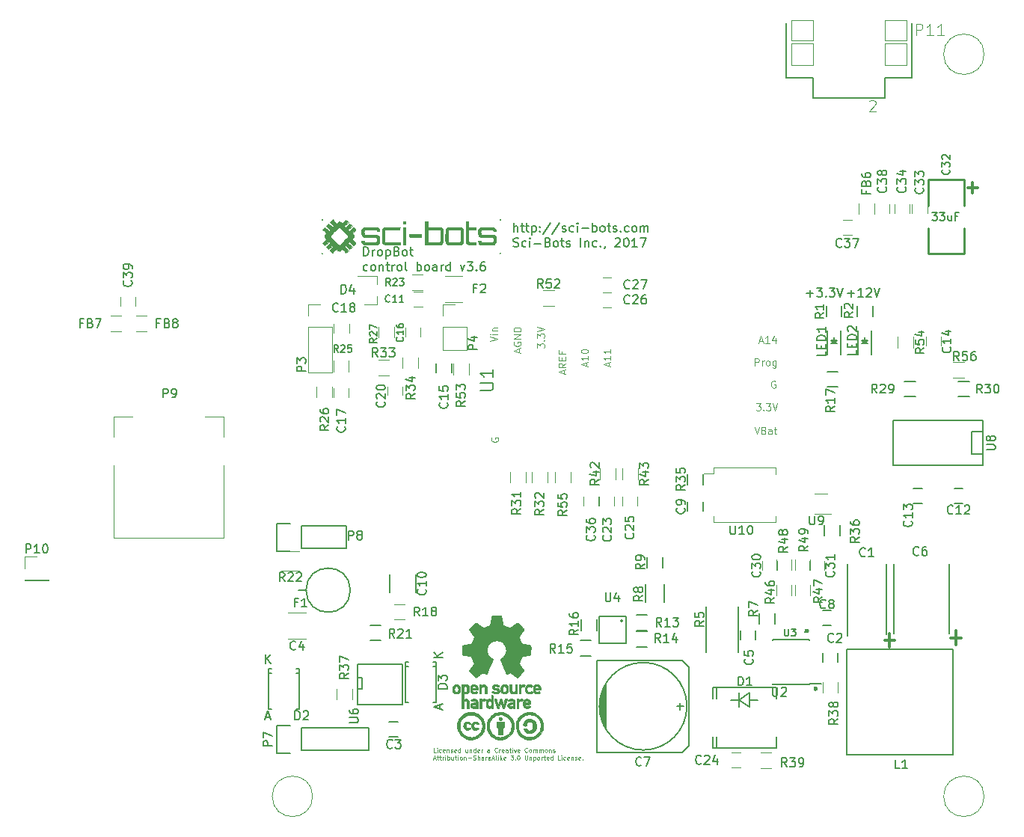
<source format=gto>
G04 #@! TF.GenerationSoftware,KiCad,Pcbnew,5.1.9+dfsg1-1~bpo10+1*
G04 #@! TF.CreationDate,2021-11-10T17:09:55+00:00*
G04 #@! TF.ProjectId,dropbot_control_board,64726f70-626f-4745-9f63-6f6e74726f6c,v3.6*
G04 #@! TF.SameCoordinates,Original*
G04 #@! TF.FileFunction,Legend,Top*
G04 #@! TF.FilePolarity,Positive*
%FSLAX46Y46*%
G04 Gerber Fmt 4.6, Leading zero omitted, Abs format (unit mm)*
G04 Created by KiCad (PCBNEW 5.1.9+dfsg1-1~bpo10+1) date 2021-11-10 17:09:55*
%MOMM*%
%LPD*%
G01*
G04 APERTURE LIST*
%ADD10C,0.304800*%
%ADD11C,0.100000*%
%ADD12C,0.200000*%
%ADD13C,0.150000*%
%ADD14C,0.500000*%
%ADD15C,0.120000*%
%ADD16C,0.010000*%
%ADD17C,0.127000*%
%ADD18C,0.066040*%
%ADD19C,0.254000*%
%ADD20C,0.101600*%
%ADD21C,0.152400*%
%ADD22C,0.125000*%
G04 APERTURE END LIST*
D10*
X144428571Y-40107142D02*
X145571428Y-40107142D01*
X145000000Y-40678571D02*
X145000000Y-39535714D01*
X135019428Y-91345142D02*
X136180571Y-91345142D01*
X135600000Y-92119238D02*
X135600000Y-90571047D01*
X142519428Y-91045142D02*
X143680571Y-91045142D01*
X143100000Y-91819238D02*
X143100000Y-90271047D01*
D11*
X84222142Y-104001190D02*
X83984047Y-104001190D01*
X83984047Y-103501190D01*
X84388809Y-104001190D02*
X84388809Y-103667857D01*
X84388809Y-103501190D02*
X84365000Y-103525000D01*
X84388809Y-103548809D01*
X84412619Y-103525000D01*
X84388809Y-103501190D01*
X84388809Y-103548809D01*
X84841190Y-103977380D02*
X84793571Y-104001190D01*
X84698333Y-104001190D01*
X84650714Y-103977380D01*
X84626904Y-103953571D01*
X84603095Y-103905952D01*
X84603095Y-103763095D01*
X84626904Y-103715476D01*
X84650714Y-103691666D01*
X84698333Y-103667857D01*
X84793571Y-103667857D01*
X84841190Y-103691666D01*
X85245952Y-103977380D02*
X85198333Y-104001190D01*
X85103095Y-104001190D01*
X85055476Y-103977380D01*
X85031666Y-103929761D01*
X85031666Y-103739285D01*
X85055476Y-103691666D01*
X85103095Y-103667857D01*
X85198333Y-103667857D01*
X85245952Y-103691666D01*
X85269761Y-103739285D01*
X85269761Y-103786904D01*
X85031666Y-103834523D01*
X85484047Y-103667857D02*
X85484047Y-104001190D01*
X85484047Y-103715476D02*
X85507857Y-103691666D01*
X85555476Y-103667857D01*
X85626904Y-103667857D01*
X85674523Y-103691666D01*
X85698333Y-103739285D01*
X85698333Y-104001190D01*
X85912619Y-103977380D02*
X85960238Y-104001190D01*
X86055476Y-104001190D01*
X86103095Y-103977380D01*
X86126904Y-103929761D01*
X86126904Y-103905952D01*
X86103095Y-103858333D01*
X86055476Y-103834523D01*
X85984047Y-103834523D01*
X85936428Y-103810714D01*
X85912619Y-103763095D01*
X85912619Y-103739285D01*
X85936428Y-103691666D01*
X85984047Y-103667857D01*
X86055476Y-103667857D01*
X86103095Y-103691666D01*
X86531666Y-103977380D02*
X86484047Y-104001190D01*
X86388809Y-104001190D01*
X86341190Y-103977380D01*
X86317380Y-103929761D01*
X86317380Y-103739285D01*
X86341190Y-103691666D01*
X86388809Y-103667857D01*
X86484047Y-103667857D01*
X86531666Y-103691666D01*
X86555476Y-103739285D01*
X86555476Y-103786904D01*
X86317380Y-103834523D01*
X86984047Y-104001190D02*
X86984047Y-103501190D01*
X86984047Y-103977380D02*
X86936428Y-104001190D01*
X86841190Y-104001190D01*
X86793571Y-103977380D01*
X86769761Y-103953571D01*
X86745952Y-103905952D01*
X86745952Y-103763095D01*
X86769761Y-103715476D01*
X86793571Y-103691666D01*
X86841190Y-103667857D01*
X86936428Y-103667857D01*
X86984047Y-103691666D01*
X87817380Y-103667857D02*
X87817380Y-104001190D01*
X87603095Y-103667857D02*
X87603095Y-103929761D01*
X87626904Y-103977380D01*
X87674523Y-104001190D01*
X87745952Y-104001190D01*
X87793571Y-103977380D01*
X87817380Y-103953571D01*
X88055476Y-103667857D02*
X88055476Y-104001190D01*
X88055476Y-103715476D02*
X88079285Y-103691666D01*
X88126904Y-103667857D01*
X88198333Y-103667857D01*
X88245952Y-103691666D01*
X88269761Y-103739285D01*
X88269761Y-104001190D01*
X88722142Y-104001190D02*
X88722142Y-103501190D01*
X88722142Y-103977380D02*
X88674523Y-104001190D01*
X88579285Y-104001190D01*
X88531666Y-103977380D01*
X88507857Y-103953571D01*
X88484047Y-103905952D01*
X88484047Y-103763095D01*
X88507857Y-103715476D01*
X88531666Y-103691666D01*
X88579285Y-103667857D01*
X88674523Y-103667857D01*
X88722142Y-103691666D01*
X89150714Y-103977380D02*
X89103095Y-104001190D01*
X89007857Y-104001190D01*
X88960238Y-103977380D01*
X88936428Y-103929761D01*
X88936428Y-103739285D01*
X88960238Y-103691666D01*
X89007857Y-103667857D01*
X89103095Y-103667857D01*
X89150714Y-103691666D01*
X89174523Y-103739285D01*
X89174523Y-103786904D01*
X88936428Y-103834523D01*
X89388809Y-104001190D02*
X89388809Y-103667857D01*
X89388809Y-103763095D02*
X89412619Y-103715476D01*
X89436428Y-103691666D01*
X89484047Y-103667857D01*
X89531666Y-103667857D01*
X90293571Y-104001190D02*
X90293571Y-103739285D01*
X90269761Y-103691666D01*
X90222142Y-103667857D01*
X90126904Y-103667857D01*
X90079285Y-103691666D01*
X90293571Y-103977380D02*
X90245952Y-104001190D01*
X90126904Y-104001190D01*
X90079285Y-103977380D01*
X90055476Y-103929761D01*
X90055476Y-103882142D01*
X90079285Y-103834523D01*
X90126904Y-103810714D01*
X90245952Y-103810714D01*
X90293571Y-103786904D01*
X91198333Y-103953571D02*
X91174523Y-103977380D01*
X91103095Y-104001190D01*
X91055476Y-104001190D01*
X90984047Y-103977380D01*
X90936428Y-103929761D01*
X90912619Y-103882142D01*
X90888809Y-103786904D01*
X90888809Y-103715476D01*
X90912619Y-103620238D01*
X90936428Y-103572619D01*
X90984047Y-103525000D01*
X91055476Y-103501190D01*
X91103095Y-103501190D01*
X91174523Y-103525000D01*
X91198333Y-103548809D01*
X91412619Y-104001190D02*
X91412619Y-103667857D01*
X91412619Y-103763095D02*
X91436428Y-103715476D01*
X91460238Y-103691666D01*
X91507857Y-103667857D01*
X91555476Y-103667857D01*
X91912619Y-103977380D02*
X91865000Y-104001190D01*
X91769761Y-104001190D01*
X91722142Y-103977380D01*
X91698333Y-103929761D01*
X91698333Y-103739285D01*
X91722142Y-103691666D01*
X91769761Y-103667857D01*
X91865000Y-103667857D01*
X91912619Y-103691666D01*
X91936428Y-103739285D01*
X91936428Y-103786904D01*
X91698333Y-103834523D01*
X92365000Y-104001190D02*
X92365000Y-103739285D01*
X92341190Y-103691666D01*
X92293571Y-103667857D01*
X92198333Y-103667857D01*
X92150714Y-103691666D01*
X92365000Y-103977380D02*
X92317380Y-104001190D01*
X92198333Y-104001190D01*
X92150714Y-103977380D01*
X92126904Y-103929761D01*
X92126904Y-103882142D01*
X92150714Y-103834523D01*
X92198333Y-103810714D01*
X92317380Y-103810714D01*
X92365000Y-103786904D01*
X92531666Y-103667857D02*
X92722142Y-103667857D01*
X92603095Y-103501190D02*
X92603095Y-103929761D01*
X92626904Y-103977380D01*
X92674523Y-104001190D01*
X92722142Y-104001190D01*
X92888809Y-104001190D02*
X92888809Y-103667857D01*
X92888809Y-103501190D02*
X92865000Y-103525000D01*
X92888809Y-103548809D01*
X92912619Y-103525000D01*
X92888809Y-103501190D01*
X92888809Y-103548809D01*
X93079285Y-103667857D02*
X93198333Y-104001190D01*
X93317380Y-103667857D01*
X93698333Y-103977380D02*
X93650714Y-104001190D01*
X93555476Y-104001190D01*
X93507857Y-103977380D01*
X93484047Y-103929761D01*
X93484047Y-103739285D01*
X93507857Y-103691666D01*
X93555476Y-103667857D01*
X93650714Y-103667857D01*
X93698333Y-103691666D01*
X93722142Y-103739285D01*
X93722142Y-103786904D01*
X93484047Y-103834523D01*
X94603095Y-103953571D02*
X94579285Y-103977380D01*
X94507857Y-104001190D01*
X94460238Y-104001190D01*
X94388809Y-103977380D01*
X94341190Y-103929761D01*
X94317380Y-103882142D01*
X94293571Y-103786904D01*
X94293571Y-103715476D01*
X94317380Y-103620238D01*
X94341190Y-103572619D01*
X94388809Y-103525000D01*
X94460238Y-103501190D01*
X94507857Y-103501190D01*
X94579285Y-103525000D01*
X94603095Y-103548809D01*
X94888809Y-104001190D02*
X94841190Y-103977380D01*
X94817380Y-103953571D01*
X94793571Y-103905952D01*
X94793571Y-103763095D01*
X94817380Y-103715476D01*
X94841190Y-103691666D01*
X94888809Y-103667857D01*
X94960238Y-103667857D01*
X95007857Y-103691666D01*
X95031666Y-103715476D01*
X95055476Y-103763095D01*
X95055476Y-103905952D01*
X95031666Y-103953571D01*
X95007857Y-103977380D01*
X94960238Y-104001190D01*
X94888809Y-104001190D01*
X95269761Y-104001190D02*
X95269761Y-103667857D01*
X95269761Y-103715476D02*
X95293571Y-103691666D01*
X95341190Y-103667857D01*
X95412619Y-103667857D01*
X95460238Y-103691666D01*
X95484047Y-103739285D01*
X95484047Y-104001190D01*
X95484047Y-103739285D02*
X95507857Y-103691666D01*
X95555476Y-103667857D01*
X95626904Y-103667857D01*
X95674523Y-103691666D01*
X95698333Y-103739285D01*
X95698333Y-104001190D01*
X95936428Y-104001190D02*
X95936428Y-103667857D01*
X95936428Y-103715476D02*
X95960238Y-103691666D01*
X96007857Y-103667857D01*
X96079285Y-103667857D01*
X96126904Y-103691666D01*
X96150714Y-103739285D01*
X96150714Y-104001190D01*
X96150714Y-103739285D02*
X96174523Y-103691666D01*
X96222142Y-103667857D01*
X96293571Y-103667857D01*
X96341190Y-103691666D01*
X96365000Y-103739285D01*
X96365000Y-104001190D01*
X96674523Y-104001190D02*
X96626904Y-103977380D01*
X96603095Y-103953571D01*
X96579285Y-103905952D01*
X96579285Y-103763095D01*
X96603095Y-103715476D01*
X96626904Y-103691666D01*
X96674523Y-103667857D01*
X96745952Y-103667857D01*
X96793571Y-103691666D01*
X96817380Y-103715476D01*
X96841190Y-103763095D01*
X96841190Y-103905952D01*
X96817380Y-103953571D01*
X96793571Y-103977380D01*
X96745952Y-104001190D01*
X96674523Y-104001190D01*
X97055476Y-103667857D02*
X97055476Y-104001190D01*
X97055476Y-103715476D02*
X97079285Y-103691666D01*
X97126904Y-103667857D01*
X97198333Y-103667857D01*
X97245952Y-103691666D01*
X97269761Y-103739285D01*
X97269761Y-104001190D01*
X97484047Y-103977380D02*
X97531666Y-104001190D01*
X97626904Y-104001190D01*
X97674523Y-103977380D01*
X97698333Y-103929761D01*
X97698333Y-103905952D01*
X97674523Y-103858333D01*
X97626904Y-103834523D01*
X97555476Y-103834523D01*
X97507857Y-103810714D01*
X97484047Y-103763095D01*
X97484047Y-103739285D01*
X97507857Y-103691666D01*
X97555476Y-103667857D01*
X97626904Y-103667857D01*
X97674523Y-103691666D01*
X83960238Y-104708333D02*
X84198333Y-104708333D01*
X83912619Y-104851190D02*
X84079285Y-104351190D01*
X84245952Y-104851190D01*
X84341190Y-104517857D02*
X84531666Y-104517857D01*
X84412619Y-104351190D02*
X84412619Y-104779761D01*
X84436428Y-104827380D01*
X84484047Y-104851190D01*
X84531666Y-104851190D01*
X84626904Y-104517857D02*
X84817380Y-104517857D01*
X84698333Y-104351190D02*
X84698333Y-104779761D01*
X84722142Y-104827380D01*
X84769761Y-104851190D01*
X84817380Y-104851190D01*
X84984047Y-104851190D02*
X84984047Y-104517857D01*
X84984047Y-104613095D02*
X85007857Y-104565476D01*
X85031666Y-104541666D01*
X85079285Y-104517857D01*
X85126904Y-104517857D01*
X85293571Y-104851190D02*
X85293571Y-104517857D01*
X85293571Y-104351190D02*
X85269761Y-104375000D01*
X85293571Y-104398809D01*
X85317380Y-104375000D01*
X85293571Y-104351190D01*
X85293571Y-104398809D01*
X85531666Y-104851190D02*
X85531666Y-104351190D01*
X85531666Y-104541666D02*
X85579285Y-104517857D01*
X85674523Y-104517857D01*
X85722142Y-104541666D01*
X85745952Y-104565476D01*
X85769761Y-104613095D01*
X85769761Y-104755952D01*
X85745952Y-104803571D01*
X85722142Y-104827380D01*
X85674523Y-104851190D01*
X85579285Y-104851190D01*
X85531666Y-104827380D01*
X86198333Y-104517857D02*
X86198333Y-104851190D01*
X85984047Y-104517857D02*
X85984047Y-104779761D01*
X86007857Y-104827380D01*
X86055476Y-104851190D01*
X86126904Y-104851190D01*
X86174523Y-104827380D01*
X86198333Y-104803571D01*
X86365000Y-104517857D02*
X86555476Y-104517857D01*
X86436428Y-104351190D02*
X86436428Y-104779761D01*
X86460238Y-104827380D01*
X86507857Y-104851190D01*
X86555476Y-104851190D01*
X86722142Y-104851190D02*
X86722142Y-104517857D01*
X86722142Y-104351190D02*
X86698333Y-104375000D01*
X86722142Y-104398809D01*
X86745952Y-104375000D01*
X86722142Y-104351190D01*
X86722142Y-104398809D01*
X87031666Y-104851190D02*
X86984047Y-104827380D01*
X86960238Y-104803571D01*
X86936428Y-104755952D01*
X86936428Y-104613095D01*
X86960238Y-104565476D01*
X86984047Y-104541666D01*
X87031666Y-104517857D01*
X87103095Y-104517857D01*
X87150714Y-104541666D01*
X87174523Y-104565476D01*
X87198333Y-104613095D01*
X87198333Y-104755952D01*
X87174523Y-104803571D01*
X87150714Y-104827380D01*
X87103095Y-104851190D01*
X87031666Y-104851190D01*
X87412619Y-104517857D02*
X87412619Y-104851190D01*
X87412619Y-104565476D02*
X87436428Y-104541666D01*
X87484047Y-104517857D01*
X87555476Y-104517857D01*
X87603095Y-104541666D01*
X87626904Y-104589285D01*
X87626904Y-104851190D01*
X87865000Y-104660714D02*
X88245952Y-104660714D01*
X88460238Y-104827380D02*
X88531666Y-104851190D01*
X88650714Y-104851190D01*
X88698333Y-104827380D01*
X88722142Y-104803571D01*
X88745952Y-104755952D01*
X88745952Y-104708333D01*
X88722142Y-104660714D01*
X88698333Y-104636904D01*
X88650714Y-104613095D01*
X88555476Y-104589285D01*
X88507857Y-104565476D01*
X88484047Y-104541666D01*
X88460238Y-104494047D01*
X88460238Y-104446428D01*
X88484047Y-104398809D01*
X88507857Y-104375000D01*
X88555476Y-104351190D01*
X88674523Y-104351190D01*
X88745952Y-104375000D01*
X88960238Y-104851190D02*
X88960238Y-104351190D01*
X89174523Y-104851190D02*
X89174523Y-104589285D01*
X89150714Y-104541666D01*
X89103095Y-104517857D01*
X89031666Y-104517857D01*
X88984047Y-104541666D01*
X88960238Y-104565476D01*
X89626904Y-104851190D02*
X89626904Y-104589285D01*
X89603095Y-104541666D01*
X89555476Y-104517857D01*
X89460238Y-104517857D01*
X89412619Y-104541666D01*
X89626904Y-104827380D02*
X89579285Y-104851190D01*
X89460238Y-104851190D01*
X89412619Y-104827380D01*
X89388809Y-104779761D01*
X89388809Y-104732142D01*
X89412619Y-104684523D01*
X89460238Y-104660714D01*
X89579285Y-104660714D01*
X89626904Y-104636904D01*
X89865000Y-104851190D02*
X89865000Y-104517857D01*
X89865000Y-104613095D02*
X89888809Y-104565476D01*
X89912619Y-104541666D01*
X89960238Y-104517857D01*
X90007857Y-104517857D01*
X90365000Y-104827380D02*
X90317380Y-104851190D01*
X90222142Y-104851190D01*
X90174523Y-104827380D01*
X90150714Y-104779761D01*
X90150714Y-104589285D01*
X90174523Y-104541666D01*
X90222142Y-104517857D01*
X90317380Y-104517857D01*
X90365000Y-104541666D01*
X90388809Y-104589285D01*
X90388809Y-104636904D01*
X90150714Y-104684523D01*
X90579285Y-104708333D02*
X90817380Y-104708333D01*
X90531666Y-104851190D02*
X90698333Y-104351190D01*
X90865000Y-104851190D01*
X91103095Y-104851190D02*
X91055476Y-104827380D01*
X91031666Y-104779761D01*
X91031666Y-104351190D01*
X91293571Y-104851190D02*
X91293571Y-104517857D01*
X91293571Y-104351190D02*
X91269761Y-104375000D01*
X91293571Y-104398809D01*
X91317380Y-104375000D01*
X91293571Y-104351190D01*
X91293571Y-104398809D01*
X91531666Y-104851190D02*
X91531666Y-104351190D01*
X91579285Y-104660714D02*
X91722142Y-104851190D01*
X91722142Y-104517857D02*
X91531666Y-104708333D01*
X92126904Y-104827380D02*
X92079285Y-104851190D01*
X91984047Y-104851190D01*
X91936428Y-104827380D01*
X91912619Y-104779761D01*
X91912619Y-104589285D01*
X91936428Y-104541666D01*
X91984047Y-104517857D01*
X92079285Y-104517857D01*
X92126904Y-104541666D01*
X92150714Y-104589285D01*
X92150714Y-104636904D01*
X91912619Y-104684523D01*
X92698333Y-104351190D02*
X93007857Y-104351190D01*
X92841190Y-104541666D01*
X92912619Y-104541666D01*
X92960238Y-104565476D01*
X92984047Y-104589285D01*
X93007857Y-104636904D01*
X93007857Y-104755952D01*
X92984047Y-104803571D01*
X92960238Y-104827380D01*
X92912619Y-104851190D01*
X92769761Y-104851190D01*
X92722142Y-104827380D01*
X92698333Y-104803571D01*
X93222142Y-104803571D02*
X93245952Y-104827380D01*
X93222142Y-104851190D01*
X93198333Y-104827380D01*
X93222142Y-104803571D01*
X93222142Y-104851190D01*
X93555476Y-104351190D02*
X93603095Y-104351190D01*
X93650714Y-104375000D01*
X93674523Y-104398809D01*
X93698333Y-104446428D01*
X93722142Y-104541666D01*
X93722142Y-104660714D01*
X93698333Y-104755952D01*
X93674523Y-104803571D01*
X93650714Y-104827380D01*
X93603095Y-104851190D01*
X93555476Y-104851190D01*
X93507857Y-104827380D01*
X93484047Y-104803571D01*
X93460238Y-104755952D01*
X93436428Y-104660714D01*
X93436428Y-104541666D01*
X93460238Y-104446428D01*
X93484047Y-104398809D01*
X93507857Y-104375000D01*
X93555476Y-104351190D01*
X94317380Y-104351190D02*
X94317380Y-104755952D01*
X94341190Y-104803571D01*
X94365000Y-104827380D01*
X94412619Y-104851190D01*
X94507857Y-104851190D01*
X94555476Y-104827380D01*
X94579285Y-104803571D01*
X94603095Y-104755952D01*
X94603095Y-104351190D01*
X94841190Y-104517857D02*
X94841190Y-104851190D01*
X94841190Y-104565476D02*
X94865000Y-104541666D01*
X94912619Y-104517857D01*
X94984047Y-104517857D01*
X95031666Y-104541666D01*
X95055476Y-104589285D01*
X95055476Y-104851190D01*
X95293571Y-104517857D02*
X95293571Y-105017857D01*
X95293571Y-104541666D02*
X95341190Y-104517857D01*
X95436428Y-104517857D01*
X95484047Y-104541666D01*
X95507857Y-104565476D01*
X95531666Y-104613095D01*
X95531666Y-104755952D01*
X95507857Y-104803571D01*
X95484047Y-104827380D01*
X95436428Y-104851190D01*
X95341190Y-104851190D01*
X95293571Y-104827380D01*
X95817380Y-104851190D02*
X95769761Y-104827380D01*
X95745952Y-104803571D01*
X95722142Y-104755952D01*
X95722142Y-104613095D01*
X95745952Y-104565476D01*
X95769761Y-104541666D01*
X95817380Y-104517857D01*
X95888809Y-104517857D01*
X95936428Y-104541666D01*
X95960238Y-104565476D01*
X95984047Y-104613095D01*
X95984047Y-104755952D01*
X95960238Y-104803571D01*
X95936428Y-104827380D01*
X95888809Y-104851190D01*
X95817380Y-104851190D01*
X96198333Y-104851190D02*
X96198333Y-104517857D01*
X96198333Y-104613095D02*
X96222142Y-104565476D01*
X96245952Y-104541666D01*
X96293571Y-104517857D01*
X96341190Y-104517857D01*
X96436428Y-104517857D02*
X96626904Y-104517857D01*
X96507857Y-104351190D02*
X96507857Y-104779761D01*
X96531666Y-104827380D01*
X96579285Y-104851190D01*
X96626904Y-104851190D01*
X96984047Y-104827380D02*
X96936428Y-104851190D01*
X96841190Y-104851190D01*
X96793571Y-104827380D01*
X96769761Y-104779761D01*
X96769761Y-104589285D01*
X96793571Y-104541666D01*
X96841190Y-104517857D01*
X96936428Y-104517857D01*
X96984047Y-104541666D01*
X97007857Y-104589285D01*
X97007857Y-104636904D01*
X96769761Y-104684523D01*
X97436428Y-104851190D02*
X97436428Y-104351190D01*
X97436428Y-104827380D02*
X97388809Y-104851190D01*
X97293571Y-104851190D01*
X97245952Y-104827380D01*
X97222142Y-104803571D01*
X97198333Y-104755952D01*
X97198333Y-104613095D01*
X97222142Y-104565476D01*
X97245952Y-104541666D01*
X97293571Y-104517857D01*
X97388809Y-104517857D01*
X97436428Y-104541666D01*
X98293571Y-104851190D02*
X98055476Y-104851190D01*
X98055476Y-104351190D01*
X98460238Y-104851190D02*
X98460238Y-104517857D01*
X98460238Y-104351190D02*
X98436428Y-104375000D01*
X98460238Y-104398809D01*
X98484047Y-104375000D01*
X98460238Y-104351190D01*
X98460238Y-104398809D01*
X98912619Y-104827380D02*
X98865000Y-104851190D01*
X98769761Y-104851190D01*
X98722142Y-104827380D01*
X98698333Y-104803571D01*
X98674523Y-104755952D01*
X98674523Y-104613095D01*
X98698333Y-104565476D01*
X98722142Y-104541666D01*
X98769761Y-104517857D01*
X98865000Y-104517857D01*
X98912619Y-104541666D01*
X99317380Y-104827380D02*
X99269761Y-104851190D01*
X99174523Y-104851190D01*
X99126904Y-104827380D01*
X99103095Y-104779761D01*
X99103095Y-104589285D01*
X99126904Y-104541666D01*
X99174523Y-104517857D01*
X99269761Y-104517857D01*
X99317380Y-104541666D01*
X99341190Y-104589285D01*
X99341190Y-104636904D01*
X99103095Y-104684523D01*
X99555476Y-104517857D02*
X99555476Y-104851190D01*
X99555476Y-104565476D02*
X99579285Y-104541666D01*
X99626904Y-104517857D01*
X99698333Y-104517857D01*
X99745952Y-104541666D01*
X99769761Y-104589285D01*
X99769761Y-104851190D01*
X99984047Y-104827380D02*
X100031666Y-104851190D01*
X100126904Y-104851190D01*
X100174523Y-104827380D01*
X100198333Y-104779761D01*
X100198333Y-104755952D01*
X100174523Y-104708333D01*
X100126904Y-104684523D01*
X100055476Y-104684523D01*
X100007857Y-104660714D01*
X99984047Y-104613095D01*
X99984047Y-104589285D01*
X100007857Y-104541666D01*
X100055476Y-104517857D01*
X100126904Y-104517857D01*
X100174523Y-104541666D01*
X100603095Y-104827380D02*
X100555476Y-104851190D01*
X100460238Y-104851190D01*
X100412619Y-104827380D01*
X100388809Y-104779761D01*
X100388809Y-104589285D01*
X100412619Y-104541666D01*
X100460238Y-104517857D01*
X100555476Y-104517857D01*
X100603095Y-104541666D01*
X100626904Y-104589285D01*
X100626904Y-104636904D01*
X100388809Y-104684523D01*
X100841190Y-104803571D02*
X100865000Y-104827380D01*
X100841190Y-104851190D01*
X100817380Y-104827380D01*
X100841190Y-104803571D01*
X100841190Y-104851190D01*
D12*
X93068095Y-45102380D02*
X93068095Y-44102380D01*
X93496666Y-45102380D02*
X93496666Y-44578571D01*
X93449047Y-44483333D01*
X93353809Y-44435714D01*
X93210952Y-44435714D01*
X93115714Y-44483333D01*
X93068095Y-44530952D01*
X93830000Y-44435714D02*
X94210952Y-44435714D01*
X93972857Y-44102380D02*
X93972857Y-44959523D01*
X94020476Y-45054761D01*
X94115714Y-45102380D01*
X94210952Y-45102380D01*
X94401428Y-44435714D02*
X94782380Y-44435714D01*
X94544285Y-44102380D02*
X94544285Y-44959523D01*
X94591904Y-45054761D01*
X94687142Y-45102380D01*
X94782380Y-45102380D01*
X95115714Y-44435714D02*
X95115714Y-45435714D01*
X95115714Y-44483333D02*
X95210952Y-44435714D01*
X95401428Y-44435714D01*
X95496666Y-44483333D01*
X95544285Y-44530952D01*
X95591904Y-44626190D01*
X95591904Y-44911904D01*
X95544285Y-45007142D01*
X95496666Y-45054761D01*
X95401428Y-45102380D01*
X95210952Y-45102380D01*
X95115714Y-45054761D01*
X96020476Y-45007142D02*
X96068095Y-45054761D01*
X96020476Y-45102380D01*
X95972857Y-45054761D01*
X96020476Y-45007142D01*
X96020476Y-45102380D01*
X96020476Y-44483333D02*
X96068095Y-44530952D01*
X96020476Y-44578571D01*
X95972857Y-44530952D01*
X96020476Y-44483333D01*
X96020476Y-44578571D01*
X97210952Y-44054761D02*
X96353809Y-45340476D01*
X98258571Y-44054761D02*
X97401428Y-45340476D01*
X98544285Y-45054761D02*
X98639523Y-45102380D01*
X98830000Y-45102380D01*
X98925238Y-45054761D01*
X98972857Y-44959523D01*
X98972857Y-44911904D01*
X98925238Y-44816666D01*
X98830000Y-44769047D01*
X98687142Y-44769047D01*
X98591904Y-44721428D01*
X98544285Y-44626190D01*
X98544285Y-44578571D01*
X98591904Y-44483333D01*
X98687142Y-44435714D01*
X98830000Y-44435714D01*
X98925238Y-44483333D01*
X99830000Y-45054761D02*
X99734761Y-45102380D01*
X99544285Y-45102380D01*
X99449047Y-45054761D01*
X99401428Y-45007142D01*
X99353809Y-44911904D01*
X99353809Y-44626190D01*
X99401428Y-44530952D01*
X99449047Y-44483333D01*
X99544285Y-44435714D01*
X99734761Y-44435714D01*
X99830000Y-44483333D01*
X100258571Y-45102380D02*
X100258571Y-44435714D01*
X100258571Y-44102380D02*
X100210952Y-44150000D01*
X100258571Y-44197619D01*
X100306190Y-44150000D01*
X100258571Y-44102380D01*
X100258571Y-44197619D01*
X100734761Y-44721428D02*
X101496666Y-44721428D01*
X101972857Y-45102380D02*
X101972857Y-44102380D01*
X101972857Y-44483333D02*
X102068095Y-44435714D01*
X102258571Y-44435714D01*
X102353809Y-44483333D01*
X102401428Y-44530952D01*
X102449047Y-44626190D01*
X102449047Y-44911904D01*
X102401428Y-45007142D01*
X102353809Y-45054761D01*
X102258571Y-45102380D01*
X102068095Y-45102380D01*
X101972857Y-45054761D01*
X103020476Y-45102380D02*
X102925238Y-45054761D01*
X102877619Y-45007142D01*
X102830000Y-44911904D01*
X102830000Y-44626190D01*
X102877619Y-44530952D01*
X102925238Y-44483333D01*
X103020476Y-44435714D01*
X103163333Y-44435714D01*
X103258571Y-44483333D01*
X103306190Y-44530952D01*
X103353809Y-44626190D01*
X103353809Y-44911904D01*
X103306190Y-45007142D01*
X103258571Y-45054761D01*
X103163333Y-45102380D01*
X103020476Y-45102380D01*
X103639523Y-44435714D02*
X104020476Y-44435714D01*
X103782380Y-44102380D02*
X103782380Y-44959523D01*
X103830000Y-45054761D01*
X103925238Y-45102380D01*
X104020476Y-45102380D01*
X104306190Y-45054761D02*
X104401428Y-45102380D01*
X104591904Y-45102380D01*
X104687142Y-45054761D01*
X104734761Y-44959523D01*
X104734761Y-44911904D01*
X104687142Y-44816666D01*
X104591904Y-44769047D01*
X104449047Y-44769047D01*
X104353809Y-44721428D01*
X104306190Y-44626190D01*
X104306190Y-44578571D01*
X104353809Y-44483333D01*
X104449047Y-44435714D01*
X104591904Y-44435714D01*
X104687142Y-44483333D01*
X105163333Y-45007142D02*
X105210952Y-45054761D01*
X105163333Y-45102380D01*
X105115714Y-45054761D01*
X105163333Y-45007142D01*
X105163333Y-45102380D01*
X106068095Y-45054761D02*
X105972857Y-45102380D01*
X105782380Y-45102380D01*
X105687142Y-45054761D01*
X105639523Y-45007142D01*
X105591904Y-44911904D01*
X105591904Y-44626190D01*
X105639523Y-44530952D01*
X105687142Y-44483333D01*
X105782380Y-44435714D01*
X105972857Y-44435714D01*
X106068095Y-44483333D01*
X106639523Y-45102380D02*
X106544285Y-45054761D01*
X106496666Y-45007142D01*
X106449047Y-44911904D01*
X106449047Y-44626190D01*
X106496666Y-44530952D01*
X106544285Y-44483333D01*
X106639523Y-44435714D01*
X106782380Y-44435714D01*
X106877619Y-44483333D01*
X106925238Y-44530952D01*
X106972857Y-44626190D01*
X106972857Y-44911904D01*
X106925238Y-45007142D01*
X106877619Y-45054761D01*
X106782380Y-45102380D01*
X106639523Y-45102380D01*
X107401428Y-45102380D02*
X107401428Y-44435714D01*
X107401428Y-44530952D02*
X107449047Y-44483333D01*
X107544285Y-44435714D01*
X107687142Y-44435714D01*
X107782380Y-44483333D01*
X107830000Y-44578571D01*
X107830000Y-45102380D01*
X107830000Y-44578571D02*
X107877619Y-44483333D01*
X107972857Y-44435714D01*
X108115714Y-44435714D01*
X108210952Y-44483333D01*
X108258571Y-44578571D01*
X108258571Y-45102380D01*
X93020476Y-46754761D02*
X93163333Y-46802380D01*
X93401428Y-46802380D01*
X93496666Y-46754761D01*
X93544285Y-46707142D01*
X93591904Y-46611904D01*
X93591904Y-46516666D01*
X93544285Y-46421428D01*
X93496666Y-46373809D01*
X93401428Y-46326190D01*
X93210952Y-46278571D01*
X93115714Y-46230952D01*
X93068095Y-46183333D01*
X93020476Y-46088095D01*
X93020476Y-45992857D01*
X93068095Y-45897619D01*
X93115714Y-45850000D01*
X93210952Y-45802380D01*
X93449047Y-45802380D01*
X93591904Y-45850000D01*
X94449047Y-46754761D02*
X94353809Y-46802380D01*
X94163333Y-46802380D01*
X94068095Y-46754761D01*
X94020476Y-46707142D01*
X93972857Y-46611904D01*
X93972857Y-46326190D01*
X94020476Y-46230952D01*
X94068095Y-46183333D01*
X94163333Y-46135714D01*
X94353809Y-46135714D01*
X94449047Y-46183333D01*
X94877619Y-46802380D02*
X94877619Y-46135714D01*
X94877619Y-45802380D02*
X94830000Y-45850000D01*
X94877619Y-45897619D01*
X94925238Y-45850000D01*
X94877619Y-45802380D01*
X94877619Y-45897619D01*
X95353809Y-46421428D02*
X96115714Y-46421428D01*
X96925238Y-46278571D02*
X97068095Y-46326190D01*
X97115714Y-46373809D01*
X97163333Y-46469047D01*
X97163333Y-46611904D01*
X97115714Y-46707142D01*
X97068095Y-46754761D01*
X96972857Y-46802380D01*
X96591904Y-46802380D01*
X96591904Y-45802380D01*
X96925238Y-45802380D01*
X97020476Y-45850000D01*
X97068095Y-45897619D01*
X97115714Y-45992857D01*
X97115714Y-46088095D01*
X97068095Y-46183333D01*
X97020476Y-46230952D01*
X96925238Y-46278571D01*
X96591904Y-46278571D01*
X97734761Y-46802380D02*
X97639523Y-46754761D01*
X97591904Y-46707142D01*
X97544285Y-46611904D01*
X97544285Y-46326190D01*
X97591904Y-46230952D01*
X97639523Y-46183333D01*
X97734761Y-46135714D01*
X97877619Y-46135714D01*
X97972857Y-46183333D01*
X98020476Y-46230952D01*
X98068095Y-46326190D01*
X98068095Y-46611904D01*
X98020476Y-46707142D01*
X97972857Y-46754761D01*
X97877619Y-46802380D01*
X97734761Y-46802380D01*
X98353809Y-46135714D02*
X98734761Y-46135714D01*
X98496666Y-45802380D02*
X98496666Y-46659523D01*
X98544285Y-46754761D01*
X98639523Y-46802380D01*
X98734761Y-46802380D01*
X99020476Y-46754761D02*
X99115714Y-46802380D01*
X99306190Y-46802380D01*
X99401428Y-46754761D01*
X99449047Y-46659523D01*
X99449047Y-46611904D01*
X99401428Y-46516666D01*
X99306190Y-46469047D01*
X99163333Y-46469047D01*
X99068095Y-46421428D01*
X99020476Y-46326190D01*
X99020476Y-46278571D01*
X99068095Y-46183333D01*
X99163333Y-46135714D01*
X99306190Y-46135714D01*
X99401428Y-46183333D01*
X100639523Y-46802380D02*
X100639523Y-45802380D01*
X101115714Y-46135714D02*
X101115714Y-46802380D01*
X101115714Y-46230952D02*
X101163333Y-46183333D01*
X101258571Y-46135714D01*
X101401428Y-46135714D01*
X101496666Y-46183333D01*
X101544285Y-46278571D01*
X101544285Y-46802380D01*
X102449047Y-46754761D02*
X102353809Y-46802380D01*
X102163333Y-46802380D01*
X102068095Y-46754761D01*
X102020476Y-46707142D01*
X101972857Y-46611904D01*
X101972857Y-46326190D01*
X102020476Y-46230952D01*
X102068095Y-46183333D01*
X102163333Y-46135714D01*
X102353809Y-46135714D01*
X102449047Y-46183333D01*
X102877619Y-46707142D02*
X102925238Y-46754761D01*
X102877619Y-46802380D01*
X102830000Y-46754761D01*
X102877619Y-46707142D01*
X102877619Y-46802380D01*
X103401428Y-46754761D02*
X103401428Y-46802380D01*
X103353809Y-46897619D01*
X103306190Y-46945238D01*
X104544285Y-45897619D02*
X104591904Y-45850000D01*
X104687142Y-45802380D01*
X104925238Y-45802380D01*
X105020476Y-45850000D01*
X105068095Y-45897619D01*
X105115714Y-45992857D01*
X105115714Y-46088095D01*
X105068095Y-46230952D01*
X104496666Y-46802380D01*
X105115714Y-46802380D01*
X105734761Y-45802380D02*
X105830000Y-45802380D01*
X105925238Y-45850000D01*
X105972857Y-45897619D01*
X106020476Y-45992857D01*
X106068095Y-46183333D01*
X106068095Y-46421428D01*
X106020476Y-46611904D01*
X105972857Y-46707142D01*
X105925238Y-46754761D01*
X105830000Y-46802380D01*
X105734761Y-46802380D01*
X105639523Y-46754761D01*
X105591904Y-46707142D01*
X105544285Y-46611904D01*
X105496666Y-46421428D01*
X105496666Y-46183333D01*
X105544285Y-45992857D01*
X105591904Y-45897619D01*
X105639523Y-45850000D01*
X105734761Y-45802380D01*
X107020476Y-46802380D02*
X106449047Y-46802380D01*
X106734761Y-46802380D02*
X106734761Y-45802380D01*
X106639523Y-45945238D01*
X106544285Y-46040476D01*
X106449047Y-46088095D01*
X107353809Y-45802380D02*
X108020476Y-45802380D01*
X107591904Y-46802380D01*
X76068095Y-47802380D02*
X76068095Y-46802380D01*
X76306190Y-46802380D01*
X76449047Y-46850000D01*
X76544285Y-46945238D01*
X76591904Y-47040476D01*
X76639523Y-47230952D01*
X76639523Y-47373809D01*
X76591904Y-47564285D01*
X76544285Y-47659523D01*
X76449047Y-47754761D01*
X76306190Y-47802380D01*
X76068095Y-47802380D01*
X77068095Y-47802380D02*
X77068095Y-47135714D01*
X77068095Y-47326190D02*
X77115714Y-47230952D01*
X77163333Y-47183333D01*
X77258571Y-47135714D01*
X77353809Y-47135714D01*
X77830000Y-47802380D02*
X77734761Y-47754761D01*
X77687142Y-47707142D01*
X77639523Y-47611904D01*
X77639523Y-47326190D01*
X77687142Y-47230952D01*
X77734761Y-47183333D01*
X77830000Y-47135714D01*
X77972857Y-47135714D01*
X78068095Y-47183333D01*
X78115714Y-47230952D01*
X78163333Y-47326190D01*
X78163333Y-47611904D01*
X78115714Y-47707142D01*
X78068095Y-47754761D01*
X77972857Y-47802380D01*
X77830000Y-47802380D01*
X78591904Y-47135714D02*
X78591904Y-48135714D01*
X78591904Y-47183333D02*
X78687142Y-47135714D01*
X78877619Y-47135714D01*
X78972857Y-47183333D01*
X79020476Y-47230952D01*
X79068095Y-47326190D01*
X79068095Y-47611904D01*
X79020476Y-47707142D01*
X78972857Y-47754761D01*
X78877619Y-47802380D01*
X78687142Y-47802380D01*
X78591904Y-47754761D01*
X79830000Y-47278571D02*
X79972857Y-47326190D01*
X80020476Y-47373809D01*
X80068095Y-47469047D01*
X80068095Y-47611904D01*
X80020476Y-47707142D01*
X79972857Y-47754761D01*
X79877619Y-47802380D01*
X79496666Y-47802380D01*
X79496666Y-46802380D01*
X79830000Y-46802380D01*
X79925238Y-46850000D01*
X79972857Y-46897619D01*
X80020476Y-46992857D01*
X80020476Y-47088095D01*
X79972857Y-47183333D01*
X79925238Y-47230952D01*
X79830000Y-47278571D01*
X79496666Y-47278571D01*
X80639523Y-47802380D02*
X80544285Y-47754761D01*
X80496666Y-47707142D01*
X80449047Y-47611904D01*
X80449047Y-47326190D01*
X80496666Y-47230952D01*
X80544285Y-47183333D01*
X80639523Y-47135714D01*
X80782380Y-47135714D01*
X80877619Y-47183333D01*
X80925238Y-47230952D01*
X80972857Y-47326190D01*
X80972857Y-47611904D01*
X80925238Y-47707142D01*
X80877619Y-47754761D01*
X80782380Y-47802380D01*
X80639523Y-47802380D01*
X81258571Y-47135714D02*
X81639523Y-47135714D01*
X81401428Y-46802380D02*
X81401428Y-47659523D01*
X81449047Y-47754761D01*
X81544285Y-47802380D01*
X81639523Y-47802380D01*
X76496666Y-49454761D02*
X76401428Y-49502380D01*
X76210952Y-49502380D01*
X76115714Y-49454761D01*
X76068095Y-49407142D01*
X76020476Y-49311904D01*
X76020476Y-49026190D01*
X76068095Y-48930952D01*
X76115714Y-48883333D01*
X76210952Y-48835714D01*
X76401428Y-48835714D01*
X76496666Y-48883333D01*
X77068095Y-49502380D02*
X76972857Y-49454761D01*
X76925238Y-49407142D01*
X76877619Y-49311904D01*
X76877619Y-49026190D01*
X76925238Y-48930952D01*
X76972857Y-48883333D01*
X77068095Y-48835714D01*
X77210952Y-48835714D01*
X77306190Y-48883333D01*
X77353809Y-48930952D01*
X77401428Y-49026190D01*
X77401428Y-49311904D01*
X77353809Y-49407142D01*
X77306190Y-49454761D01*
X77210952Y-49502380D01*
X77068095Y-49502380D01*
X77830000Y-48835714D02*
X77830000Y-49502380D01*
X77830000Y-48930952D02*
X77877619Y-48883333D01*
X77972857Y-48835714D01*
X78115714Y-48835714D01*
X78210952Y-48883333D01*
X78258571Y-48978571D01*
X78258571Y-49502380D01*
X78591904Y-48835714D02*
X78972857Y-48835714D01*
X78734761Y-48502380D02*
X78734761Y-49359523D01*
X78782380Y-49454761D01*
X78877619Y-49502380D01*
X78972857Y-49502380D01*
X79306190Y-49502380D02*
X79306190Y-48835714D01*
X79306190Y-49026190D02*
X79353809Y-48930952D01*
X79401428Y-48883333D01*
X79496666Y-48835714D01*
X79591904Y-48835714D01*
X80068095Y-49502380D02*
X79972857Y-49454761D01*
X79925238Y-49407142D01*
X79877619Y-49311904D01*
X79877619Y-49026190D01*
X79925238Y-48930952D01*
X79972857Y-48883333D01*
X80068095Y-48835714D01*
X80210952Y-48835714D01*
X80306190Y-48883333D01*
X80353809Y-48930952D01*
X80401428Y-49026190D01*
X80401428Y-49311904D01*
X80353809Y-49407142D01*
X80306190Y-49454761D01*
X80210952Y-49502380D01*
X80068095Y-49502380D01*
X80972857Y-49502380D02*
X80877619Y-49454761D01*
X80830000Y-49359523D01*
X80830000Y-48502380D01*
X82115714Y-49502380D02*
X82115714Y-48502380D01*
X82115714Y-48883333D02*
X82210952Y-48835714D01*
X82401428Y-48835714D01*
X82496666Y-48883333D01*
X82544285Y-48930952D01*
X82591904Y-49026190D01*
X82591904Y-49311904D01*
X82544285Y-49407142D01*
X82496666Y-49454761D01*
X82401428Y-49502380D01*
X82210952Y-49502380D01*
X82115714Y-49454761D01*
X83163333Y-49502380D02*
X83068095Y-49454761D01*
X83020476Y-49407142D01*
X82972857Y-49311904D01*
X82972857Y-49026190D01*
X83020476Y-48930952D01*
X83068095Y-48883333D01*
X83163333Y-48835714D01*
X83306190Y-48835714D01*
X83401428Y-48883333D01*
X83449047Y-48930952D01*
X83496666Y-49026190D01*
X83496666Y-49311904D01*
X83449047Y-49407142D01*
X83401428Y-49454761D01*
X83306190Y-49502380D01*
X83163333Y-49502380D01*
X84353809Y-49502380D02*
X84353809Y-48978571D01*
X84306190Y-48883333D01*
X84210952Y-48835714D01*
X84020476Y-48835714D01*
X83925238Y-48883333D01*
X84353809Y-49454761D02*
X84258571Y-49502380D01*
X84020476Y-49502380D01*
X83925238Y-49454761D01*
X83877619Y-49359523D01*
X83877619Y-49264285D01*
X83925238Y-49169047D01*
X84020476Y-49121428D01*
X84258571Y-49121428D01*
X84353809Y-49073809D01*
X84830000Y-49502380D02*
X84830000Y-48835714D01*
X84830000Y-49026190D02*
X84877619Y-48930952D01*
X84925238Y-48883333D01*
X85020476Y-48835714D01*
X85115714Y-48835714D01*
X85877619Y-49502380D02*
X85877619Y-48502380D01*
X85877619Y-49454761D02*
X85782380Y-49502380D01*
X85591904Y-49502380D01*
X85496666Y-49454761D01*
X85449047Y-49407142D01*
X85401428Y-49311904D01*
X85401428Y-49026190D01*
X85449047Y-48930952D01*
X85496666Y-48883333D01*
X85591904Y-48835714D01*
X85782380Y-48835714D01*
X85877619Y-48883333D01*
X87020476Y-48835714D02*
X87258571Y-49502380D01*
X87496666Y-48835714D01*
X87782380Y-48502380D02*
X88401428Y-48502380D01*
X88068095Y-48883333D01*
X88210952Y-48883333D01*
X88306190Y-48930952D01*
X88353809Y-48978571D01*
X88401428Y-49073809D01*
X88401428Y-49311904D01*
X88353809Y-49407142D01*
X88306190Y-49454761D01*
X88210952Y-49502380D01*
X87925238Y-49502380D01*
X87830000Y-49454761D01*
X87782380Y-49407142D01*
X88830000Y-49407142D02*
X88877619Y-49454761D01*
X88830000Y-49502380D01*
X88782380Y-49454761D01*
X88830000Y-49407142D01*
X88830000Y-49502380D01*
X89734761Y-48502380D02*
X89544285Y-48502380D01*
X89449047Y-48550000D01*
X89401428Y-48597619D01*
X89306190Y-48740476D01*
X89258571Y-48930952D01*
X89258571Y-49311904D01*
X89306190Y-49407142D01*
X89353809Y-49454761D01*
X89449047Y-49502380D01*
X89639523Y-49502380D01*
X89734761Y-49454761D01*
X89782380Y-49407142D01*
X89830000Y-49311904D01*
X89830000Y-49073809D01*
X89782380Y-48978571D01*
X89734761Y-48930952D01*
X89639523Y-48883333D01*
X89449047Y-48883333D01*
X89353809Y-48930952D01*
X89306190Y-48978571D01*
X89258571Y-49073809D01*
D13*
X126484000Y-96218000D02*
X127884000Y-96218000D01*
X126484000Y-91213000D02*
X122334000Y-91213000D01*
X126484000Y-96363000D02*
X122334000Y-96363000D01*
X126484000Y-91213000D02*
X126484000Y-91358000D01*
X122334000Y-91213000D02*
X122334000Y-91358000D01*
X122334000Y-96363000D02*
X122334000Y-96218000D01*
X126484000Y-96363000D02*
X126484000Y-96218000D01*
D14*
X127228400Y-96810600D02*
G75*
G03*
X127228400Y-96810600I-25400J0D01*
G01*
D15*
X115650000Y-71800000D02*
X115650000Y-72450000D01*
X122700000Y-71800000D02*
X115650000Y-71800000D01*
X122700000Y-72550000D02*
X122700000Y-71800000D01*
X122700000Y-78000000D02*
X122700000Y-77250000D01*
X115650000Y-78000000D02*
X122700000Y-78000000D01*
X115650000Y-77300000D02*
X115650000Y-78000000D01*
X115650000Y-72450000D02*
X114600000Y-72450000D01*
D14*
X126224000Y-90278000D02*
G75*
G03*
X126224000Y-90278000I-50800J0D01*
G01*
D11*
X47750000Y-79750000D02*
X60250000Y-79750000D01*
X47750000Y-79750000D02*
X47750000Y-71500000D01*
X60250000Y-79750000D02*
X60250000Y-71500000D01*
X47750000Y-66000000D02*
X47750000Y-68300000D01*
X60250000Y-66000000D02*
X60250000Y-68300000D01*
X47750000Y-66000000D02*
X49900000Y-66000000D01*
X60250000Y-66000000D02*
X58100000Y-66000000D01*
D13*
X66217000Y-104101000D02*
X66217000Y-101001000D01*
X67767000Y-104101000D02*
X66217000Y-104101000D01*
X69037000Y-101281000D02*
X69037000Y-103821000D01*
X76657000Y-103821000D02*
X76657000Y-101281000D01*
X66217000Y-101001000D02*
X67767000Y-101001000D01*
X69037000Y-101281000D02*
X76657000Y-101281000D01*
X69037000Y-103821000D02*
X76657000Y-103821000D01*
X133150000Y-57400000D02*
X132800000Y-57750000D01*
X132450000Y-57400000D02*
X133150000Y-57400000D01*
X132800000Y-57750000D02*
X132450000Y-57400000D01*
X132800000Y-57400000D02*
X132800000Y-57050000D01*
X132450000Y-57750000D02*
X133150000Y-57750000D01*
X132700000Y-57500000D02*
X132850000Y-57650000D01*
X132950000Y-57500000D02*
X132700000Y-57500000D01*
X132050000Y-59000000D02*
X132050000Y-56300000D01*
X133550000Y-59000000D02*
X133550000Y-56300000D01*
X129650000Y-57400000D02*
X129300000Y-57750000D01*
X128950000Y-57400000D02*
X129650000Y-57400000D01*
X129300000Y-57750000D02*
X128950000Y-57400000D01*
X129300000Y-57400000D02*
X129300000Y-57050000D01*
X128950000Y-57750000D02*
X129650000Y-57750000D01*
X129200000Y-57500000D02*
X129350000Y-57650000D01*
X129450000Y-57500000D02*
X129200000Y-57500000D01*
X128550000Y-59000000D02*
X128550000Y-56300000D01*
X130050000Y-59000000D02*
X130050000Y-56300000D01*
D16*
G36*
X91500851Y-43687560D02*
G01*
X91509200Y-43720400D01*
X91507328Y-43759448D01*
X91494521Y-43761771D01*
X91459989Y-43726970D01*
X91452050Y-43718283D01*
X91422697Y-43682680D01*
X91430261Y-43670763D01*
X91458400Y-43669600D01*
X91500851Y-43687560D01*
G37*
X91500851Y-43687560D02*
X91509200Y-43720400D01*
X91507328Y-43759448D01*
X91494521Y-43761771D01*
X91459989Y-43726970D01*
X91452050Y-43718283D01*
X91422697Y-43682680D01*
X91430261Y-43670763D01*
X91458400Y-43669600D01*
X91500851Y-43687560D01*
G36*
X71409491Y-43674816D02*
G01*
X71398569Y-43690562D01*
X71395751Y-43692390D01*
X71350072Y-43734171D01*
X71338990Y-43749151D01*
X71322233Y-43763709D01*
X71316647Y-43731454D01*
X71316588Y-43726750D01*
X71329804Y-43681430D01*
X71373350Y-43669988D01*
X71409491Y-43674816D01*
G37*
X71409491Y-43674816D02*
X71398569Y-43690562D01*
X71395751Y-43692390D01*
X71350072Y-43734171D01*
X71338990Y-43749151D01*
X71322233Y-43763709D01*
X71316647Y-43731454D01*
X71316588Y-43726750D01*
X71329804Y-43681430D01*
X71373350Y-43669988D01*
X71409491Y-43674816D01*
G36*
X80790400Y-44203000D02*
G01*
X80511000Y-44203000D01*
X80511000Y-43898200D01*
X80790400Y-43898200D01*
X80790400Y-44203000D01*
G37*
X80790400Y-44203000D02*
X80511000Y-44203000D01*
X80511000Y-43898200D01*
X80790400Y-43898200D01*
X80790400Y-44203000D01*
G36*
X82593800Y-45701600D02*
G01*
X81937633Y-45701600D01*
X81759945Y-45700969D01*
X81599214Y-45699195D01*
X81462364Y-45696450D01*
X81356317Y-45692909D01*
X81287995Y-45688746D01*
X81264533Y-45684666D01*
X81255020Y-45651597D01*
X81248877Y-45585018D01*
X81247600Y-45532266D01*
X81247600Y-45396800D01*
X82593800Y-45396800D01*
X82593800Y-45701600D01*
G37*
X82593800Y-45701600D02*
X81937633Y-45701600D01*
X81759945Y-45700969D01*
X81599214Y-45699195D01*
X81462364Y-45696450D01*
X81356317Y-45692909D01*
X81287995Y-45688746D01*
X81264533Y-45684666D01*
X81255020Y-45651597D01*
X81248877Y-45585018D01*
X81247600Y-45532266D01*
X81247600Y-45396800D01*
X82593800Y-45396800D01*
X82593800Y-45701600D01*
G36*
X90243079Y-44559671D02*
G01*
X90428369Y-44562772D01*
X90578281Y-44567734D01*
X90688195Y-44574387D01*
X90753493Y-44582562D01*
X90764596Y-44585615D01*
X90865739Y-44644597D01*
X90954549Y-44733524D01*
X91019962Y-44837822D01*
X91050913Y-44942916D01*
X91052000Y-44964184D01*
X91046650Y-44992985D01*
X91022830Y-45008547D01*
X90968881Y-45014818D01*
X90899600Y-45015800D01*
X90813755Y-45013637D01*
X90767374Y-45004901D01*
X90749222Y-44986223D01*
X90747200Y-44970080D01*
X90744873Y-44939029D01*
X90734248Y-44914658D01*
X90709854Y-44896162D01*
X90666224Y-44882734D01*
X90597888Y-44873568D01*
X90499377Y-44867859D01*
X90365223Y-44864800D01*
X90189956Y-44863585D01*
X90023300Y-44863399D01*
X89802124Y-44864150D01*
X89628035Y-44866511D01*
X89497341Y-44870644D01*
X89406349Y-44876711D01*
X89351366Y-44884875D01*
X89329880Y-44893879D01*
X89311425Y-44938814D01*
X89300790Y-45018275D01*
X89297673Y-45116642D01*
X89301771Y-45218297D01*
X89312782Y-45307619D01*
X89330406Y-45368989D01*
X89339314Y-45382285D01*
X89357483Y-45394491D01*
X89388526Y-45403984D01*
X89438256Y-45411089D01*
X89512485Y-45416129D01*
X89617028Y-45419430D01*
X89757695Y-45421315D01*
X89940302Y-45422110D01*
X90054632Y-45422199D01*
X90257243Y-45422295D01*
X90415653Y-45422935D01*
X90536461Y-45424652D01*
X90626267Y-45427978D01*
X90691670Y-45433446D01*
X90739270Y-45441586D01*
X90775665Y-45452932D01*
X90807454Y-45468015D01*
X90837778Y-45485340D01*
X90930729Y-45556032D01*
X90994800Y-45646390D01*
X91033453Y-45764671D01*
X91050144Y-45919132D01*
X91051442Y-45995369D01*
X91041728Y-46169577D01*
X91011616Y-46304073D01*
X90958202Y-46406837D01*
X90878579Y-46485850D01*
X90870809Y-46491512D01*
X90845066Y-46509107D01*
X90818772Y-46523007D01*
X90785849Y-46533717D01*
X90740215Y-46541743D01*
X90675790Y-46547591D01*
X90586495Y-46551764D01*
X90466249Y-46554769D01*
X90308972Y-46557111D01*
X90108584Y-46559295D01*
X90047678Y-46559909D01*
X89834935Y-46561965D01*
X89666899Y-46563116D01*
X89537481Y-46562983D01*
X89440590Y-46561185D01*
X89370136Y-46557344D01*
X89320031Y-46551080D01*
X89284183Y-46542013D01*
X89256503Y-46529764D01*
X89230901Y-46513954D01*
X89222783Y-46508505D01*
X89125281Y-46422950D01*
X89055170Y-46321538D01*
X89021608Y-46218514D01*
X89020000Y-46193143D01*
X89020000Y-46108000D01*
X89159700Y-46108000D01*
X89240604Y-46110291D01*
X89282746Y-46119980D01*
X89298066Y-46141282D01*
X89299400Y-46157359D01*
X89318858Y-46208196D01*
X89355851Y-46246259D01*
X89401022Y-46260210D01*
X89487195Y-46271529D01*
X89605758Y-46280216D01*
X89748100Y-46286275D01*
X89905610Y-46289709D01*
X90069674Y-46290519D01*
X90231683Y-46288707D01*
X90383023Y-46284277D01*
X90515084Y-46277231D01*
X90619253Y-46267570D01*
X90686919Y-46255298D01*
X90707285Y-46245885D01*
X90728865Y-46208970D01*
X90741523Y-46144818D01*
X90746805Y-46043645D01*
X90747200Y-45993325D01*
X90747427Y-45910758D01*
X90744572Y-45845420D01*
X90733322Y-45795298D01*
X90708371Y-45758383D01*
X90664407Y-45732663D01*
X90596122Y-45716127D01*
X90498205Y-45706764D01*
X90365349Y-45702562D01*
X90192243Y-45701511D01*
X89977037Y-45701600D01*
X89757211Y-45701065D01*
X89582014Y-45698710D01*
X89445281Y-45693412D01*
X89340844Y-45684045D01*
X89262537Y-45669485D01*
X89204195Y-45648607D01*
X89159650Y-45620288D01*
X89122738Y-45583402D01*
X89089349Y-45539718D01*
X89064603Y-45499402D01*
X89047634Y-45453153D01*
X89036590Y-45389996D01*
X89029616Y-45298952D01*
X89024861Y-45169044D01*
X89024490Y-45155500D01*
X89021665Y-45024502D01*
X89022480Y-44933051D01*
X89028388Y-44869938D01*
X89040840Y-44823958D01*
X89061289Y-44783903D01*
X89075495Y-44761800D01*
X89135842Y-44695097D01*
X89216984Y-44633297D01*
X89247837Y-44615749D01*
X89284122Y-44598447D01*
X89320620Y-44585039D01*
X89364085Y-44575030D01*
X89421272Y-44567925D01*
X89498935Y-44563227D01*
X89603831Y-44560443D01*
X89742713Y-44559076D01*
X89922337Y-44558631D01*
X90027028Y-44558599D01*
X90243079Y-44559671D01*
G37*
X90243079Y-44559671D02*
X90428369Y-44562772D01*
X90578281Y-44567734D01*
X90688195Y-44574387D01*
X90753493Y-44582562D01*
X90764596Y-44585615D01*
X90865739Y-44644597D01*
X90954549Y-44733524D01*
X91019962Y-44837822D01*
X91050913Y-44942916D01*
X91052000Y-44964184D01*
X91046650Y-44992985D01*
X91022830Y-45008547D01*
X90968881Y-45014818D01*
X90899600Y-45015800D01*
X90813755Y-45013637D01*
X90767374Y-45004901D01*
X90749222Y-44986223D01*
X90747200Y-44970080D01*
X90744873Y-44939029D01*
X90734248Y-44914658D01*
X90709854Y-44896162D01*
X90666224Y-44882734D01*
X90597888Y-44873568D01*
X90499377Y-44867859D01*
X90365223Y-44864800D01*
X90189956Y-44863585D01*
X90023300Y-44863399D01*
X89802124Y-44864150D01*
X89628035Y-44866511D01*
X89497341Y-44870644D01*
X89406349Y-44876711D01*
X89351366Y-44884875D01*
X89329880Y-44893879D01*
X89311425Y-44938814D01*
X89300790Y-45018275D01*
X89297673Y-45116642D01*
X89301771Y-45218297D01*
X89312782Y-45307619D01*
X89330406Y-45368989D01*
X89339314Y-45382285D01*
X89357483Y-45394491D01*
X89388526Y-45403984D01*
X89438256Y-45411089D01*
X89512485Y-45416129D01*
X89617028Y-45419430D01*
X89757695Y-45421315D01*
X89940302Y-45422110D01*
X90054632Y-45422199D01*
X90257243Y-45422295D01*
X90415653Y-45422935D01*
X90536461Y-45424652D01*
X90626267Y-45427978D01*
X90691670Y-45433446D01*
X90739270Y-45441586D01*
X90775665Y-45452932D01*
X90807454Y-45468015D01*
X90837778Y-45485340D01*
X90930729Y-45556032D01*
X90994800Y-45646390D01*
X91033453Y-45764671D01*
X91050144Y-45919132D01*
X91051442Y-45995369D01*
X91041728Y-46169577D01*
X91011616Y-46304073D01*
X90958202Y-46406837D01*
X90878579Y-46485850D01*
X90870809Y-46491512D01*
X90845066Y-46509107D01*
X90818772Y-46523007D01*
X90785849Y-46533717D01*
X90740215Y-46541743D01*
X90675790Y-46547591D01*
X90586495Y-46551764D01*
X90466249Y-46554769D01*
X90308972Y-46557111D01*
X90108584Y-46559295D01*
X90047678Y-46559909D01*
X89834935Y-46561965D01*
X89666899Y-46563116D01*
X89537481Y-46562983D01*
X89440590Y-46561185D01*
X89370136Y-46557344D01*
X89320031Y-46551080D01*
X89284183Y-46542013D01*
X89256503Y-46529764D01*
X89230901Y-46513954D01*
X89222783Y-46508505D01*
X89125281Y-46422950D01*
X89055170Y-46321538D01*
X89021608Y-46218514D01*
X89020000Y-46193143D01*
X89020000Y-46108000D01*
X89159700Y-46108000D01*
X89240604Y-46110291D01*
X89282746Y-46119980D01*
X89298066Y-46141282D01*
X89299400Y-46157359D01*
X89318858Y-46208196D01*
X89355851Y-46246259D01*
X89401022Y-46260210D01*
X89487195Y-46271529D01*
X89605758Y-46280216D01*
X89748100Y-46286275D01*
X89905610Y-46289709D01*
X90069674Y-46290519D01*
X90231683Y-46288707D01*
X90383023Y-46284277D01*
X90515084Y-46277231D01*
X90619253Y-46267570D01*
X90686919Y-46255298D01*
X90707285Y-46245885D01*
X90728865Y-46208970D01*
X90741523Y-46144818D01*
X90746805Y-46043645D01*
X90747200Y-45993325D01*
X90747427Y-45910758D01*
X90744572Y-45845420D01*
X90733322Y-45795298D01*
X90708371Y-45758383D01*
X90664407Y-45732663D01*
X90596122Y-45716127D01*
X90498205Y-45706764D01*
X90365349Y-45702562D01*
X90192243Y-45701511D01*
X89977037Y-45701600D01*
X89757211Y-45701065D01*
X89582014Y-45698710D01*
X89445281Y-45693412D01*
X89340844Y-45684045D01*
X89262537Y-45669485D01*
X89204195Y-45648607D01*
X89159650Y-45620288D01*
X89122738Y-45583402D01*
X89089349Y-45539718D01*
X89064603Y-45499402D01*
X89047634Y-45453153D01*
X89036590Y-45389996D01*
X89029616Y-45298952D01*
X89024861Y-45169044D01*
X89024490Y-45155500D01*
X89021665Y-45024502D01*
X89022480Y-44933051D01*
X89028388Y-44869938D01*
X89040840Y-44823958D01*
X89061289Y-44783903D01*
X89075495Y-44761800D01*
X89135842Y-44695097D01*
X89216984Y-44633297D01*
X89247837Y-44615749D01*
X89284122Y-44598447D01*
X89320620Y-44585039D01*
X89364085Y-44575030D01*
X89421272Y-44567925D01*
X89498935Y-44563227D01*
X89603831Y-44560443D01*
X89742713Y-44559076D01*
X89922337Y-44558631D01*
X90027028Y-44558599D01*
X90243079Y-44559671D01*
G36*
X87902400Y-44558600D02*
G01*
X88335467Y-44558599D01*
X88768535Y-44558599D01*
X88760917Y-44704649D01*
X88753300Y-44850700D01*
X87902400Y-44864628D01*
X87902400Y-45535673D01*
X87902500Y-45737484D01*
X87903123Y-45894541D01*
X87904748Y-46012892D01*
X87907856Y-46098583D01*
X87912927Y-46157661D01*
X87920441Y-46196173D01*
X87930880Y-46220165D01*
X87944722Y-46235684D01*
X87958851Y-46246259D01*
X87992453Y-46262489D01*
X88044604Y-46273818D01*
X88123385Y-46280986D01*
X88236877Y-46284733D01*
X88390651Y-46285800D01*
X88766000Y-46285800D01*
X88766000Y-46565200D01*
X88353250Y-46563589D01*
X88208806Y-46561519D01*
X88078215Y-46556848D01*
X87971729Y-46550156D01*
X87899602Y-46542023D01*
X87877013Y-46536664D01*
X87810979Y-46499994D01*
X87753949Y-46455724D01*
X87724250Y-46427602D01*
X87699419Y-46400459D01*
X87679021Y-46369722D01*
X87662618Y-46330815D01*
X87649777Y-46279164D01*
X87640060Y-46210194D01*
X87633034Y-46119330D01*
X87628261Y-46001999D01*
X87625307Y-45853625D01*
X87623736Y-45669634D01*
X87623111Y-45445451D01*
X87622999Y-45176502D01*
X87623000Y-45080561D01*
X87623000Y-43898200D01*
X87902400Y-43898200D01*
X87902400Y-44558600D01*
G37*
X87902400Y-44558600D02*
X88335467Y-44558599D01*
X88768535Y-44558599D01*
X88760917Y-44704649D01*
X88753300Y-44850700D01*
X87902400Y-44864628D01*
X87902400Y-45535673D01*
X87902500Y-45737484D01*
X87903123Y-45894541D01*
X87904748Y-46012892D01*
X87907856Y-46098583D01*
X87912927Y-46157661D01*
X87920441Y-46196173D01*
X87930880Y-46220165D01*
X87944722Y-46235684D01*
X87958851Y-46246259D01*
X87992453Y-46262489D01*
X88044604Y-46273818D01*
X88123385Y-46280986D01*
X88236877Y-46284733D01*
X88390651Y-46285800D01*
X88766000Y-46285800D01*
X88766000Y-46565200D01*
X88353250Y-46563589D01*
X88208806Y-46561519D01*
X88078215Y-46556848D01*
X87971729Y-46550156D01*
X87899602Y-46542023D01*
X87877013Y-46536664D01*
X87810979Y-46499994D01*
X87753949Y-46455724D01*
X87724250Y-46427602D01*
X87699419Y-46400459D01*
X87679021Y-46369722D01*
X87662618Y-46330815D01*
X87649777Y-46279164D01*
X87640060Y-46210194D01*
X87633034Y-46119330D01*
X87628261Y-46001999D01*
X87625307Y-45853625D01*
X87623736Y-45669634D01*
X87623111Y-45445451D01*
X87622999Y-45176502D01*
X87623000Y-45080561D01*
X87623000Y-43898200D01*
X87902400Y-43898200D01*
X87902400Y-44558600D01*
G36*
X86529680Y-44559209D02*
G01*
X86689333Y-44560045D01*
X86811592Y-44562113D01*
X86903160Y-44565865D01*
X86970737Y-44571749D01*
X87021028Y-44580217D01*
X87060735Y-44591717D01*
X87096559Y-44606700D01*
X87106803Y-44611580D01*
X87187610Y-44662248D01*
X87257326Y-44724887D01*
X87273572Y-44744930D01*
X87290077Y-44769421D01*
X87303065Y-44795317D01*
X87312958Y-44828652D01*
X87320177Y-44875459D01*
X87325143Y-44941770D01*
X87328277Y-45033619D01*
X87330000Y-45157039D01*
X87330733Y-45318062D01*
X87330898Y-45522723D01*
X87330900Y-45566387D01*
X87330750Y-45780400D01*
X87330043Y-45949577D01*
X87328394Y-46079884D01*
X87325419Y-46177284D01*
X87320732Y-46247742D01*
X87313949Y-46297221D01*
X87304683Y-46331688D01*
X87292550Y-46357105D01*
X87278530Y-46377617D01*
X87218051Y-46445431D01*
X87156070Y-46500130D01*
X87133301Y-46515388D01*
X87106510Y-46527438D01*
X87069670Y-46536719D01*
X87016756Y-46543671D01*
X86941745Y-46548734D01*
X86838610Y-46552348D01*
X86701328Y-46554953D01*
X86523872Y-46556989D01*
X86357539Y-46558434D01*
X86130971Y-46559735D01*
X85949969Y-46559428D01*
X85809321Y-46557327D01*
X85703814Y-46553249D01*
X85628235Y-46547010D01*
X85577371Y-46538428D01*
X85551640Y-46530050D01*
X85459995Y-46468723D01*
X85381337Y-46379639D01*
X85331088Y-46281539D01*
X85323887Y-46253302D01*
X85320099Y-46206316D01*
X85317250Y-46116255D01*
X85315415Y-45990837D01*
X85314670Y-45837779D01*
X85315090Y-45664798D01*
X85315882Y-45572930D01*
X85591000Y-45572930D01*
X85591215Y-45765365D01*
X85592192Y-45913491D01*
X85594430Y-46023797D01*
X85598426Y-46102771D01*
X85604678Y-46156905D01*
X85613685Y-46192686D01*
X85625943Y-46216605D01*
X85641800Y-46235000D01*
X85660007Y-46250704D01*
X85683527Y-46262795D01*
X85718706Y-46271743D01*
X85771892Y-46278019D01*
X85849434Y-46282091D01*
X85957679Y-46284432D01*
X86102975Y-46285510D01*
X86291670Y-46285796D01*
X86327600Y-46285800D01*
X86524105Y-46285599D01*
X86676159Y-46284685D01*
X86790109Y-46282586D01*
X86872303Y-46278834D01*
X86929090Y-46272956D01*
X86966816Y-46264484D01*
X86991830Y-46252946D01*
X87010479Y-46237874D01*
X87013400Y-46235000D01*
X87029343Y-46216477D01*
X87041556Y-46192540D01*
X87050533Y-46156716D01*
X87056770Y-46102533D01*
X87060760Y-46023516D01*
X87062999Y-45913193D01*
X87063980Y-45765092D01*
X87064199Y-45572738D01*
X87064200Y-45570250D01*
X87063831Y-45374535D01*
X87062460Y-45223335D01*
X87059685Y-45110365D01*
X87055107Y-45029342D01*
X87048326Y-44973985D01*
X87038942Y-44938009D01*
X87026555Y-44915132D01*
X87022163Y-44909850D01*
X87006056Y-44895769D01*
X86982279Y-44884844D01*
X86944777Y-44876680D01*
X86887497Y-44870880D01*
X86804382Y-44867048D01*
X86689380Y-44864788D01*
X86536434Y-44863705D01*
X86339491Y-44863402D01*
X86311856Y-44863400D01*
X86110044Y-44863574D01*
X85953095Y-44864377D01*
X85835074Y-44866229D01*
X85750046Y-44869550D01*
X85692076Y-44874759D01*
X85655226Y-44882276D01*
X85633563Y-44892522D01*
X85621149Y-44905916D01*
X85617293Y-44912530D01*
X85608694Y-44954446D01*
X85601577Y-45042306D01*
X85596133Y-45171270D01*
X85592557Y-45336498D01*
X85591039Y-45533152D01*
X85591000Y-45572930D01*
X85315882Y-45572930D01*
X85316526Y-45498400D01*
X85318979Y-45296036D01*
X85321493Y-45138033D01*
X85324650Y-45017956D01*
X85329034Y-44929368D01*
X85335227Y-44865833D01*
X85343815Y-44820916D01*
X85355379Y-44788181D01*
X85370503Y-44761191D01*
X85385287Y-44739790D01*
X85424108Y-44689640D01*
X85465224Y-44649728D01*
X85514699Y-44618888D01*
X85578598Y-44595956D01*
X85662985Y-44579767D01*
X85773924Y-44569158D01*
X85917481Y-44562963D01*
X86099719Y-44560017D01*
X86325930Y-44559157D01*
X86529680Y-44559209D01*
G37*
X86529680Y-44559209D02*
X86689333Y-44560045D01*
X86811592Y-44562113D01*
X86903160Y-44565865D01*
X86970737Y-44571749D01*
X87021028Y-44580217D01*
X87060735Y-44591717D01*
X87096559Y-44606700D01*
X87106803Y-44611580D01*
X87187610Y-44662248D01*
X87257326Y-44724887D01*
X87273572Y-44744930D01*
X87290077Y-44769421D01*
X87303065Y-44795317D01*
X87312958Y-44828652D01*
X87320177Y-44875459D01*
X87325143Y-44941770D01*
X87328277Y-45033619D01*
X87330000Y-45157039D01*
X87330733Y-45318062D01*
X87330898Y-45522723D01*
X87330900Y-45566387D01*
X87330750Y-45780400D01*
X87330043Y-45949577D01*
X87328394Y-46079884D01*
X87325419Y-46177284D01*
X87320732Y-46247742D01*
X87313949Y-46297221D01*
X87304683Y-46331688D01*
X87292550Y-46357105D01*
X87278530Y-46377617D01*
X87218051Y-46445431D01*
X87156070Y-46500130D01*
X87133301Y-46515388D01*
X87106510Y-46527438D01*
X87069670Y-46536719D01*
X87016756Y-46543671D01*
X86941745Y-46548734D01*
X86838610Y-46552348D01*
X86701328Y-46554953D01*
X86523872Y-46556989D01*
X86357539Y-46558434D01*
X86130971Y-46559735D01*
X85949969Y-46559428D01*
X85809321Y-46557327D01*
X85703814Y-46553249D01*
X85628235Y-46547010D01*
X85577371Y-46538428D01*
X85551640Y-46530050D01*
X85459995Y-46468723D01*
X85381337Y-46379639D01*
X85331088Y-46281539D01*
X85323887Y-46253302D01*
X85320099Y-46206316D01*
X85317250Y-46116255D01*
X85315415Y-45990837D01*
X85314670Y-45837779D01*
X85315090Y-45664798D01*
X85315882Y-45572930D01*
X85591000Y-45572930D01*
X85591215Y-45765365D01*
X85592192Y-45913491D01*
X85594430Y-46023797D01*
X85598426Y-46102771D01*
X85604678Y-46156905D01*
X85613685Y-46192686D01*
X85625943Y-46216605D01*
X85641800Y-46235000D01*
X85660007Y-46250704D01*
X85683527Y-46262795D01*
X85718706Y-46271743D01*
X85771892Y-46278019D01*
X85849434Y-46282091D01*
X85957679Y-46284432D01*
X86102975Y-46285510D01*
X86291670Y-46285796D01*
X86327600Y-46285800D01*
X86524105Y-46285599D01*
X86676159Y-46284685D01*
X86790109Y-46282586D01*
X86872303Y-46278834D01*
X86929090Y-46272956D01*
X86966816Y-46264484D01*
X86991830Y-46252946D01*
X87010479Y-46237874D01*
X87013400Y-46235000D01*
X87029343Y-46216477D01*
X87041556Y-46192540D01*
X87050533Y-46156716D01*
X87056770Y-46102533D01*
X87060760Y-46023516D01*
X87062999Y-45913193D01*
X87063980Y-45765092D01*
X87064199Y-45572738D01*
X87064200Y-45570250D01*
X87063831Y-45374535D01*
X87062460Y-45223335D01*
X87059685Y-45110365D01*
X87055107Y-45029342D01*
X87048326Y-44973985D01*
X87038942Y-44938009D01*
X87026555Y-44915132D01*
X87022163Y-44909850D01*
X87006056Y-44895769D01*
X86982279Y-44884844D01*
X86944777Y-44876680D01*
X86887497Y-44870880D01*
X86804382Y-44867048D01*
X86689380Y-44864788D01*
X86536434Y-44863705D01*
X86339491Y-44863402D01*
X86311856Y-44863400D01*
X86110044Y-44863574D01*
X85953095Y-44864377D01*
X85835074Y-44866229D01*
X85750046Y-44869550D01*
X85692076Y-44874759D01*
X85655226Y-44882276D01*
X85633563Y-44892522D01*
X85621149Y-44905916D01*
X85617293Y-44912530D01*
X85608694Y-44954446D01*
X85601577Y-45042306D01*
X85596133Y-45171270D01*
X85592557Y-45336498D01*
X85591039Y-45533152D01*
X85591000Y-45572930D01*
X85315882Y-45572930D01*
X85316526Y-45498400D01*
X85318979Y-45296036D01*
X85321493Y-45138033D01*
X85324650Y-45017956D01*
X85329034Y-44929368D01*
X85335227Y-44865833D01*
X85343815Y-44820916D01*
X85355379Y-44788181D01*
X85370503Y-44761191D01*
X85385287Y-44739790D01*
X85424108Y-44689640D01*
X85465224Y-44649728D01*
X85514699Y-44618888D01*
X85578598Y-44595956D01*
X85662985Y-44579767D01*
X85773924Y-44569158D01*
X85917481Y-44562963D01*
X86099719Y-44560017D01*
X86325930Y-44559157D01*
X86529680Y-44559209D01*
G36*
X83305000Y-44558600D02*
G01*
X84008180Y-44558600D01*
X84217003Y-44558799D01*
X84381533Y-44559683D01*
X84508276Y-44561676D01*
X84603737Y-44565205D01*
X84674424Y-44570696D01*
X84726843Y-44578574D01*
X84767499Y-44589266D01*
X84802898Y-44603197D01*
X84821339Y-44611839D01*
X84934558Y-44693421D01*
X84995601Y-44774770D01*
X85059884Y-44884462D01*
X85052392Y-45593511D01*
X85044900Y-46302561D01*
X84976483Y-46392206D01*
X84941558Y-46436442D01*
X84907434Y-46472412D01*
X84868687Y-46500971D01*
X84819896Y-46522973D01*
X84755639Y-46539274D01*
X84670493Y-46550727D01*
X84559037Y-46558188D01*
X84415847Y-46562511D01*
X84235501Y-46564551D01*
X84012579Y-46565162D01*
X83879011Y-46565200D01*
X83025600Y-46565200D01*
X83025600Y-45584189D01*
X83305000Y-45584189D01*
X83305120Y-45777750D01*
X83305838Y-45926818D01*
X83307694Y-46037700D01*
X83311223Y-46116703D01*
X83316965Y-46170133D01*
X83325456Y-46204298D01*
X83337235Y-46225505D01*
X83352839Y-46240060D01*
X83361451Y-46246259D01*
X83386491Y-46258854D01*
X83425259Y-46268543D01*
X83483899Y-46275680D01*
X83568557Y-46280620D01*
X83685378Y-46283717D01*
X83840506Y-46285325D01*
X84040088Y-46285799D01*
X84047251Y-46285800D01*
X84242794Y-46285596D01*
X84393918Y-46284667D01*
X84507004Y-46282537D01*
X84588433Y-46278728D01*
X84644585Y-46272765D01*
X84681843Y-46264170D01*
X84706585Y-46252468D01*
X84725193Y-46237180D01*
X84727400Y-46235000D01*
X84743343Y-46216477D01*
X84755556Y-46192540D01*
X84764533Y-46156716D01*
X84770770Y-46102533D01*
X84774760Y-46023516D01*
X84776999Y-45913193D01*
X84777980Y-45765092D01*
X84778199Y-45572738D01*
X84778200Y-45570250D01*
X84777831Y-45374535D01*
X84776460Y-45223335D01*
X84773685Y-45110365D01*
X84769107Y-45029342D01*
X84762326Y-44973985D01*
X84752942Y-44938009D01*
X84740555Y-44915132D01*
X84736163Y-44909850D01*
X84720056Y-44895769D01*
X84696279Y-44884844D01*
X84658777Y-44876680D01*
X84601497Y-44870880D01*
X84518382Y-44867048D01*
X84403380Y-44864788D01*
X84250434Y-44863705D01*
X84053491Y-44863402D01*
X84025856Y-44863400D01*
X83824044Y-44863574D01*
X83667095Y-44864377D01*
X83549074Y-44866229D01*
X83464046Y-44869550D01*
X83406076Y-44874759D01*
X83369226Y-44882276D01*
X83347563Y-44892522D01*
X83335149Y-44905916D01*
X83331293Y-44912530D01*
X83322738Y-44954384D01*
X83315653Y-45042329D01*
X83310221Y-45171671D01*
X83306628Y-45337715D01*
X83305056Y-45535769D01*
X83305000Y-45584189D01*
X83025600Y-45584189D01*
X83025600Y-43898200D01*
X83305000Y-43898200D01*
X83305000Y-44558600D01*
G37*
X83305000Y-44558600D02*
X84008180Y-44558600D01*
X84217003Y-44558799D01*
X84381533Y-44559683D01*
X84508276Y-44561676D01*
X84603737Y-44565205D01*
X84674424Y-44570696D01*
X84726843Y-44578574D01*
X84767499Y-44589266D01*
X84802898Y-44603197D01*
X84821339Y-44611839D01*
X84934558Y-44693421D01*
X84995601Y-44774770D01*
X85059884Y-44884462D01*
X85052392Y-45593511D01*
X85044900Y-46302561D01*
X84976483Y-46392206D01*
X84941558Y-46436442D01*
X84907434Y-46472412D01*
X84868687Y-46500971D01*
X84819896Y-46522973D01*
X84755639Y-46539274D01*
X84670493Y-46550727D01*
X84559037Y-46558188D01*
X84415847Y-46562511D01*
X84235501Y-46564551D01*
X84012579Y-46565162D01*
X83879011Y-46565200D01*
X83025600Y-46565200D01*
X83025600Y-45584189D01*
X83305000Y-45584189D01*
X83305120Y-45777750D01*
X83305838Y-45926818D01*
X83307694Y-46037700D01*
X83311223Y-46116703D01*
X83316965Y-46170133D01*
X83325456Y-46204298D01*
X83337235Y-46225505D01*
X83352839Y-46240060D01*
X83361451Y-46246259D01*
X83386491Y-46258854D01*
X83425259Y-46268543D01*
X83483899Y-46275680D01*
X83568557Y-46280620D01*
X83685378Y-46283717D01*
X83840506Y-46285325D01*
X84040088Y-46285799D01*
X84047251Y-46285800D01*
X84242794Y-46285596D01*
X84393918Y-46284667D01*
X84507004Y-46282537D01*
X84588433Y-46278728D01*
X84644585Y-46272765D01*
X84681843Y-46264170D01*
X84706585Y-46252468D01*
X84725193Y-46237180D01*
X84727400Y-46235000D01*
X84743343Y-46216477D01*
X84755556Y-46192540D01*
X84764533Y-46156716D01*
X84770770Y-46102533D01*
X84774760Y-46023516D01*
X84776999Y-45913193D01*
X84777980Y-45765092D01*
X84778199Y-45572738D01*
X84778200Y-45570250D01*
X84777831Y-45374535D01*
X84776460Y-45223335D01*
X84773685Y-45110365D01*
X84769107Y-45029342D01*
X84762326Y-44973985D01*
X84752942Y-44938009D01*
X84740555Y-44915132D01*
X84736163Y-44909850D01*
X84720056Y-44895769D01*
X84696279Y-44884844D01*
X84658777Y-44876680D01*
X84601497Y-44870880D01*
X84518382Y-44867048D01*
X84403380Y-44864788D01*
X84250434Y-44863705D01*
X84053491Y-44863402D01*
X84025856Y-44863400D01*
X83824044Y-44863574D01*
X83667095Y-44864377D01*
X83549074Y-44866229D01*
X83464046Y-44869550D01*
X83406076Y-44874759D01*
X83369226Y-44882276D01*
X83347563Y-44892522D01*
X83335149Y-44905916D01*
X83331293Y-44912530D01*
X83322738Y-44954384D01*
X83315653Y-45042329D01*
X83310221Y-45171671D01*
X83306628Y-45337715D01*
X83305056Y-45535769D01*
X83305000Y-45584189D01*
X83025600Y-45584189D01*
X83025600Y-43898200D01*
X83305000Y-43898200D01*
X83305000Y-44558600D01*
G36*
X80790400Y-46565200D02*
G01*
X80511000Y-46565200D01*
X80511000Y-44558600D01*
X80790400Y-44558600D01*
X80790400Y-46565200D01*
G37*
X80790400Y-46565200D02*
X80511000Y-46565200D01*
X80511000Y-44558600D01*
X80790400Y-44558600D01*
X80790400Y-46565200D01*
G36*
X80150317Y-44704649D02*
G01*
X80142700Y-44850700D01*
X79306677Y-44857402D01*
X79038933Y-44860361D01*
X78821211Y-44864562D01*
X78652745Y-44870035D01*
X78532772Y-44876810D01*
X78460527Y-44884919D01*
X78436727Y-44892262D01*
X78425810Y-44911801D01*
X78417356Y-44953549D01*
X78411104Y-45022665D01*
X78406794Y-45124311D01*
X78404164Y-45263645D01*
X78402954Y-45445829D01*
X78402800Y-45563569D01*
X78402911Y-45760673D01*
X78403586Y-45913169D01*
X78405338Y-46027250D01*
X78408678Y-46109107D01*
X78414118Y-46164935D01*
X78422170Y-46200923D01*
X78433347Y-46223266D01*
X78448159Y-46238155D01*
X78459251Y-46246259D01*
X78481216Y-46257375D01*
X78515484Y-46266247D01*
X78567378Y-46273114D01*
X78642220Y-46278216D01*
X78745333Y-46281794D01*
X78882038Y-46284089D01*
X79057659Y-46285339D01*
X79277517Y-46285785D01*
X79335551Y-46285800D01*
X80155400Y-46285800D01*
X80155400Y-46565200D01*
X79298150Y-46563589D01*
X79068905Y-46562410D01*
X78863926Y-46559868D01*
X78688186Y-46556111D01*
X78546660Y-46551282D01*
X78444320Y-46545528D01*
X78386143Y-46538994D01*
X78377413Y-46536664D01*
X78311379Y-46499994D01*
X78254349Y-46455724D01*
X78217422Y-46419572D01*
X78188179Y-46383693D01*
X78165723Y-46341926D01*
X78149160Y-46288107D01*
X78137596Y-46216076D01*
X78130134Y-46119670D01*
X78125879Y-45992727D01*
X78123938Y-45829085D01*
X78123414Y-45622582D01*
X78123400Y-45554217D01*
X78123522Y-45345809D01*
X78124188Y-45181952D01*
X78125850Y-45056395D01*
X78128959Y-44962888D01*
X78133965Y-44895181D01*
X78141319Y-44847026D01*
X78151472Y-44812171D01*
X78164875Y-44784368D01*
X78180755Y-44759206D01*
X78239756Y-44694280D01*
X78319993Y-44633493D01*
X78351237Y-44615750D01*
X78383396Y-44600236D01*
X78415731Y-44587818D01*
X78454023Y-44578151D01*
X78504052Y-44570891D01*
X78571600Y-44565694D01*
X78662447Y-44562215D01*
X78782373Y-44560111D01*
X78937161Y-44559036D01*
X79132590Y-44558648D01*
X79311149Y-44558599D01*
X80157935Y-44558599D01*
X80150317Y-44704649D01*
G37*
X80150317Y-44704649D02*
X80142700Y-44850700D01*
X79306677Y-44857402D01*
X79038933Y-44860361D01*
X78821211Y-44864562D01*
X78652745Y-44870035D01*
X78532772Y-44876810D01*
X78460527Y-44884919D01*
X78436727Y-44892262D01*
X78425810Y-44911801D01*
X78417356Y-44953549D01*
X78411104Y-45022665D01*
X78406794Y-45124311D01*
X78404164Y-45263645D01*
X78402954Y-45445829D01*
X78402800Y-45563569D01*
X78402911Y-45760673D01*
X78403586Y-45913169D01*
X78405338Y-46027250D01*
X78408678Y-46109107D01*
X78414118Y-46164935D01*
X78422170Y-46200923D01*
X78433347Y-46223266D01*
X78448159Y-46238155D01*
X78459251Y-46246259D01*
X78481216Y-46257375D01*
X78515484Y-46266247D01*
X78567378Y-46273114D01*
X78642220Y-46278216D01*
X78745333Y-46281794D01*
X78882038Y-46284089D01*
X79057659Y-46285339D01*
X79277517Y-46285785D01*
X79335551Y-46285800D01*
X80155400Y-46285800D01*
X80155400Y-46565200D01*
X79298150Y-46563589D01*
X79068905Y-46562410D01*
X78863926Y-46559868D01*
X78688186Y-46556111D01*
X78546660Y-46551282D01*
X78444320Y-46545528D01*
X78386143Y-46538994D01*
X78377413Y-46536664D01*
X78311379Y-46499994D01*
X78254349Y-46455724D01*
X78217422Y-46419572D01*
X78188179Y-46383693D01*
X78165723Y-46341926D01*
X78149160Y-46288107D01*
X78137596Y-46216076D01*
X78130134Y-46119670D01*
X78125879Y-45992727D01*
X78123938Y-45829085D01*
X78123414Y-45622582D01*
X78123400Y-45554217D01*
X78123522Y-45345809D01*
X78124188Y-45181952D01*
X78125850Y-45056395D01*
X78128959Y-44962888D01*
X78133965Y-44895181D01*
X78141319Y-44847026D01*
X78151472Y-44812171D01*
X78164875Y-44784368D01*
X78180755Y-44759206D01*
X78239756Y-44694280D01*
X78319993Y-44633493D01*
X78351237Y-44615750D01*
X78383396Y-44600236D01*
X78415731Y-44587818D01*
X78454023Y-44578151D01*
X78504052Y-44570891D01*
X78571600Y-44565694D01*
X78662447Y-44562215D01*
X78782373Y-44560111D01*
X78937161Y-44559036D01*
X79132590Y-44558648D01*
X79311149Y-44558599D01*
X80157935Y-44558599D01*
X80150317Y-44704649D01*
G36*
X76825645Y-44559157D02*
G01*
X77032239Y-44559639D01*
X77194640Y-44560972D01*
X77319450Y-44563563D01*
X77413272Y-44567816D01*
X77482711Y-44574136D01*
X77534370Y-44582929D01*
X77574853Y-44594601D01*
X77605212Y-44606998D01*
X77720482Y-44685345D01*
X77800758Y-44795493D01*
X77837220Y-44915389D01*
X77850688Y-45015800D01*
X77713213Y-45015800D01*
X77632787Y-45013673D01*
X77587674Y-45002570D01*
X77562420Y-44975409D01*
X77546974Y-44939599D01*
X77518212Y-44863399D01*
X76844720Y-44863399D01*
X76638141Y-44863753D01*
X76476536Y-44865032D01*
X76354084Y-44867562D01*
X76264963Y-44871668D01*
X76203352Y-44877677D01*
X76163428Y-44885913D01*
X76139370Y-44896703D01*
X76131314Y-44903314D01*
X76106169Y-44956031D01*
X76092112Y-45041511D01*
X76088980Y-45142981D01*
X76096609Y-45243663D01*
X76114835Y-45326785D01*
X76135850Y-45368102D01*
X76150898Y-45383817D01*
X76170632Y-45396168D01*
X76201000Y-45405633D01*
X76247949Y-45412691D01*
X76317428Y-45417821D01*
X76415384Y-45421502D01*
X76547764Y-45424212D01*
X76720518Y-45426431D01*
X76880832Y-45428066D01*
X77581364Y-45434900D01*
X77674608Y-45506063D01*
X77743621Y-45565317D01*
X77791273Y-45626839D01*
X77821313Y-45701597D01*
X77837493Y-45800557D01*
X77843562Y-45934686D01*
X77844000Y-46001382D01*
X77840015Y-46153911D01*
X77825234Y-46267429D01*
X77795411Y-46353302D01*
X77746303Y-46422894D01*
X77673666Y-46487571D01*
X77658039Y-46499364D01*
X77634965Y-46514837D01*
X77608244Y-46527052D01*
X77571839Y-46536457D01*
X77519711Y-46543495D01*
X77445823Y-46548614D01*
X77344135Y-46552258D01*
X77208611Y-46554875D01*
X77033211Y-46556909D01*
X76857939Y-46558434D01*
X76632934Y-46559753D01*
X76453326Y-46559515D01*
X76313732Y-46557527D01*
X76208768Y-46553594D01*
X76133049Y-46547522D01*
X76081192Y-46539117D01*
X76050229Y-46529289D01*
X75958112Y-46465027D01*
X75879998Y-46368237D01*
X75829134Y-46257182D01*
X75819066Y-46210550D01*
X75805311Y-46108000D01*
X75948355Y-46108000D01*
X76033733Y-46111276D01*
X76078216Y-46122809D01*
X76091388Y-46145150D01*
X76091400Y-46146100D01*
X76108214Y-46191171D01*
X76142200Y-46235000D01*
X76160407Y-46250704D01*
X76183927Y-46262795D01*
X76219106Y-46271743D01*
X76272292Y-46278019D01*
X76349834Y-46282091D01*
X76458079Y-46284432D01*
X76603375Y-46285510D01*
X76792070Y-46285796D01*
X76828000Y-46285800D01*
X77040571Y-46285796D01*
X77207782Y-46284350D01*
X77335069Y-46279304D01*
X77427865Y-46268505D01*
X77491607Y-46249796D01*
X77531730Y-46221023D01*
X77553668Y-46180030D01*
X77562856Y-46124662D01*
X77564730Y-46052763D01*
X77564600Y-45993700D01*
X77564756Y-45911677D01*
X77561715Y-45846624D01*
X77550210Y-45796579D01*
X77524976Y-45759579D01*
X77480747Y-45733661D01*
X77412256Y-45716862D01*
X77314238Y-45707219D01*
X77181427Y-45702769D01*
X77008557Y-45701550D01*
X76790362Y-45701599D01*
X76780956Y-45701600D01*
X76576890Y-45701466D01*
X76417243Y-45700747D01*
X76295635Y-45698967D01*
X76205685Y-45695650D01*
X76141011Y-45690320D01*
X76095234Y-45682501D01*
X76061973Y-45671717D01*
X76034846Y-45657492D01*
X76014941Y-45644450D01*
X75937843Y-45586539D01*
X75884393Y-45528452D01*
X75850027Y-45458986D01*
X75830183Y-45366942D01*
X75820298Y-45241119D01*
X75817615Y-45160083D01*
X75815420Y-45032376D01*
X75817460Y-44943044D01*
X75825373Y-44879727D01*
X75840793Y-44830067D01*
X75865358Y-44781705D01*
X75868415Y-44776405D01*
X75946647Y-44682351D01*
X76038245Y-44617655D01*
X76073500Y-44599918D01*
X76108319Y-44586148D01*
X76149370Y-44575849D01*
X76203320Y-44568526D01*
X76276836Y-44563685D01*
X76376584Y-44560829D01*
X76509233Y-44559463D01*
X76681449Y-44559093D01*
X76825645Y-44559157D01*
G37*
X76825645Y-44559157D02*
X77032239Y-44559639D01*
X77194640Y-44560972D01*
X77319450Y-44563563D01*
X77413272Y-44567816D01*
X77482711Y-44574136D01*
X77534370Y-44582929D01*
X77574853Y-44594601D01*
X77605212Y-44606998D01*
X77720482Y-44685345D01*
X77800758Y-44795493D01*
X77837220Y-44915389D01*
X77850688Y-45015800D01*
X77713213Y-45015800D01*
X77632787Y-45013673D01*
X77587674Y-45002570D01*
X77562420Y-44975409D01*
X77546974Y-44939599D01*
X77518212Y-44863399D01*
X76844720Y-44863399D01*
X76638141Y-44863753D01*
X76476536Y-44865032D01*
X76354084Y-44867562D01*
X76264963Y-44871668D01*
X76203352Y-44877677D01*
X76163428Y-44885913D01*
X76139370Y-44896703D01*
X76131314Y-44903314D01*
X76106169Y-44956031D01*
X76092112Y-45041511D01*
X76088980Y-45142981D01*
X76096609Y-45243663D01*
X76114835Y-45326785D01*
X76135850Y-45368102D01*
X76150898Y-45383817D01*
X76170632Y-45396168D01*
X76201000Y-45405633D01*
X76247949Y-45412691D01*
X76317428Y-45417821D01*
X76415384Y-45421502D01*
X76547764Y-45424212D01*
X76720518Y-45426431D01*
X76880832Y-45428066D01*
X77581364Y-45434900D01*
X77674608Y-45506063D01*
X77743621Y-45565317D01*
X77791273Y-45626839D01*
X77821313Y-45701597D01*
X77837493Y-45800557D01*
X77843562Y-45934686D01*
X77844000Y-46001382D01*
X77840015Y-46153911D01*
X77825234Y-46267429D01*
X77795411Y-46353302D01*
X77746303Y-46422894D01*
X77673666Y-46487571D01*
X77658039Y-46499364D01*
X77634965Y-46514837D01*
X77608244Y-46527052D01*
X77571839Y-46536457D01*
X77519711Y-46543495D01*
X77445823Y-46548614D01*
X77344135Y-46552258D01*
X77208611Y-46554875D01*
X77033211Y-46556909D01*
X76857939Y-46558434D01*
X76632934Y-46559753D01*
X76453326Y-46559515D01*
X76313732Y-46557527D01*
X76208768Y-46553594D01*
X76133049Y-46547522D01*
X76081192Y-46539117D01*
X76050229Y-46529289D01*
X75958112Y-46465027D01*
X75879998Y-46368237D01*
X75829134Y-46257182D01*
X75819066Y-46210550D01*
X75805311Y-46108000D01*
X75948355Y-46108000D01*
X76033733Y-46111276D01*
X76078216Y-46122809D01*
X76091388Y-46145150D01*
X76091400Y-46146100D01*
X76108214Y-46191171D01*
X76142200Y-46235000D01*
X76160407Y-46250704D01*
X76183927Y-46262795D01*
X76219106Y-46271743D01*
X76272292Y-46278019D01*
X76349834Y-46282091D01*
X76458079Y-46284432D01*
X76603375Y-46285510D01*
X76792070Y-46285796D01*
X76828000Y-46285800D01*
X77040571Y-46285796D01*
X77207782Y-46284350D01*
X77335069Y-46279304D01*
X77427865Y-46268505D01*
X77491607Y-46249796D01*
X77531730Y-46221023D01*
X77553668Y-46180030D01*
X77562856Y-46124662D01*
X77564730Y-46052763D01*
X77564600Y-45993700D01*
X77564756Y-45911677D01*
X77561715Y-45846624D01*
X77550210Y-45796579D01*
X77524976Y-45759579D01*
X77480747Y-45733661D01*
X77412256Y-45716862D01*
X77314238Y-45707219D01*
X77181427Y-45702769D01*
X77008557Y-45701550D01*
X76790362Y-45701599D01*
X76780956Y-45701600D01*
X76576890Y-45701466D01*
X76417243Y-45700747D01*
X76295635Y-45698967D01*
X76205685Y-45695650D01*
X76141011Y-45690320D01*
X76095234Y-45682501D01*
X76061973Y-45671717D01*
X76034846Y-45657492D01*
X76014941Y-45644450D01*
X75937843Y-45586539D01*
X75884393Y-45528452D01*
X75850027Y-45458986D01*
X75830183Y-45366942D01*
X75820298Y-45241119D01*
X75817615Y-45160083D01*
X75815420Y-45032376D01*
X75817460Y-44943044D01*
X75825373Y-44879727D01*
X75840793Y-44830067D01*
X75865358Y-44781705D01*
X75868415Y-44776405D01*
X75946647Y-44682351D01*
X76038245Y-44617655D01*
X76073500Y-44599918D01*
X76108319Y-44586148D01*
X76149370Y-44575849D01*
X76203320Y-44568526D01*
X76276836Y-44563685D01*
X76376584Y-44560829D01*
X76509233Y-44559463D01*
X76681449Y-44559093D01*
X76825645Y-44559157D01*
G36*
X72757960Y-43930288D02*
G01*
X72980775Y-44152071D01*
X73081937Y-44051081D01*
X73155379Y-43989534D01*
X73229580Y-43945754D01*
X73263750Y-43934050D01*
X73311260Y-43929512D01*
X73354190Y-43941995D01*
X73406012Y-43978253D01*
X73474514Y-44039716D01*
X73604628Y-44161423D01*
X73826351Y-43940728D01*
X74048073Y-43720033D01*
X74324701Y-44000141D01*
X73881525Y-44445379D01*
X73950872Y-44514727D01*
X74020220Y-44584074D01*
X74465458Y-44140898D01*
X74745566Y-44417526D01*
X74301806Y-44863352D01*
X74371127Y-44932672D01*
X74440447Y-45001993D01*
X74886273Y-44558233D01*
X75018936Y-44692565D01*
X75083185Y-44760653D01*
X75130306Y-44816368D01*
X75151267Y-44848923D01*
X75151600Y-44850968D01*
X75134649Y-44877483D01*
X75088570Y-44931521D01*
X75020527Y-45005058D01*
X74942862Y-45084866D01*
X74734125Y-45294693D01*
X74841262Y-45403858D01*
X74906980Y-45478486D01*
X74939813Y-45539607D01*
X74948400Y-45600000D01*
X74938956Y-45662974D01*
X74904876Y-45724353D01*
X74841262Y-45796141D01*
X74734125Y-45905306D01*
X74942862Y-46115133D01*
X75025032Y-46199687D01*
X75091976Y-46272294D01*
X75136531Y-46324929D01*
X75151600Y-46349031D01*
X75134894Y-46377605D01*
X75090799Y-46430804D01*
X75028348Y-46497843D01*
X75018936Y-46507434D01*
X74886273Y-46641766D01*
X74440447Y-46198006D01*
X74371127Y-46267327D01*
X74301806Y-46336647D01*
X74745566Y-46782473D01*
X74465458Y-47059101D01*
X74020220Y-46615925D01*
X73950872Y-46685272D01*
X73881525Y-46754620D01*
X74324701Y-47199858D01*
X74048073Y-47479966D01*
X73826351Y-47259271D01*
X73604628Y-47038576D01*
X73474514Y-47160283D01*
X73402131Y-47224929D01*
X73351257Y-47259455D01*
X73308452Y-47270612D01*
X73264144Y-47265938D01*
X73200456Y-47238970D01*
X73124735Y-47187384D01*
X73081136Y-47149042D01*
X72978382Y-47048197D01*
X72763802Y-47263898D01*
X72679502Y-47347521D01*
X72608313Y-47416040D01*
X72557701Y-47462414D01*
X72535133Y-47479599D01*
X72535093Y-47479600D01*
X72511806Y-47462797D01*
X72462869Y-47418287D01*
X72397911Y-47354914D01*
X72382831Y-47339729D01*
X72244698Y-47199858D01*
X72687874Y-46754620D01*
X72618527Y-46685272D01*
X72549179Y-46615925D01*
X72103941Y-47059101D01*
X71823833Y-46782473D01*
X72267593Y-46336647D01*
X72198272Y-46267327D01*
X72128952Y-46198006D01*
X71683126Y-46641766D01*
X71406498Y-46361658D01*
X71847366Y-45917500D01*
X71734183Y-45798328D01*
X71655612Y-45702841D01*
X71621375Y-45621240D01*
X71624103Y-45600000D01*
X72281400Y-45600000D01*
X72289221Y-45628510D01*
X72314959Y-45670261D01*
X72362026Y-45729113D01*
X72433833Y-45808927D01*
X72533791Y-45913562D01*
X72665312Y-46046879D01*
X72759170Y-46140628D01*
X72907545Y-46286421D01*
X73036524Y-46409455D01*
X73142665Y-46506622D01*
X73222523Y-46574815D01*
X73272656Y-46610929D01*
X73285976Y-46616000D01*
X73319042Y-46598050D01*
X73383623Y-46546240D01*
X73476340Y-46463631D01*
X73593815Y-46353284D01*
X73732669Y-46218257D01*
X73811505Y-46140000D01*
X73964479Y-45986019D01*
X74083651Y-45863183D01*
X74172240Y-45767850D01*
X74233463Y-45696377D01*
X74270538Y-45645120D01*
X74286682Y-45610437D01*
X74288000Y-45600495D01*
X74279213Y-45571301D01*
X74250714Y-45526883D01*
X74199298Y-45463601D01*
X74121757Y-45377820D01*
X74014885Y-45265900D01*
X73875476Y-45124206D01*
X73812000Y-45060494D01*
X73660697Y-44910913D01*
X73530556Y-44786087D01*
X73424627Y-44688779D01*
X73345958Y-44621753D01*
X73297597Y-44587773D01*
X73286471Y-44584000D01*
X73252931Y-44601989D01*
X73187657Y-44654064D01*
X73093801Y-44737382D01*
X72974516Y-44849102D01*
X72832954Y-44986381D01*
X72759170Y-45059371D01*
X72607412Y-45211436D01*
X72489230Y-45332539D01*
X72401214Y-45426542D01*
X72339952Y-45497304D01*
X72302033Y-45548686D01*
X72284045Y-45584548D01*
X72281400Y-45600000D01*
X71624103Y-45600000D01*
X71631474Y-45542611D01*
X71685906Y-45456038D01*
X71734183Y-45401671D01*
X71847366Y-45282500D01*
X71626932Y-45060420D01*
X71406498Y-44838341D01*
X71683126Y-44558233D01*
X72128952Y-45001993D01*
X72198272Y-44932672D01*
X72267593Y-44863352D01*
X71823833Y-44417526D01*
X72103941Y-44140898D01*
X72549179Y-44584074D01*
X72618527Y-44514727D01*
X72687874Y-44445379D01*
X72244106Y-43999545D01*
X72389626Y-43854026D01*
X72535145Y-43708506D01*
X72757960Y-43930288D01*
G37*
X72757960Y-43930288D02*
X72980775Y-44152071D01*
X73081937Y-44051081D01*
X73155379Y-43989534D01*
X73229580Y-43945754D01*
X73263750Y-43934050D01*
X73311260Y-43929512D01*
X73354190Y-43941995D01*
X73406012Y-43978253D01*
X73474514Y-44039716D01*
X73604628Y-44161423D01*
X73826351Y-43940728D01*
X74048073Y-43720033D01*
X74324701Y-44000141D01*
X73881525Y-44445379D01*
X73950872Y-44514727D01*
X74020220Y-44584074D01*
X74465458Y-44140898D01*
X74745566Y-44417526D01*
X74301806Y-44863352D01*
X74371127Y-44932672D01*
X74440447Y-45001993D01*
X74886273Y-44558233D01*
X75018936Y-44692565D01*
X75083185Y-44760653D01*
X75130306Y-44816368D01*
X75151267Y-44848923D01*
X75151600Y-44850968D01*
X75134649Y-44877483D01*
X75088570Y-44931521D01*
X75020527Y-45005058D01*
X74942862Y-45084866D01*
X74734125Y-45294693D01*
X74841262Y-45403858D01*
X74906980Y-45478486D01*
X74939813Y-45539607D01*
X74948400Y-45600000D01*
X74938956Y-45662974D01*
X74904876Y-45724353D01*
X74841262Y-45796141D01*
X74734125Y-45905306D01*
X74942862Y-46115133D01*
X75025032Y-46199687D01*
X75091976Y-46272294D01*
X75136531Y-46324929D01*
X75151600Y-46349031D01*
X75134894Y-46377605D01*
X75090799Y-46430804D01*
X75028348Y-46497843D01*
X75018936Y-46507434D01*
X74886273Y-46641766D01*
X74440447Y-46198006D01*
X74371127Y-46267327D01*
X74301806Y-46336647D01*
X74745566Y-46782473D01*
X74465458Y-47059101D01*
X74020220Y-46615925D01*
X73950872Y-46685272D01*
X73881525Y-46754620D01*
X74324701Y-47199858D01*
X74048073Y-47479966D01*
X73826351Y-47259271D01*
X73604628Y-47038576D01*
X73474514Y-47160283D01*
X73402131Y-47224929D01*
X73351257Y-47259455D01*
X73308452Y-47270612D01*
X73264144Y-47265938D01*
X73200456Y-47238970D01*
X73124735Y-47187384D01*
X73081136Y-47149042D01*
X72978382Y-47048197D01*
X72763802Y-47263898D01*
X72679502Y-47347521D01*
X72608313Y-47416040D01*
X72557701Y-47462414D01*
X72535133Y-47479599D01*
X72535093Y-47479600D01*
X72511806Y-47462797D01*
X72462869Y-47418287D01*
X72397911Y-47354914D01*
X72382831Y-47339729D01*
X72244698Y-47199858D01*
X72687874Y-46754620D01*
X72618527Y-46685272D01*
X72549179Y-46615925D01*
X72103941Y-47059101D01*
X71823833Y-46782473D01*
X72267593Y-46336647D01*
X72198272Y-46267327D01*
X72128952Y-46198006D01*
X71683126Y-46641766D01*
X71406498Y-46361658D01*
X71847366Y-45917500D01*
X71734183Y-45798328D01*
X71655612Y-45702841D01*
X71621375Y-45621240D01*
X71624103Y-45600000D01*
X72281400Y-45600000D01*
X72289221Y-45628510D01*
X72314959Y-45670261D01*
X72362026Y-45729113D01*
X72433833Y-45808927D01*
X72533791Y-45913562D01*
X72665312Y-46046879D01*
X72759170Y-46140628D01*
X72907545Y-46286421D01*
X73036524Y-46409455D01*
X73142665Y-46506622D01*
X73222523Y-46574815D01*
X73272656Y-46610929D01*
X73285976Y-46616000D01*
X73319042Y-46598050D01*
X73383623Y-46546240D01*
X73476340Y-46463631D01*
X73593815Y-46353284D01*
X73732669Y-46218257D01*
X73811505Y-46140000D01*
X73964479Y-45986019D01*
X74083651Y-45863183D01*
X74172240Y-45767850D01*
X74233463Y-45696377D01*
X74270538Y-45645120D01*
X74286682Y-45610437D01*
X74288000Y-45600495D01*
X74279213Y-45571301D01*
X74250714Y-45526883D01*
X74199298Y-45463601D01*
X74121757Y-45377820D01*
X74014885Y-45265900D01*
X73875476Y-45124206D01*
X73812000Y-45060494D01*
X73660697Y-44910913D01*
X73530556Y-44786087D01*
X73424627Y-44688779D01*
X73345958Y-44621753D01*
X73297597Y-44587773D01*
X73286471Y-44584000D01*
X73252931Y-44601989D01*
X73187657Y-44654064D01*
X73093801Y-44737382D01*
X72974516Y-44849102D01*
X72832954Y-44986381D01*
X72759170Y-45059371D01*
X72607412Y-45211436D01*
X72489230Y-45332539D01*
X72401214Y-45426542D01*
X72339952Y-45497304D01*
X72302033Y-45548686D01*
X72284045Y-45584548D01*
X72281400Y-45600000D01*
X71624103Y-45600000D01*
X71631474Y-45542611D01*
X71685906Y-45456038D01*
X71734183Y-45401671D01*
X71847366Y-45282500D01*
X71626932Y-45060420D01*
X71406498Y-44838341D01*
X71683126Y-44558233D01*
X72128952Y-45001993D01*
X72198272Y-44932672D01*
X72267593Y-44863352D01*
X71823833Y-44417526D01*
X72103941Y-44140898D01*
X72549179Y-44584074D01*
X72618527Y-44514727D01*
X72687874Y-44445379D01*
X72244106Y-43999545D01*
X72389626Y-43854026D01*
X72535145Y-43708506D01*
X72757960Y-43930288D01*
G36*
X91508752Y-47493945D02*
G01*
X91508811Y-47498650D01*
X91495595Y-47543969D01*
X91452050Y-47555411D01*
X91415908Y-47550583D01*
X91426830Y-47534837D01*
X91429648Y-47533009D01*
X91475327Y-47491228D01*
X91486409Y-47476248D01*
X91503166Y-47461690D01*
X91508752Y-47493945D01*
G37*
X91508752Y-47493945D02*
X91508811Y-47498650D01*
X91495595Y-47543969D01*
X91452050Y-47555411D01*
X91415908Y-47550583D01*
X91426830Y-47534837D01*
X91429648Y-47533009D01*
X91475327Y-47491228D01*
X91486409Y-47476248D01*
X91503166Y-47461690D01*
X91508752Y-47493945D01*
G36*
X71337162Y-47473430D02*
G01*
X71338990Y-47476248D01*
X71380771Y-47521927D01*
X71395751Y-47533009D01*
X71410309Y-47549766D01*
X71378054Y-47555352D01*
X71373350Y-47555411D01*
X71328030Y-47542195D01*
X71316588Y-47498650D01*
X71321416Y-47462508D01*
X71337162Y-47473430D01*
G37*
X71337162Y-47473430D02*
X71338990Y-47476248D01*
X71380771Y-47521927D01*
X71395751Y-47533009D01*
X71410309Y-47549766D01*
X71378054Y-47555352D01*
X71373350Y-47555411D01*
X71328030Y-47542195D01*
X71316588Y-47498650D01*
X71321416Y-47462508D01*
X71337162Y-47473430D01*
D13*
X130800000Y-82700000D02*
X130800000Y-90800000D01*
X135200000Y-90700000D02*
X135200000Y-82700000D01*
X136100000Y-82700000D02*
X136100000Y-90600000D01*
X142300000Y-82700000D02*
X142300000Y-90600000D01*
X105750000Y-88650000D02*
X105750000Y-91650000D01*
X102750000Y-88650000D02*
X105750000Y-88650000D01*
X102750000Y-91650000D02*
X102750000Y-88650000D01*
X105750000Y-91650000D02*
X102750000Y-91650000D01*
X105391421Y-89150000D02*
G75*
G03*
X105391421Y-89150000I-141421J0D01*
G01*
X112653000Y-98800000D02*
G75*
G03*
X112653000Y-98800000I-4953000J0D01*
G01*
X111891000Y-98419000D02*
X111891000Y-99181000D01*
X112272000Y-98800000D02*
X111510000Y-98800000D01*
X112145000Y-93593000D02*
X102493000Y-93593000D01*
X112907000Y-94355000D02*
X112145000Y-93593000D01*
X112907000Y-103245000D02*
X112907000Y-94355000D01*
X112145000Y-104007000D02*
X112907000Y-103245000D01*
X102493000Y-104007000D02*
X112145000Y-104007000D01*
X102493000Y-93593000D02*
X102493000Y-104007000D01*
X103509000Y-96260000D02*
X103509000Y-101340000D01*
X103382000Y-101213000D02*
X103382000Y-96387000D01*
X103255000Y-96641000D02*
X103255000Y-100959000D01*
X103128000Y-100578000D02*
X103128000Y-97022000D01*
X103001000Y-97403000D02*
X103001000Y-100324000D01*
X102874000Y-99816000D02*
X102874000Y-97784000D01*
X66217000Y-81241000D02*
X66217000Y-78141000D01*
X67767000Y-81241000D02*
X66217000Y-81241000D01*
X69037000Y-78421000D02*
X69037000Y-80961000D01*
X66217000Y-78141000D02*
X67767000Y-78141000D01*
X74117000Y-78421000D02*
X69037000Y-78421000D01*
X74117000Y-80961000D02*
X74117000Y-78421000D01*
X69037000Y-80961000D02*
X74117000Y-80961000D01*
X68755060Y-94585560D02*
X68755060Y-99086440D01*
X65254940Y-94585560D02*
X65254940Y-99086440D01*
X68755060Y-99086440D02*
X68404540Y-99086440D01*
X68755060Y-94585560D02*
X68404540Y-94585560D01*
X65254940Y-94585560D02*
X65605460Y-94585560D01*
X65254940Y-99086440D02*
X65605460Y-99086440D01*
X68755060Y-95036860D02*
X68404540Y-95036860D01*
X65254940Y-95036860D02*
X65605460Y-95036860D01*
X84249060Y-93823560D02*
X84249060Y-98324440D01*
X80748940Y-93823560D02*
X80748940Y-98324440D01*
X84249060Y-98324440D02*
X83898540Y-98324440D01*
X84249060Y-93823560D02*
X83898540Y-93823560D01*
X80748940Y-93823560D02*
X81099460Y-93823560D01*
X80748940Y-98324440D02*
X81099460Y-98324440D01*
X84249060Y-94274860D02*
X83898540Y-94274860D01*
X80748940Y-94274860D02*
X81099460Y-94274860D01*
X74543720Y-85660000D02*
G75*
G03*
X74543720Y-85660000I-2499360J0D01*
G01*
X69644060Y-85660000D02*
X68643300Y-85660000D01*
X75895000Y-96836000D02*
X75387000Y-96836000D01*
X75895000Y-95566000D02*
X75895000Y-96836000D01*
X75387000Y-95566000D02*
X75895000Y-95566000D01*
X75387000Y-98614000D02*
X75387000Y-94042000D01*
X80467000Y-98614000D02*
X75387000Y-98614000D01*
X80467000Y-94042000D02*
X80467000Y-98614000D01*
X75387000Y-94042000D02*
X80467000Y-94042000D01*
X142900000Y-75850000D02*
X143900000Y-75850000D01*
X143900000Y-74150000D02*
X142900000Y-74150000D01*
X139300000Y-74150000D02*
X138300000Y-74150000D01*
X138300000Y-75850000D02*
X139300000Y-75850000D01*
X86000000Y-61050000D02*
X86000000Y-60050000D01*
X84300000Y-60050000D02*
X84300000Y-61050000D01*
X138500000Y-63775000D02*
X137300000Y-63775000D01*
X137300000Y-62025000D02*
X138500000Y-62025000D01*
X143400000Y-62025000D02*
X144600000Y-62025000D01*
X144600000Y-63775000D02*
X143400000Y-63775000D01*
X144910000Y-67730000D02*
X146180000Y-67730000D01*
X144910000Y-70270000D02*
X144910000Y-67730000D01*
X146180000Y-70270000D02*
X144910000Y-70270000D01*
X136020000Y-71540000D02*
X146180000Y-71540000D01*
X136020000Y-66460000D02*
X136020000Y-71540000D01*
X146180000Y-66460000D02*
X136020000Y-66460000D01*
X146180000Y-71540000D02*
X146180000Y-66460000D01*
X128050000Y-92800000D02*
X128050000Y-93800000D01*
X129750000Y-93800000D02*
X129750000Y-92800000D01*
X79951000Y-100558000D02*
X78951000Y-100558000D01*
X78951000Y-102258000D02*
X79951000Y-102258000D01*
X120433000Y-91240000D02*
X120433000Y-90240000D01*
X118733000Y-90240000D02*
X118733000Y-91240000D01*
X129000000Y-87950000D02*
X128000000Y-87950000D01*
X128000000Y-89650000D02*
X129000000Y-89650000D01*
X130175000Y-53500000D02*
X130175000Y-54700000D01*
X128425000Y-54700000D02*
X128425000Y-53500000D01*
X133675000Y-53500000D02*
X133675000Y-54700000D01*
X131925000Y-54700000D02*
X131925000Y-53500000D01*
X120825000Y-89500000D02*
X120825000Y-88300000D01*
X122575000Y-88300000D02*
X122575000Y-89500000D01*
X109875000Y-81900000D02*
X109875000Y-83100000D01*
X108125000Y-83100000D02*
X108125000Y-81900000D01*
X108150000Y-90225000D02*
X106950000Y-90225000D01*
X106950000Y-88475000D02*
X108150000Y-88475000D01*
X106950000Y-90325000D02*
X108150000Y-90325000D01*
X108150000Y-92075000D02*
X106950000Y-92075000D01*
X100600000Y-91350000D02*
X101800000Y-91350000D01*
X101800000Y-93100000D02*
X100600000Y-93100000D01*
X102424000Y-88997000D02*
X102424000Y-90197000D01*
X100674000Y-90197000D02*
X100674000Y-88997000D01*
X129700000Y-62675000D02*
X128500000Y-62675000D01*
X128500000Y-60925000D02*
X129700000Y-60925000D01*
X76819000Y-89611000D02*
X78019000Y-89611000D01*
X78019000Y-91361000D02*
X76819000Y-91361000D01*
X110075000Y-85000000D02*
X110075000Y-87000000D01*
X107925000Y-87000000D02*
X107925000Y-85000000D01*
X114837000Y-92705000D02*
X114837000Y-87505000D01*
X118487000Y-87505000D02*
X118487000Y-92705000D01*
D16*
G36*
X91622657Y-88588019D02*
G01*
X91626261Y-88591895D01*
X91629472Y-88596336D01*
X91632507Y-88602251D01*
X91635585Y-88610552D01*
X91638923Y-88622148D01*
X91642739Y-88637951D01*
X91647251Y-88658870D01*
X91652676Y-88685816D01*
X91659232Y-88719700D01*
X91667137Y-88761431D01*
X91676609Y-88811921D01*
X91678048Y-88819607D01*
X91686567Y-88865158D01*
X91694571Y-88908013D01*
X91701864Y-88947110D01*
X91708248Y-88981387D01*
X91713524Y-89009782D01*
X91717496Y-89031233D01*
X91719965Y-89044678D01*
X91720685Y-89048706D01*
X91722901Y-89060972D01*
X91726135Y-89077897D01*
X91727813Y-89086417D01*
X91731297Y-89104364D01*
X91734321Y-89120722D01*
X91735284Y-89126260D01*
X91737735Y-89139961D01*
X91741133Y-89157857D01*
X91742755Y-89166103D01*
X91746255Y-89184052D01*
X91749320Y-89200410D01*
X91750307Y-89205946D01*
X91753097Y-89221686D01*
X91757285Y-89244755D01*
X91762613Y-89273778D01*
X91768823Y-89307382D01*
X91775660Y-89344196D01*
X91782865Y-89382846D01*
X91790182Y-89421958D01*
X91797354Y-89460160D01*
X91804124Y-89496079D01*
X91810234Y-89528341D01*
X91815427Y-89555574D01*
X91819447Y-89576406D01*
X91822036Y-89589461D01*
X91822687Y-89592526D01*
X91824540Y-89600547D01*
X91826627Y-89607725D01*
X91829560Y-89614374D01*
X91833950Y-89620809D01*
X91840411Y-89627346D01*
X91849554Y-89634299D01*
X91861991Y-89641982D01*
X91878334Y-89650710D01*
X91899196Y-89660798D01*
X91925188Y-89672561D01*
X91956923Y-89686313D01*
X91995013Y-89702369D01*
X92040070Y-89721044D01*
X92092706Y-89742652D01*
X92153534Y-89767508D01*
X92199638Y-89786324D01*
X92255081Y-89808916D01*
X92308029Y-89830423D01*
X92357731Y-89850544D01*
X92403435Y-89868977D01*
X92444390Y-89885422D01*
X92479844Y-89899577D01*
X92509045Y-89911142D01*
X92531242Y-89919816D01*
X92545683Y-89925297D01*
X92551522Y-89927270D01*
X92564752Y-89927650D01*
X92579943Y-89925577D01*
X92587246Y-89922057D01*
X92601913Y-89913393D01*
X92623124Y-89900117D01*
X92650061Y-89882765D01*
X92681905Y-89861870D01*
X92717836Y-89837967D01*
X92757035Y-89811591D01*
X92798683Y-89783275D01*
X92810764Y-89775008D01*
X92894443Y-89717670D01*
X92970298Y-89665696D01*
X93038725Y-89618822D01*
X93100117Y-89576786D01*
X93154869Y-89539322D01*
X93203377Y-89506168D01*
X93246035Y-89477060D01*
X93283237Y-89451734D01*
X93315379Y-89429926D01*
X93342855Y-89411373D01*
X93366060Y-89395810D01*
X93385389Y-89382975D01*
X93401236Y-89372603D01*
X93413997Y-89364432D01*
X93424065Y-89358196D01*
X93431836Y-89353632D01*
X93437704Y-89350478D01*
X93442065Y-89348468D01*
X93445312Y-89347339D01*
X93447841Y-89346828D01*
X93450046Y-89346671D01*
X93452008Y-89346617D01*
X93466144Y-89347501D01*
X93476879Y-89350512D01*
X93477013Y-89350586D01*
X93481816Y-89354789D01*
X93493068Y-89365462D01*
X93510186Y-89382024D01*
X93532584Y-89403893D01*
X93559678Y-89430486D01*
X93590884Y-89461221D01*
X93625616Y-89495517D01*
X93663290Y-89532792D01*
X93703322Y-89572464D01*
X93745126Y-89613951D01*
X93788119Y-89656670D01*
X93831715Y-89700040D01*
X93875331Y-89743480D01*
X93918381Y-89786406D01*
X93960281Y-89828238D01*
X94000445Y-89868393D01*
X94038291Y-89906289D01*
X94073232Y-89941344D01*
X94104685Y-89972977D01*
X94132065Y-90000606D01*
X94154787Y-90023647D01*
X94172266Y-90041521D01*
X94183918Y-90053644D01*
X94189158Y-90059434D01*
X94189271Y-90059588D01*
X94196749Y-90076689D01*
X94196025Y-90095590D01*
X94186921Y-90117563D01*
X94179562Y-90129517D01*
X94174127Y-90137542D01*
X94163476Y-90153157D01*
X94148035Y-90175743D01*
X94128227Y-90204680D01*
X94104477Y-90239349D01*
X94077211Y-90279129D01*
X94046852Y-90323402D01*
X94013826Y-90371548D01*
X93978557Y-90422948D01*
X93941469Y-90476981D01*
X93902989Y-90533028D01*
X93894874Y-90544845D01*
X93849815Y-90610489D01*
X93810082Y-90668449D01*
X93775342Y-90719235D01*
X93745261Y-90763360D01*
X93719504Y-90801334D01*
X93697737Y-90833669D01*
X93679627Y-90860875D01*
X93664840Y-90883465D01*
X93653040Y-90901950D01*
X93643894Y-90916841D01*
X93637068Y-90928649D01*
X93632228Y-90937885D01*
X93629039Y-90945061D01*
X93627168Y-90950688D01*
X93626281Y-90955278D01*
X93626202Y-90956007D01*
X93626000Y-90960810D01*
X93626448Y-90966433D01*
X93627800Y-90973517D01*
X93630311Y-90982705D01*
X93634235Y-90994636D01*
X93639826Y-91009952D01*
X93647340Y-91029294D01*
X93657029Y-91053303D01*
X93669149Y-91082621D01*
X93683953Y-91117888D01*
X93701696Y-91159745D01*
X93722633Y-91208834D01*
X93747018Y-91265796D01*
X93774560Y-91330004D01*
X93798717Y-91386181D01*
X93821906Y-91439906D01*
X93843806Y-91490443D01*
X93864094Y-91537058D01*
X93882447Y-91579016D01*
X93898542Y-91615581D01*
X93912058Y-91646020D01*
X93922671Y-91669596D01*
X93930059Y-91685576D01*
X93933899Y-91693224D01*
X93934118Y-91693563D01*
X93944942Y-91704710D01*
X93958892Y-91714321D01*
X93959634Y-91714707D01*
X93968429Y-91717612D01*
X93985742Y-91721964D01*
X94010283Y-91727488D01*
X94040759Y-91733909D01*
X94075878Y-91740952D01*
X94114349Y-91748342D01*
X94140529Y-91753199D01*
X94182408Y-91760875D01*
X94223498Y-91768431D01*
X94262160Y-91775566D01*
X94296756Y-91781975D01*
X94325646Y-91787355D01*
X94347193Y-91791404D01*
X94354686Y-91792831D01*
X94377169Y-91797132D01*
X94397146Y-91800924D01*
X94411822Y-91803678D01*
X94416941Y-91804616D01*
X94460727Y-91812477D01*
X94501381Y-91819874D01*
X94537149Y-91826483D01*
X94566277Y-91831981D01*
X94583784Y-91835394D01*
X94604225Y-91839386D01*
X94623342Y-91842965D01*
X94636078Y-91845201D01*
X94650063Y-91847701D01*
X94660479Y-91849933D01*
X94660980Y-91850065D01*
X94670876Y-91852166D01*
X94684806Y-91854535D01*
X94685882Y-91854698D01*
X94696211Y-91856428D01*
X94714449Y-91859667D01*
X94738717Y-91864073D01*
X94767137Y-91869306D01*
X94797830Y-91875025D01*
X94797941Y-91875045D01*
X94828640Y-91880774D01*
X94857072Y-91886033D01*
X94881359Y-91890479D01*
X94899621Y-91893767D01*
X94909980Y-91895555D01*
X94910000Y-91895558D01*
X94935582Y-91902651D01*
X94954318Y-91915225D01*
X94961395Y-91923399D01*
X94962743Y-91925208D01*
X94963970Y-91927129D01*
X94965081Y-91929611D01*
X94966081Y-91933105D01*
X94966974Y-91938062D01*
X94967765Y-91944932D01*
X94968459Y-91954167D01*
X94969060Y-91966217D01*
X94969574Y-91981533D01*
X94970003Y-92000565D01*
X94970354Y-92023765D01*
X94970631Y-92051582D01*
X94970838Y-92084467D01*
X94970980Y-92122872D01*
X94971062Y-92167247D01*
X94971089Y-92218042D01*
X94971064Y-92275709D01*
X94970993Y-92340698D01*
X94970879Y-92413459D01*
X94970729Y-92494444D01*
X94970546Y-92584103D01*
X94970336Y-92682887D01*
X94970137Y-92774901D01*
X94969764Y-92947586D01*
X94954889Y-92962462D01*
X94934189Y-92976368D01*
X94918781Y-92980863D01*
X94903012Y-92983534D01*
X94890021Y-92985821D01*
X94887588Y-92986270D01*
X94875009Y-92988611D01*
X94855689Y-92992164D01*
X94831605Y-92996572D01*
X94804733Y-93001473D01*
X94777052Y-93006509D01*
X94750537Y-93011320D01*
X94727165Y-93015547D01*
X94708914Y-93018830D01*
X94697761Y-93020810D01*
X94695843Y-93021138D01*
X94683141Y-93023474D01*
X94666461Y-93026831D01*
X94660980Y-93027988D01*
X94647698Y-93030681D01*
X94627265Y-93034649D01*
X94602331Y-93039394D01*
X94575548Y-93044420D01*
X94549565Y-93049228D01*
X94527035Y-93053321D01*
X94511568Y-93056038D01*
X94502087Y-93057732D01*
X94485110Y-93060844D01*
X94462931Y-93064950D01*
X94437844Y-93069627D01*
X94434372Y-93070277D01*
X94402922Y-93076127D01*
X94368116Y-93082541D01*
X94334669Y-93088652D01*
X94312353Y-93092688D01*
X94287046Y-93097302D01*
X94262987Y-93101807D01*
X94243240Y-93105622D01*
X94232666Y-93107776D01*
X94215941Y-93111213D01*
X94201265Y-93113994D01*
X94197804Y-93114585D01*
X94187389Y-93116401D01*
X94170232Y-93119531D01*
X94149375Y-93123417D01*
X94140529Y-93125086D01*
X94119036Y-93129137D01*
X94100006Y-93132686D01*
X94086481Y-93135168D01*
X94083255Y-93135743D01*
X94049272Y-93141784D01*
X94023583Y-93146795D01*
X94004641Y-93151274D01*
X93990897Y-93155719D01*
X93980802Y-93160628D01*
X93972809Y-93166500D01*
X93965568Y-93173619D01*
X93961779Y-93178887D01*
X93956526Y-93188340D01*
X93949598Y-93202474D01*
X93940786Y-93221790D01*
X93929878Y-93246785D01*
X93916663Y-93277959D01*
X93900930Y-93315810D01*
X93882469Y-93360837D01*
X93861069Y-93413538D01*
X93836518Y-93474412D01*
X93808606Y-93543958D01*
X93801978Y-93560511D01*
X93778779Y-93618598D01*
X93756639Y-93674283D01*
X93735845Y-93726837D01*
X93716679Y-93775528D01*
X93699427Y-93819625D01*
X93684373Y-93858398D01*
X93671801Y-93891116D01*
X93661997Y-93917047D01*
X93655244Y-93935462D01*
X93651827Y-93945630D01*
X93651470Y-93947123D01*
X93651973Y-93963080D01*
X93656171Y-93979487D01*
X93656352Y-93979925D01*
X93660151Y-93986392D01*
X93669209Y-94000454D01*
X93683121Y-94021513D01*
X93701481Y-94048971D01*
X93723884Y-94082229D01*
X93749924Y-94120688D01*
X93779197Y-94163752D01*
X93811297Y-94210821D01*
X93845819Y-94261297D01*
X93882357Y-94314581D01*
X93920506Y-94370076D01*
X93929201Y-94382706D01*
X93973937Y-94447677D01*
X94013353Y-94504969D01*
X94047787Y-94555098D01*
X94077574Y-94598584D01*
X94103051Y-94635944D01*
X94124555Y-94667698D01*
X94142423Y-94694363D01*
X94156991Y-94716459D01*
X94168597Y-94734503D01*
X94177575Y-94749015D01*
X94184264Y-94760512D01*
X94189000Y-94769514D01*
X94192119Y-94776538D01*
X94193958Y-94782103D01*
X94194854Y-94786728D01*
X94195143Y-94790931D01*
X94195163Y-94792330D01*
X94195313Y-94815973D01*
X93844196Y-95167425D01*
X93794820Y-95216781D01*
X93747224Y-95264227D01*
X93701904Y-95309275D01*
X93659358Y-95351438D01*
X93620080Y-95390229D01*
X93584569Y-95425159D01*
X93553319Y-95455740D01*
X93526829Y-95481486D01*
X93505594Y-95501907D01*
X93490111Y-95516517D01*
X93480876Y-95524828D01*
X93478611Y-95526553D01*
X93459853Y-95531901D01*
X93447958Y-95531603D01*
X93438508Y-95527859D01*
X93422053Y-95518868D01*
X93399625Y-95505260D01*
X93372261Y-95487667D01*
X93340993Y-95466720D01*
X93335425Y-95462913D01*
X93301579Y-95439704D01*
X93264459Y-95414248D01*
X93226878Y-95388475D01*
X93191650Y-95364313D01*
X93161587Y-95343692D01*
X93159392Y-95342186D01*
X93129185Y-95321473D01*
X93093743Y-95297180D01*
X93056051Y-95271355D01*
X93019095Y-95246043D01*
X92987568Y-95224459D01*
X92953240Y-95200955D01*
X92914601Y-95174487D01*
X92874874Y-95147264D01*
X92837282Y-95121493D01*
X92808274Y-95101597D01*
X92779972Y-95082186D01*
X92752292Y-95063216D01*
X92727069Y-95045943D01*
X92706139Y-95031624D01*
X92691336Y-95021516D01*
X92689900Y-95020537D01*
X92677488Y-95012144D01*
X92666584Y-95005504D01*
X92656245Y-95000884D01*
X92645525Y-94998550D01*
X92633479Y-94998768D01*
X92619162Y-95001804D01*
X92601630Y-95007925D01*
X92579938Y-95017396D01*
X92553140Y-95030484D01*
X92520293Y-95047455D01*
X92480451Y-95068576D01*
X92437063Y-95091762D01*
X92398476Y-95112302D01*
X92362358Y-95131357D01*
X92329711Y-95148410D01*
X92301541Y-95162944D01*
X92278849Y-95174443D01*
X92262640Y-95182389D01*
X92253917Y-95186267D01*
X92252960Y-95186552D01*
X92243398Y-95187253D01*
X92234991Y-95185158D01*
X92227018Y-95179249D01*
X92218757Y-95168505D01*
X92209485Y-95151908D01*
X92198481Y-95128437D01*
X92185022Y-95097075D01*
X92178551Y-95081514D01*
X92167170Y-95054004D01*
X92152759Y-95019183D01*
X92136099Y-94978941D01*
X92117973Y-94935169D01*
X92099166Y-94889758D01*
X92080458Y-94844597D01*
X92068609Y-94816000D01*
X92050153Y-94771458D01*
X92028833Y-94720001D01*
X92005596Y-94663914D01*
X91981389Y-94605485D01*
X91957159Y-94547000D01*
X91933855Y-94490745D01*
X91912423Y-94439008D01*
X91911794Y-94437490D01*
X91890045Y-94384988D01*
X91866060Y-94327088D01*
X91840855Y-94266241D01*
X91815442Y-94204894D01*
X91790837Y-94145497D01*
X91768053Y-94090499D01*
X91748807Y-94044039D01*
X91727758Y-93993238D01*
X91704249Y-93936522D01*
X91679407Y-93876608D01*
X91654359Y-93816212D01*
X91630232Y-93758051D01*
X91608151Y-93704841D01*
X91597000Y-93677980D01*
X91576435Y-93628523D01*
X91559489Y-93587384D01*
X91546121Y-93553622D01*
X91536285Y-93526293D01*
X91529938Y-93504454D01*
X91527035Y-93487162D01*
X91527533Y-93473475D01*
X91531386Y-93462448D01*
X91538552Y-93453140D01*
X91548986Y-93444607D01*
X91562645Y-93435907D01*
X91579483Y-93426095D01*
X91585075Y-93422837D01*
X91609235Y-93407962D01*
X91635899Y-93390438D01*
X91659825Y-93373725D01*
X91662784Y-93371554D01*
X91682711Y-93356830D01*
X91707157Y-93338799D01*
X91732611Y-93320049D01*
X91749941Y-93307300D01*
X91780039Y-93283415D01*
X91813988Y-93253539D01*
X91849745Y-93219714D01*
X91885264Y-93183978D01*
X91918505Y-93148372D01*
X91947421Y-93114936D01*
X91964839Y-93092784D01*
X91986155Y-93062885D01*
X92008212Y-93029835D01*
X92029534Y-92996017D01*
X92048645Y-92963813D01*
X92064071Y-92935607D01*
X92071233Y-92920960D01*
X92085931Y-92888498D01*
X92097332Y-92862550D01*
X92106422Y-92840635D01*
X92114185Y-92820275D01*
X92121607Y-92798990D01*
X92129674Y-92774301D01*
X92130269Y-92772440D01*
X92144854Y-92723529D01*
X92156636Y-92676035D01*
X92166422Y-92626281D01*
X92175019Y-92570595D01*
X92175803Y-92564862D01*
X92177020Y-92549989D01*
X92177867Y-92527456D01*
X92178363Y-92499217D01*
X92178526Y-92467228D01*
X92178371Y-92433443D01*
X92177919Y-92399817D01*
X92177186Y-92368304D01*
X92176189Y-92340860D01*
X92174947Y-92319439D01*
X92173478Y-92305997D01*
X92173457Y-92305882D01*
X92170832Y-92291076D01*
X92167479Y-92271645D01*
X92165264Y-92258568D01*
X92143907Y-92160818D01*
X92113473Y-92066328D01*
X92074458Y-91975606D01*
X92027357Y-91889157D01*
X91972665Y-91807488D01*
X91910878Y-91731106D01*
X91842493Y-91660518D01*
X91768003Y-91596229D01*
X91687905Y-91538748D01*
X91602695Y-91488580D01*
X91512867Y-91446231D01*
X91418918Y-91412210D01*
X91321343Y-91387021D01*
X91310647Y-91384858D01*
X91273061Y-91378046D01*
X91237985Y-91373111D01*
X91202548Y-91369810D01*
X91163876Y-91367896D01*
X91119098Y-91367124D01*
X91102490Y-91367078D01*
X91049810Y-91367639D01*
X91004256Y-91369537D01*
X90963046Y-91373097D01*
X90923398Y-91378646D01*
X90882527Y-91386508D01*
X90837653Y-91397009D01*
X90830091Y-91398911D01*
X90733194Y-91428514D01*
X90640271Y-91466937D01*
X90551832Y-91513670D01*
X90468387Y-91568201D01*
X90390445Y-91630019D01*
X90318518Y-91698613D01*
X90253113Y-91773472D01*
X90194742Y-91854085D01*
X90143914Y-91939942D01*
X90101138Y-92030530D01*
X90066925Y-92125340D01*
X90051996Y-92178882D01*
X90042064Y-92220767D01*
X90034529Y-92258452D01*
X90029054Y-92294712D01*
X90025298Y-92332318D01*
X90022921Y-92374044D01*
X90021584Y-92422664D01*
X90021496Y-92427902D01*
X90021052Y-92472632D01*
X90021427Y-92509932D01*
X90022821Y-92542313D01*
X90025430Y-92572284D01*
X90029452Y-92602358D01*
X90035086Y-92635045D01*
X90039680Y-92658757D01*
X90061186Y-92745424D01*
X90090798Y-92832342D01*
X90127479Y-92917052D01*
X90170190Y-92997096D01*
X90206993Y-93054671D01*
X90243315Y-93103262D01*
X90285319Y-93153049D01*
X90330855Y-93201795D01*
X90377772Y-93247262D01*
X90423921Y-93287213D01*
X90449439Y-93306941D01*
X90472402Y-93323840D01*
X90497046Y-93342026D01*
X90519473Y-93358622D01*
X90528508Y-93365328D01*
X90548778Y-93379732D01*
X90573595Y-93396402D01*
X90598876Y-93412626D01*
X90609782Y-93419341D01*
X90632591Y-93433240D01*
X90650273Y-93445041D01*
X90662988Y-93456052D01*
X90670899Y-93467581D01*
X90674168Y-93480938D01*
X90672957Y-93497430D01*
X90667426Y-93518365D01*
X90657739Y-93545053D01*
X90644057Y-93578800D01*
X90632838Y-93605764D01*
X90620503Y-93635420D01*
X90605124Y-93672439D01*
X90587463Y-93714982D01*
X90568286Y-93761209D01*
X90548355Y-93809278D01*
X90528433Y-93857350D01*
X90509900Y-93902098D01*
X90489018Y-93952529D01*
X90465924Y-94008295D01*
X90441682Y-94066827D01*
X90417356Y-94125555D01*
X90394012Y-94181909D01*
X90372713Y-94233318D01*
X90360340Y-94263176D01*
X90328090Y-94341009D01*
X90294732Y-94421527D01*
X90260824Y-94503387D01*
X90226923Y-94585243D01*
X90193585Y-94665749D01*
X90161368Y-94743560D01*
X90130829Y-94817332D01*
X90102524Y-94885718D01*
X90077012Y-94947373D01*
X90058218Y-94992804D01*
X90043040Y-95029413D01*
X90028658Y-95063933D01*
X90015625Y-95095048D01*
X90004498Y-95121439D01*
X89995830Y-95141788D01*
X89990176Y-95154776D01*
X89988873Y-95157636D01*
X89976471Y-95176074D01*
X89961161Y-95185633D01*
X89947039Y-95186482D01*
X89940550Y-95183835D01*
X89926307Y-95176978D01*
X89905318Y-95166431D01*
X89878597Y-95152715D01*
X89847152Y-95136349D01*
X89811997Y-95117852D01*
X89774140Y-95097746D01*
X89765226Y-95092985D01*
X89725262Y-95071798D01*
X89687958Y-95052368D01*
X89654313Y-95035191D01*
X89625328Y-95020764D01*
X89602002Y-95009586D01*
X89585336Y-95002152D01*
X89576330Y-94998960D01*
X89575971Y-94998903D01*
X89558747Y-94999326D01*
X89541886Y-95003421D01*
X89534150Y-95007675D01*
X89519213Y-95016938D01*
X89498069Y-95030555D01*
X89471712Y-95047872D01*
X89441136Y-95068234D01*
X89407334Y-95090988D01*
X89371301Y-95115479D01*
X89362591Y-95121433D01*
X89277286Y-95179819D01*
X89199928Y-95232774D01*
X89130239Y-95280487D01*
X89067943Y-95323148D01*
X89012764Y-95360946D01*
X88964425Y-95394071D01*
X88922648Y-95422714D01*
X88887159Y-95447063D01*
X88857678Y-95467308D01*
X88833931Y-95483638D01*
X88815641Y-95496245D01*
X88802530Y-95505316D01*
X88797032Y-95509143D01*
X88773572Y-95523919D01*
X88754680Y-95531579D01*
X88738347Y-95532490D01*
X88722566Y-95527015D01*
X88716882Y-95523709D01*
X88711310Y-95518906D01*
X88699215Y-95507533D01*
X88681099Y-95490083D01*
X88657461Y-95467051D01*
X88628802Y-95438930D01*
X88595622Y-95406214D01*
X88558421Y-95369397D01*
X88517701Y-95328973D01*
X88473960Y-95285435D01*
X88427700Y-95239278D01*
X88379421Y-95190996D01*
X88354853Y-95166385D01*
X88288676Y-95099955D01*
X88229575Y-95040417D01*
X88177491Y-94987712D01*
X88132366Y-94941781D01*
X88094144Y-94902563D01*
X88062765Y-94869999D01*
X88038173Y-94844028D01*
X88020309Y-94824593D01*
X88009115Y-94811632D01*
X88004535Y-94805086D01*
X88004441Y-94804794D01*
X88003045Y-94789542D01*
X88004312Y-94778364D01*
X88007547Y-94772492D01*
X88016048Y-94759018D01*
X88029414Y-94738532D01*
X88047248Y-94711627D01*
X88069151Y-94678894D01*
X88094725Y-94640924D01*
X88123570Y-94598310D01*
X88155288Y-94551642D01*
X88189480Y-94501512D01*
X88225748Y-94448511D01*
X88263694Y-94393232D01*
X88271983Y-94381178D01*
X88310332Y-94325363D01*
X88347166Y-94271618D01*
X88382078Y-94220543D01*
X88414661Y-94172741D01*
X88444510Y-94128811D01*
X88471218Y-94089353D01*
X88494379Y-94054970D01*
X88513585Y-94026262D01*
X88528431Y-94003828D01*
X88538509Y-93988271D01*
X88543415Y-93980191D01*
X88543737Y-93979531D01*
X88548259Y-93961776D01*
X88548322Y-93945743D01*
X88546080Y-93938598D01*
X88540401Y-93922947D01*
X88531574Y-93899523D01*
X88519883Y-93869061D01*
X88505616Y-93832292D01*
X88489058Y-93789952D01*
X88470495Y-93742772D01*
X88450214Y-93691487D01*
X88428500Y-93636831D01*
X88405641Y-93579535D01*
X88397635Y-93559526D01*
X88369715Y-93489825D01*
X88345206Y-93428782D01*
X88323824Y-93375808D01*
X88305282Y-93330309D01*
X88289298Y-93291696D01*
X88275585Y-93259376D01*
X88263859Y-93232759D01*
X88253835Y-93211255D01*
X88245229Y-93194270D01*
X88237756Y-93181215D01*
X88231130Y-93171498D01*
X88225067Y-93164528D01*
X88219282Y-93159714D01*
X88213491Y-93156465D01*
X88207408Y-93154189D01*
X88201553Y-93152513D01*
X88189181Y-93149598D01*
X88169134Y-93145371D01*
X88143544Y-93140251D01*
X88114543Y-93134661D01*
X88084266Y-93129023D01*
X88066941Y-93125894D01*
X88058093Y-93124294D01*
X88041312Y-93121239D01*
X88018464Y-93117071D01*
X87991413Y-93112129D01*
X87967333Y-93107725D01*
X87938225Y-93102404D01*
X87911784Y-93097582D01*
X87889878Y-93093597D01*
X87874369Y-93090788D01*
X87867725Y-93089600D01*
X87856573Y-93087532D01*
X87839414Y-93084222D01*
X87820411Y-93080476D01*
X87801630Y-93076836D01*
X87775762Y-93071963D01*
X87745531Y-93066358D01*
X87713660Y-93060522D01*
X87682870Y-93054957D01*
X87655884Y-93050163D01*
X87653568Y-93049758D01*
X87642415Y-93047693D01*
X87625254Y-93044392D01*
X87606255Y-93040660D01*
X87585812Y-93036706D01*
X87566694Y-93033182D01*
X87553960Y-93031002D01*
X87540594Y-93028713D01*
X87521295Y-93025183D01*
X87499901Y-93021116D01*
X87496686Y-93020491D01*
X87475663Y-93016454D01*
X87456490Y-93012886D01*
X87442815Y-93010462D01*
X87441291Y-93010211D01*
X87431364Y-93008457D01*
X87413613Y-93005170D01*
X87389994Y-93000718D01*
X87362460Y-92995468D01*
X87339417Y-92991036D01*
X87308091Y-92984892D01*
X87285031Y-92980028D01*
X87268702Y-92975958D01*
X87257566Y-92972196D01*
X87250087Y-92968256D01*
X87244728Y-92963651D01*
X87241689Y-92960115D01*
X87233670Y-92945714D01*
X87229870Y-92930364D01*
X87229842Y-92929676D01*
X87229774Y-92922280D01*
X87229711Y-92905834D01*
X87229655Y-92881173D01*
X87229604Y-92849129D01*
X87229559Y-92810538D01*
X87229520Y-92766232D01*
X87229486Y-92717047D01*
X87229459Y-92663815D01*
X87229437Y-92607370D01*
X87229421Y-92548547D01*
X87229412Y-92488180D01*
X87229408Y-92427101D01*
X87229410Y-92366146D01*
X87229418Y-92306148D01*
X87229432Y-92247940D01*
X87229452Y-92192358D01*
X87229478Y-92140234D01*
X87229510Y-92092403D01*
X87229548Y-92049698D01*
X87229593Y-92012954D01*
X87229643Y-91983004D01*
X87229700Y-91960682D01*
X87229763Y-91946822D01*
X87229817Y-91942392D01*
X87233291Y-91932492D01*
X87241388Y-91920272D01*
X87243931Y-91917282D01*
X87249826Y-91911363D01*
X87256547Y-91906690D01*
X87265798Y-91902707D01*
X87279283Y-91898857D01*
X87298706Y-91894586D01*
X87325772Y-91889338D01*
X87334823Y-91887641D01*
X87362293Y-91882509D01*
X87387118Y-91877864D01*
X87407276Y-91874086D01*
X87420740Y-91871554D01*
X87424470Y-91870847D01*
X87432702Y-91869305D01*
X87448861Y-91866306D01*
X87471076Y-91862195D01*
X87497479Y-91857315D01*
X87526199Y-91852013D01*
X87555367Y-91846632D01*
X87583113Y-91841519D01*
X87607568Y-91837018D01*
X87626862Y-91833474D01*
X87639124Y-91831232D01*
X87641117Y-91830871D01*
X87666096Y-91826347D01*
X87683673Y-91823089D01*
X87696258Y-91820651D01*
X87698392Y-91820221D01*
X87707079Y-91818549D01*
X87723799Y-91815408D01*
X87746784Y-91811126D01*
X87774271Y-91806033D01*
X87804494Y-91800458D01*
X87805470Y-91800278D01*
X87835750Y-91794694D01*
X87863350Y-91789585D01*
X87886504Y-91785279D01*
X87903448Y-91782104D01*
X87912415Y-91780389D01*
X87912549Y-91780362D01*
X87925694Y-91777812D01*
X87945883Y-91774002D01*
X87971211Y-91769281D01*
X87999772Y-91763999D01*
X88029661Y-91758504D01*
X88058974Y-91753147D01*
X88085804Y-91748277D01*
X88108246Y-91744242D01*
X88124395Y-91741394D01*
X88131686Y-91740176D01*
X88145684Y-91737796D01*
X88156100Y-91735586D01*
X88156588Y-91735454D01*
X88166180Y-91733405D01*
X88180490Y-91730964D01*
X88183980Y-91730436D01*
X88213193Y-91724954D01*
X88234670Y-91717896D01*
X88250611Y-91708394D01*
X88258564Y-91701019D01*
X88263066Y-91694427D01*
X88270057Y-91681537D01*
X88279686Y-91662018D01*
X88292104Y-91635536D01*
X88307461Y-91601758D01*
X88325907Y-91560351D01*
X88347592Y-91510982D01*
X88372666Y-91453319D01*
X88401280Y-91387028D01*
X88424842Y-91332172D01*
X88452890Y-91266721D01*
X88477246Y-91209775D01*
X88498162Y-91160692D01*
X88515894Y-91118833D01*
X88530694Y-91083556D01*
X88542816Y-91054221D01*
X88552514Y-91030186D01*
X88560042Y-91010811D01*
X88565654Y-90995456D01*
X88569603Y-90983478D01*
X88572143Y-90974238D01*
X88573527Y-90967094D01*
X88574010Y-90961406D01*
X88573845Y-90956533D01*
X88573796Y-90955992D01*
X88573072Y-90951550D01*
X88571480Y-90946244D01*
X88568691Y-90939567D01*
X88564371Y-90931011D01*
X88558188Y-90920068D01*
X88549812Y-90906230D01*
X88538909Y-90888992D01*
X88525149Y-90867844D01*
X88508198Y-90842279D01*
X88487727Y-90811790D01*
X88463401Y-90775870D01*
X88434891Y-90734010D01*
X88401863Y-90685703D01*
X88363987Y-90630442D01*
X88320929Y-90567719D01*
X88299955Y-90537186D01*
X88261003Y-90480489D01*
X88223454Y-90425826D01*
X88187716Y-90373795D01*
X88154201Y-90324993D01*
X88123318Y-90280017D01*
X88095478Y-90239465D01*
X88071089Y-90203934D01*
X88050563Y-90174020D01*
X88034308Y-90150322D01*
X88022736Y-90133435D01*
X88016255Y-90123958D01*
X88015285Y-90122530D01*
X88004659Y-90100149D01*
X88003141Y-90078720D01*
X88010804Y-90059588D01*
X88015541Y-90054322D01*
X88026729Y-90042680D01*
X88043783Y-90025245D01*
X88066119Y-90002598D01*
X88093152Y-89975321D01*
X88124299Y-89943995D01*
X88158976Y-89909203D01*
X88196599Y-89871525D01*
X88236583Y-89831543D01*
X88278344Y-89789839D01*
X88321298Y-89746994D01*
X88364862Y-89703591D01*
X88408451Y-89660210D01*
X88451480Y-89617434D01*
X88493366Y-89575843D01*
X88533525Y-89536020D01*
X88571373Y-89498546D01*
X88606325Y-89464002D01*
X88637798Y-89432971D01*
X88665207Y-89406034D01*
X88687968Y-89383772D01*
X88705498Y-89366767D01*
X88717211Y-89355601D01*
X88722525Y-89350856D01*
X88722664Y-89350766D01*
X88732768Y-89347808D01*
X88746668Y-89346534D01*
X88747041Y-89346533D01*
X88749667Y-89346583D01*
X88752457Y-89346923D01*
X88755843Y-89347840D01*
X88760255Y-89349620D01*
X88766125Y-89352550D01*
X88773884Y-89356916D01*
X88783963Y-89363004D01*
X88796795Y-89371102D01*
X88812809Y-89381495D01*
X88832438Y-89394469D01*
X88856113Y-89410312D01*
X88884265Y-89429310D01*
X88917326Y-89451749D01*
X88955726Y-89477915D01*
X88999898Y-89508095D01*
X89050272Y-89542576D01*
X89107280Y-89581643D01*
X89171353Y-89625584D01*
X89242923Y-89674684D01*
X89294608Y-89710147D01*
X89352973Y-89750201D01*
X89403694Y-89785002D01*
X89447349Y-89814918D01*
X89484516Y-89840317D01*
X89515774Y-89861567D01*
X89541701Y-89879036D01*
X89562878Y-89893092D01*
X89579881Y-89904103D01*
X89593289Y-89912436D01*
X89603682Y-89918460D01*
X89611637Y-89922542D01*
X89617735Y-89925051D01*
X89622552Y-89926353D01*
X89626668Y-89926819D01*
X89630661Y-89926814D01*
X89635110Y-89926707D01*
X89635203Y-89926706D01*
X89641343Y-89926017D01*
X89650488Y-89923857D01*
X89663231Y-89920001D01*
X89680164Y-89914220D01*
X89701877Y-89906289D01*
X89728964Y-89895980D01*
X89762016Y-89883067D01*
X89801625Y-89867322D01*
X89848382Y-89848520D01*
X89902880Y-89826432D01*
X89965711Y-89800833D01*
X89996843Y-89788115D01*
X90052240Y-89765419D01*
X90105170Y-89743638D01*
X90154874Y-89723091D01*
X90200594Y-89704096D01*
X90241570Y-89686970D01*
X90277044Y-89672032D01*
X90306257Y-89659600D01*
X90328451Y-89649991D01*
X90342868Y-89643525D01*
X90348592Y-89640637D01*
X90359965Y-89629605D01*
X90369181Y-89615576D01*
X90369300Y-89615323D01*
X90371736Y-89607244D01*
X90375705Y-89590613D01*
X90380958Y-89566679D01*
X90387249Y-89536691D01*
X90394328Y-89501899D01*
X90401948Y-89463550D01*
X90409861Y-89422895D01*
X90417819Y-89381180D01*
X90425573Y-89339657D01*
X90432876Y-89299572D01*
X90439479Y-89262176D01*
X90439729Y-89260730D01*
X90442230Y-89247028D01*
X90445659Y-89229130D01*
X90447284Y-89220887D01*
X90450668Y-89203544D01*
X90453514Y-89188337D01*
X90454425Y-89183176D01*
X90455775Y-89175691D01*
X90458749Y-89159522D01*
X90463140Y-89135774D01*
X90468745Y-89105556D01*
X90475357Y-89069974D01*
X90482772Y-89030135D01*
X90490783Y-88987146D01*
X90494164Y-88969019D01*
X90502379Y-88924964D01*
X90510099Y-88883522D01*
X90517114Y-88845816D01*
X90523217Y-88812967D01*
X90528200Y-88786098D01*
X90531853Y-88766331D01*
X90533969Y-88754787D01*
X90534337Y-88752730D01*
X90536850Y-88739027D01*
X90540286Y-88721129D01*
X90541911Y-88712887D01*
X90545290Y-88695545D01*
X90548122Y-88680338D01*
X90549025Y-88675176D01*
X90554337Y-88645351D01*
X90559159Y-88623593D01*
X90564092Y-88608068D01*
X90569741Y-88596944D01*
X90576707Y-88588386D01*
X90577958Y-88587157D01*
X90592654Y-88573078D01*
X91607808Y-88573078D01*
X91622657Y-88588019D01*
G37*
X91622657Y-88588019D02*
X91626261Y-88591895D01*
X91629472Y-88596336D01*
X91632507Y-88602251D01*
X91635585Y-88610552D01*
X91638923Y-88622148D01*
X91642739Y-88637951D01*
X91647251Y-88658870D01*
X91652676Y-88685816D01*
X91659232Y-88719700D01*
X91667137Y-88761431D01*
X91676609Y-88811921D01*
X91678048Y-88819607D01*
X91686567Y-88865158D01*
X91694571Y-88908013D01*
X91701864Y-88947110D01*
X91708248Y-88981387D01*
X91713524Y-89009782D01*
X91717496Y-89031233D01*
X91719965Y-89044678D01*
X91720685Y-89048706D01*
X91722901Y-89060972D01*
X91726135Y-89077897D01*
X91727813Y-89086417D01*
X91731297Y-89104364D01*
X91734321Y-89120722D01*
X91735284Y-89126260D01*
X91737735Y-89139961D01*
X91741133Y-89157857D01*
X91742755Y-89166103D01*
X91746255Y-89184052D01*
X91749320Y-89200410D01*
X91750307Y-89205946D01*
X91753097Y-89221686D01*
X91757285Y-89244755D01*
X91762613Y-89273778D01*
X91768823Y-89307382D01*
X91775660Y-89344196D01*
X91782865Y-89382846D01*
X91790182Y-89421958D01*
X91797354Y-89460160D01*
X91804124Y-89496079D01*
X91810234Y-89528341D01*
X91815427Y-89555574D01*
X91819447Y-89576406D01*
X91822036Y-89589461D01*
X91822687Y-89592526D01*
X91824540Y-89600547D01*
X91826627Y-89607725D01*
X91829560Y-89614374D01*
X91833950Y-89620809D01*
X91840411Y-89627346D01*
X91849554Y-89634299D01*
X91861991Y-89641982D01*
X91878334Y-89650710D01*
X91899196Y-89660798D01*
X91925188Y-89672561D01*
X91956923Y-89686313D01*
X91995013Y-89702369D01*
X92040070Y-89721044D01*
X92092706Y-89742652D01*
X92153534Y-89767508D01*
X92199638Y-89786324D01*
X92255081Y-89808916D01*
X92308029Y-89830423D01*
X92357731Y-89850544D01*
X92403435Y-89868977D01*
X92444390Y-89885422D01*
X92479844Y-89899577D01*
X92509045Y-89911142D01*
X92531242Y-89919816D01*
X92545683Y-89925297D01*
X92551522Y-89927270D01*
X92564752Y-89927650D01*
X92579943Y-89925577D01*
X92587246Y-89922057D01*
X92601913Y-89913393D01*
X92623124Y-89900117D01*
X92650061Y-89882765D01*
X92681905Y-89861870D01*
X92717836Y-89837967D01*
X92757035Y-89811591D01*
X92798683Y-89783275D01*
X92810764Y-89775008D01*
X92894443Y-89717670D01*
X92970298Y-89665696D01*
X93038725Y-89618822D01*
X93100117Y-89576786D01*
X93154869Y-89539322D01*
X93203377Y-89506168D01*
X93246035Y-89477060D01*
X93283237Y-89451734D01*
X93315379Y-89429926D01*
X93342855Y-89411373D01*
X93366060Y-89395810D01*
X93385389Y-89382975D01*
X93401236Y-89372603D01*
X93413997Y-89364432D01*
X93424065Y-89358196D01*
X93431836Y-89353632D01*
X93437704Y-89350478D01*
X93442065Y-89348468D01*
X93445312Y-89347339D01*
X93447841Y-89346828D01*
X93450046Y-89346671D01*
X93452008Y-89346617D01*
X93466144Y-89347501D01*
X93476879Y-89350512D01*
X93477013Y-89350586D01*
X93481816Y-89354789D01*
X93493068Y-89365462D01*
X93510186Y-89382024D01*
X93532584Y-89403893D01*
X93559678Y-89430486D01*
X93590884Y-89461221D01*
X93625616Y-89495517D01*
X93663290Y-89532792D01*
X93703322Y-89572464D01*
X93745126Y-89613951D01*
X93788119Y-89656670D01*
X93831715Y-89700040D01*
X93875331Y-89743480D01*
X93918381Y-89786406D01*
X93960281Y-89828238D01*
X94000445Y-89868393D01*
X94038291Y-89906289D01*
X94073232Y-89941344D01*
X94104685Y-89972977D01*
X94132065Y-90000606D01*
X94154787Y-90023647D01*
X94172266Y-90041521D01*
X94183918Y-90053644D01*
X94189158Y-90059434D01*
X94189271Y-90059588D01*
X94196749Y-90076689D01*
X94196025Y-90095590D01*
X94186921Y-90117563D01*
X94179562Y-90129517D01*
X94174127Y-90137542D01*
X94163476Y-90153157D01*
X94148035Y-90175743D01*
X94128227Y-90204680D01*
X94104477Y-90239349D01*
X94077211Y-90279129D01*
X94046852Y-90323402D01*
X94013826Y-90371548D01*
X93978557Y-90422948D01*
X93941469Y-90476981D01*
X93902989Y-90533028D01*
X93894874Y-90544845D01*
X93849815Y-90610489D01*
X93810082Y-90668449D01*
X93775342Y-90719235D01*
X93745261Y-90763360D01*
X93719504Y-90801334D01*
X93697737Y-90833669D01*
X93679627Y-90860875D01*
X93664840Y-90883465D01*
X93653040Y-90901950D01*
X93643894Y-90916841D01*
X93637068Y-90928649D01*
X93632228Y-90937885D01*
X93629039Y-90945061D01*
X93627168Y-90950688D01*
X93626281Y-90955278D01*
X93626202Y-90956007D01*
X93626000Y-90960810D01*
X93626448Y-90966433D01*
X93627800Y-90973517D01*
X93630311Y-90982705D01*
X93634235Y-90994636D01*
X93639826Y-91009952D01*
X93647340Y-91029294D01*
X93657029Y-91053303D01*
X93669149Y-91082621D01*
X93683953Y-91117888D01*
X93701696Y-91159745D01*
X93722633Y-91208834D01*
X93747018Y-91265796D01*
X93774560Y-91330004D01*
X93798717Y-91386181D01*
X93821906Y-91439906D01*
X93843806Y-91490443D01*
X93864094Y-91537058D01*
X93882447Y-91579016D01*
X93898542Y-91615581D01*
X93912058Y-91646020D01*
X93922671Y-91669596D01*
X93930059Y-91685576D01*
X93933899Y-91693224D01*
X93934118Y-91693563D01*
X93944942Y-91704710D01*
X93958892Y-91714321D01*
X93959634Y-91714707D01*
X93968429Y-91717612D01*
X93985742Y-91721964D01*
X94010283Y-91727488D01*
X94040759Y-91733909D01*
X94075878Y-91740952D01*
X94114349Y-91748342D01*
X94140529Y-91753199D01*
X94182408Y-91760875D01*
X94223498Y-91768431D01*
X94262160Y-91775566D01*
X94296756Y-91781975D01*
X94325646Y-91787355D01*
X94347193Y-91791404D01*
X94354686Y-91792831D01*
X94377169Y-91797132D01*
X94397146Y-91800924D01*
X94411822Y-91803678D01*
X94416941Y-91804616D01*
X94460727Y-91812477D01*
X94501381Y-91819874D01*
X94537149Y-91826483D01*
X94566277Y-91831981D01*
X94583784Y-91835394D01*
X94604225Y-91839386D01*
X94623342Y-91842965D01*
X94636078Y-91845201D01*
X94650063Y-91847701D01*
X94660479Y-91849933D01*
X94660980Y-91850065D01*
X94670876Y-91852166D01*
X94684806Y-91854535D01*
X94685882Y-91854698D01*
X94696211Y-91856428D01*
X94714449Y-91859667D01*
X94738717Y-91864073D01*
X94767137Y-91869306D01*
X94797830Y-91875025D01*
X94797941Y-91875045D01*
X94828640Y-91880774D01*
X94857072Y-91886033D01*
X94881359Y-91890479D01*
X94899621Y-91893767D01*
X94909980Y-91895555D01*
X94910000Y-91895558D01*
X94935582Y-91902651D01*
X94954318Y-91915225D01*
X94961395Y-91923399D01*
X94962743Y-91925208D01*
X94963970Y-91927129D01*
X94965081Y-91929611D01*
X94966081Y-91933105D01*
X94966974Y-91938062D01*
X94967765Y-91944932D01*
X94968459Y-91954167D01*
X94969060Y-91966217D01*
X94969574Y-91981533D01*
X94970003Y-92000565D01*
X94970354Y-92023765D01*
X94970631Y-92051582D01*
X94970838Y-92084467D01*
X94970980Y-92122872D01*
X94971062Y-92167247D01*
X94971089Y-92218042D01*
X94971064Y-92275709D01*
X94970993Y-92340698D01*
X94970879Y-92413459D01*
X94970729Y-92494444D01*
X94970546Y-92584103D01*
X94970336Y-92682887D01*
X94970137Y-92774901D01*
X94969764Y-92947586D01*
X94954889Y-92962462D01*
X94934189Y-92976368D01*
X94918781Y-92980863D01*
X94903012Y-92983534D01*
X94890021Y-92985821D01*
X94887588Y-92986270D01*
X94875009Y-92988611D01*
X94855689Y-92992164D01*
X94831605Y-92996572D01*
X94804733Y-93001473D01*
X94777052Y-93006509D01*
X94750537Y-93011320D01*
X94727165Y-93015547D01*
X94708914Y-93018830D01*
X94697761Y-93020810D01*
X94695843Y-93021138D01*
X94683141Y-93023474D01*
X94666461Y-93026831D01*
X94660980Y-93027988D01*
X94647698Y-93030681D01*
X94627265Y-93034649D01*
X94602331Y-93039394D01*
X94575548Y-93044420D01*
X94549565Y-93049228D01*
X94527035Y-93053321D01*
X94511568Y-93056038D01*
X94502087Y-93057732D01*
X94485110Y-93060844D01*
X94462931Y-93064950D01*
X94437844Y-93069627D01*
X94434372Y-93070277D01*
X94402922Y-93076127D01*
X94368116Y-93082541D01*
X94334669Y-93088652D01*
X94312353Y-93092688D01*
X94287046Y-93097302D01*
X94262987Y-93101807D01*
X94243240Y-93105622D01*
X94232666Y-93107776D01*
X94215941Y-93111213D01*
X94201265Y-93113994D01*
X94197804Y-93114585D01*
X94187389Y-93116401D01*
X94170232Y-93119531D01*
X94149375Y-93123417D01*
X94140529Y-93125086D01*
X94119036Y-93129137D01*
X94100006Y-93132686D01*
X94086481Y-93135168D01*
X94083255Y-93135743D01*
X94049272Y-93141784D01*
X94023583Y-93146795D01*
X94004641Y-93151274D01*
X93990897Y-93155719D01*
X93980802Y-93160628D01*
X93972809Y-93166500D01*
X93965568Y-93173619D01*
X93961779Y-93178887D01*
X93956526Y-93188340D01*
X93949598Y-93202474D01*
X93940786Y-93221790D01*
X93929878Y-93246785D01*
X93916663Y-93277959D01*
X93900930Y-93315810D01*
X93882469Y-93360837D01*
X93861069Y-93413538D01*
X93836518Y-93474412D01*
X93808606Y-93543958D01*
X93801978Y-93560511D01*
X93778779Y-93618598D01*
X93756639Y-93674283D01*
X93735845Y-93726837D01*
X93716679Y-93775528D01*
X93699427Y-93819625D01*
X93684373Y-93858398D01*
X93671801Y-93891116D01*
X93661997Y-93917047D01*
X93655244Y-93935462D01*
X93651827Y-93945630D01*
X93651470Y-93947123D01*
X93651973Y-93963080D01*
X93656171Y-93979487D01*
X93656352Y-93979925D01*
X93660151Y-93986392D01*
X93669209Y-94000454D01*
X93683121Y-94021513D01*
X93701481Y-94048971D01*
X93723884Y-94082229D01*
X93749924Y-94120688D01*
X93779197Y-94163752D01*
X93811297Y-94210821D01*
X93845819Y-94261297D01*
X93882357Y-94314581D01*
X93920506Y-94370076D01*
X93929201Y-94382706D01*
X93973937Y-94447677D01*
X94013353Y-94504969D01*
X94047787Y-94555098D01*
X94077574Y-94598584D01*
X94103051Y-94635944D01*
X94124555Y-94667698D01*
X94142423Y-94694363D01*
X94156991Y-94716459D01*
X94168597Y-94734503D01*
X94177575Y-94749015D01*
X94184264Y-94760512D01*
X94189000Y-94769514D01*
X94192119Y-94776538D01*
X94193958Y-94782103D01*
X94194854Y-94786728D01*
X94195143Y-94790931D01*
X94195163Y-94792330D01*
X94195313Y-94815973D01*
X93844196Y-95167425D01*
X93794820Y-95216781D01*
X93747224Y-95264227D01*
X93701904Y-95309275D01*
X93659358Y-95351438D01*
X93620080Y-95390229D01*
X93584569Y-95425159D01*
X93553319Y-95455740D01*
X93526829Y-95481486D01*
X93505594Y-95501907D01*
X93490111Y-95516517D01*
X93480876Y-95524828D01*
X93478611Y-95526553D01*
X93459853Y-95531901D01*
X93447958Y-95531603D01*
X93438508Y-95527859D01*
X93422053Y-95518868D01*
X93399625Y-95505260D01*
X93372261Y-95487667D01*
X93340993Y-95466720D01*
X93335425Y-95462913D01*
X93301579Y-95439704D01*
X93264459Y-95414248D01*
X93226878Y-95388475D01*
X93191650Y-95364313D01*
X93161587Y-95343692D01*
X93159392Y-95342186D01*
X93129185Y-95321473D01*
X93093743Y-95297180D01*
X93056051Y-95271355D01*
X93019095Y-95246043D01*
X92987568Y-95224459D01*
X92953240Y-95200955D01*
X92914601Y-95174487D01*
X92874874Y-95147264D01*
X92837282Y-95121493D01*
X92808274Y-95101597D01*
X92779972Y-95082186D01*
X92752292Y-95063216D01*
X92727069Y-95045943D01*
X92706139Y-95031624D01*
X92691336Y-95021516D01*
X92689900Y-95020537D01*
X92677488Y-95012144D01*
X92666584Y-95005504D01*
X92656245Y-95000884D01*
X92645525Y-94998550D01*
X92633479Y-94998768D01*
X92619162Y-95001804D01*
X92601630Y-95007925D01*
X92579938Y-95017396D01*
X92553140Y-95030484D01*
X92520293Y-95047455D01*
X92480451Y-95068576D01*
X92437063Y-95091762D01*
X92398476Y-95112302D01*
X92362358Y-95131357D01*
X92329711Y-95148410D01*
X92301541Y-95162944D01*
X92278849Y-95174443D01*
X92262640Y-95182389D01*
X92253917Y-95186267D01*
X92252960Y-95186552D01*
X92243398Y-95187253D01*
X92234991Y-95185158D01*
X92227018Y-95179249D01*
X92218757Y-95168505D01*
X92209485Y-95151908D01*
X92198481Y-95128437D01*
X92185022Y-95097075D01*
X92178551Y-95081514D01*
X92167170Y-95054004D01*
X92152759Y-95019183D01*
X92136099Y-94978941D01*
X92117973Y-94935169D01*
X92099166Y-94889758D01*
X92080458Y-94844597D01*
X92068609Y-94816000D01*
X92050153Y-94771458D01*
X92028833Y-94720001D01*
X92005596Y-94663914D01*
X91981389Y-94605485D01*
X91957159Y-94547000D01*
X91933855Y-94490745D01*
X91912423Y-94439008D01*
X91911794Y-94437490D01*
X91890045Y-94384988D01*
X91866060Y-94327088D01*
X91840855Y-94266241D01*
X91815442Y-94204894D01*
X91790837Y-94145497D01*
X91768053Y-94090499D01*
X91748807Y-94044039D01*
X91727758Y-93993238D01*
X91704249Y-93936522D01*
X91679407Y-93876608D01*
X91654359Y-93816212D01*
X91630232Y-93758051D01*
X91608151Y-93704841D01*
X91597000Y-93677980D01*
X91576435Y-93628523D01*
X91559489Y-93587384D01*
X91546121Y-93553622D01*
X91536285Y-93526293D01*
X91529938Y-93504454D01*
X91527035Y-93487162D01*
X91527533Y-93473475D01*
X91531386Y-93462448D01*
X91538552Y-93453140D01*
X91548986Y-93444607D01*
X91562645Y-93435907D01*
X91579483Y-93426095D01*
X91585075Y-93422837D01*
X91609235Y-93407962D01*
X91635899Y-93390438D01*
X91659825Y-93373725D01*
X91662784Y-93371554D01*
X91682711Y-93356830D01*
X91707157Y-93338799D01*
X91732611Y-93320049D01*
X91749941Y-93307300D01*
X91780039Y-93283415D01*
X91813988Y-93253539D01*
X91849745Y-93219714D01*
X91885264Y-93183978D01*
X91918505Y-93148372D01*
X91947421Y-93114936D01*
X91964839Y-93092784D01*
X91986155Y-93062885D01*
X92008212Y-93029835D01*
X92029534Y-92996017D01*
X92048645Y-92963813D01*
X92064071Y-92935607D01*
X92071233Y-92920960D01*
X92085931Y-92888498D01*
X92097332Y-92862550D01*
X92106422Y-92840635D01*
X92114185Y-92820275D01*
X92121607Y-92798990D01*
X92129674Y-92774301D01*
X92130269Y-92772440D01*
X92144854Y-92723529D01*
X92156636Y-92676035D01*
X92166422Y-92626281D01*
X92175019Y-92570595D01*
X92175803Y-92564862D01*
X92177020Y-92549989D01*
X92177867Y-92527456D01*
X92178363Y-92499217D01*
X92178526Y-92467228D01*
X92178371Y-92433443D01*
X92177919Y-92399817D01*
X92177186Y-92368304D01*
X92176189Y-92340860D01*
X92174947Y-92319439D01*
X92173478Y-92305997D01*
X92173457Y-92305882D01*
X92170832Y-92291076D01*
X92167479Y-92271645D01*
X92165264Y-92258568D01*
X92143907Y-92160818D01*
X92113473Y-92066328D01*
X92074458Y-91975606D01*
X92027357Y-91889157D01*
X91972665Y-91807488D01*
X91910878Y-91731106D01*
X91842493Y-91660518D01*
X91768003Y-91596229D01*
X91687905Y-91538748D01*
X91602695Y-91488580D01*
X91512867Y-91446231D01*
X91418918Y-91412210D01*
X91321343Y-91387021D01*
X91310647Y-91384858D01*
X91273061Y-91378046D01*
X91237985Y-91373111D01*
X91202548Y-91369810D01*
X91163876Y-91367896D01*
X91119098Y-91367124D01*
X91102490Y-91367078D01*
X91049810Y-91367639D01*
X91004256Y-91369537D01*
X90963046Y-91373097D01*
X90923398Y-91378646D01*
X90882527Y-91386508D01*
X90837653Y-91397009D01*
X90830091Y-91398911D01*
X90733194Y-91428514D01*
X90640271Y-91466937D01*
X90551832Y-91513670D01*
X90468387Y-91568201D01*
X90390445Y-91630019D01*
X90318518Y-91698613D01*
X90253113Y-91773472D01*
X90194742Y-91854085D01*
X90143914Y-91939942D01*
X90101138Y-92030530D01*
X90066925Y-92125340D01*
X90051996Y-92178882D01*
X90042064Y-92220767D01*
X90034529Y-92258452D01*
X90029054Y-92294712D01*
X90025298Y-92332318D01*
X90022921Y-92374044D01*
X90021584Y-92422664D01*
X90021496Y-92427902D01*
X90021052Y-92472632D01*
X90021427Y-92509932D01*
X90022821Y-92542313D01*
X90025430Y-92572284D01*
X90029452Y-92602358D01*
X90035086Y-92635045D01*
X90039680Y-92658757D01*
X90061186Y-92745424D01*
X90090798Y-92832342D01*
X90127479Y-92917052D01*
X90170190Y-92997096D01*
X90206993Y-93054671D01*
X90243315Y-93103262D01*
X90285319Y-93153049D01*
X90330855Y-93201795D01*
X90377772Y-93247262D01*
X90423921Y-93287213D01*
X90449439Y-93306941D01*
X90472402Y-93323840D01*
X90497046Y-93342026D01*
X90519473Y-93358622D01*
X90528508Y-93365328D01*
X90548778Y-93379732D01*
X90573595Y-93396402D01*
X90598876Y-93412626D01*
X90609782Y-93419341D01*
X90632591Y-93433240D01*
X90650273Y-93445041D01*
X90662988Y-93456052D01*
X90670899Y-93467581D01*
X90674168Y-93480938D01*
X90672957Y-93497430D01*
X90667426Y-93518365D01*
X90657739Y-93545053D01*
X90644057Y-93578800D01*
X90632838Y-93605764D01*
X90620503Y-93635420D01*
X90605124Y-93672439D01*
X90587463Y-93714982D01*
X90568286Y-93761209D01*
X90548355Y-93809278D01*
X90528433Y-93857350D01*
X90509900Y-93902098D01*
X90489018Y-93952529D01*
X90465924Y-94008295D01*
X90441682Y-94066827D01*
X90417356Y-94125555D01*
X90394012Y-94181909D01*
X90372713Y-94233318D01*
X90360340Y-94263176D01*
X90328090Y-94341009D01*
X90294732Y-94421527D01*
X90260824Y-94503387D01*
X90226923Y-94585243D01*
X90193585Y-94665749D01*
X90161368Y-94743560D01*
X90130829Y-94817332D01*
X90102524Y-94885718D01*
X90077012Y-94947373D01*
X90058218Y-94992804D01*
X90043040Y-95029413D01*
X90028658Y-95063933D01*
X90015625Y-95095048D01*
X90004498Y-95121439D01*
X89995830Y-95141788D01*
X89990176Y-95154776D01*
X89988873Y-95157636D01*
X89976471Y-95176074D01*
X89961161Y-95185633D01*
X89947039Y-95186482D01*
X89940550Y-95183835D01*
X89926307Y-95176978D01*
X89905318Y-95166431D01*
X89878597Y-95152715D01*
X89847152Y-95136349D01*
X89811997Y-95117852D01*
X89774140Y-95097746D01*
X89765226Y-95092985D01*
X89725262Y-95071798D01*
X89687958Y-95052368D01*
X89654313Y-95035191D01*
X89625328Y-95020764D01*
X89602002Y-95009586D01*
X89585336Y-95002152D01*
X89576330Y-94998960D01*
X89575971Y-94998903D01*
X89558747Y-94999326D01*
X89541886Y-95003421D01*
X89534150Y-95007675D01*
X89519213Y-95016938D01*
X89498069Y-95030555D01*
X89471712Y-95047872D01*
X89441136Y-95068234D01*
X89407334Y-95090988D01*
X89371301Y-95115479D01*
X89362591Y-95121433D01*
X89277286Y-95179819D01*
X89199928Y-95232774D01*
X89130239Y-95280487D01*
X89067943Y-95323148D01*
X89012764Y-95360946D01*
X88964425Y-95394071D01*
X88922648Y-95422714D01*
X88887159Y-95447063D01*
X88857678Y-95467308D01*
X88833931Y-95483638D01*
X88815641Y-95496245D01*
X88802530Y-95505316D01*
X88797032Y-95509143D01*
X88773572Y-95523919D01*
X88754680Y-95531579D01*
X88738347Y-95532490D01*
X88722566Y-95527015D01*
X88716882Y-95523709D01*
X88711310Y-95518906D01*
X88699215Y-95507533D01*
X88681099Y-95490083D01*
X88657461Y-95467051D01*
X88628802Y-95438930D01*
X88595622Y-95406214D01*
X88558421Y-95369397D01*
X88517701Y-95328973D01*
X88473960Y-95285435D01*
X88427700Y-95239278D01*
X88379421Y-95190996D01*
X88354853Y-95166385D01*
X88288676Y-95099955D01*
X88229575Y-95040417D01*
X88177491Y-94987712D01*
X88132366Y-94941781D01*
X88094144Y-94902563D01*
X88062765Y-94869999D01*
X88038173Y-94844028D01*
X88020309Y-94824593D01*
X88009115Y-94811632D01*
X88004535Y-94805086D01*
X88004441Y-94804794D01*
X88003045Y-94789542D01*
X88004312Y-94778364D01*
X88007547Y-94772492D01*
X88016048Y-94759018D01*
X88029414Y-94738532D01*
X88047248Y-94711627D01*
X88069151Y-94678894D01*
X88094725Y-94640924D01*
X88123570Y-94598310D01*
X88155288Y-94551642D01*
X88189480Y-94501512D01*
X88225748Y-94448511D01*
X88263694Y-94393232D01*
X88271983Y-94381178D01*
X88310332Y-94325363D01*
X88347166Y-94271618D01*
X88382078Y-94220543D01*
X88414661Y-94172741D01*
X88444510Y-94128811D01*
X88471218Y-94089353D01*
X88494379Y-94054970D01*
X88513585Y-94026262D01*
X88528431Y-94003828D01*
X88538509Y-93988271D01*
X88543415Y-93980191D01*
X88543737Y-93979531D01*
X88548259Y-93961776D01*
X88548322Y-93945743D01*
X88546080Y-93938598D01*
X88540401Y-93922947D01*
X88531574Y-93899523D01*
X88519883Y-93869061D01*
X88505616Y-93832292D01*
X88489058Y-93789952D01*
X88470495Y-93742772D01*
X88450214Y-93691487D01*
X88428500Y-93636831D01*
X88405641Y-93579535D01*
X88397635Y-93559526D01*
X88369715Y-93489825D01*
X88345206Y-93428782D01*
X88323824Y-93375808D01*
X88305282Y-93330309D01*
X88289298Y-93291696D01*
X88275585Y-93259376D01*
X88263859Y-93232759D01*
X88253835Y-93211255D01*
X88245229Y-93194270D01*
X88237756Y-93181215D01*
X88231130Y-93171498D01*
X88225067Y-93164528D01*
X88219282Y-93159714D01*
X88213491Y-93156465D01*
X88207408Y-93154189D01*
X88201553Y-93152513D01*
X88189181Y-93149598D01*
X88169134Y-93145371D01*
X88143544Y-93140251D01*
X88114543Y-93134661D01*
X88084266Y-93129023D01*
X88066941Y-93125894D01*
X88058093Y-93124294D01*
X88041312Y-93121239D01*
X88018464Y-93117071D01*
X87991413Y-93112129D01*
X87967333Y-93107725D01*
X87938225Y-93102404D01*
X87911784Y-93097582D01*
X87889878Y-93093597D01*
X87874369Y-93090788D01*
X87867725Y-93089600D01*
X87856573Y-93087532D01*
X87839414Y-93084222D01*
X87820411Y-93080476D01*
X87801630Y-93076836D01*
X87775762Y-93071963D01*
X87745531Y-93066358D01*
X87713660Y-93060522D01*
X87682870Y-93054957D01*
X87655884Y-93050163D01*
X87653568Y-93049758D01*
X87642415Y-93047693D01*
X87625254Y-93044392D01*
X87606255Y-93040660D01*
X87585812Y-93036706D01*
X87566694Y-93033182D01*
X87553960Y-93031002D01*
X87540594Y-93028713D01*
X87521295Y-93025183D01*
X87499901Y-93021116D01*
X87496686Y-93020491D01*
X87475663Y-93016454D01*
X87456490Y-93012886D01*
X87442815Y-93010462D01*
X87441291Y-93010211D01*
X87431364Y-93008457D01*
X87413613Y-93005170D01*
X87389994Y-93000718D01*
X87362460Y-92995468D01*
X87339417Y-92991036D01*
X87308091Y-92984892D01*
X87285031Y-92980028D01*
X87268702Y-92975958D01*
X87257566Y-92972196D01*
X87250087Y-92968256D01*
X87244728Y-92963651D01*
X87241689Y-92960115D01*
X87233670Y-92945714D01*
X87229870Y-92930364D01*
X87229842Y-92929676D01*
X87229774Y-92922280D01*
X87229711Y-92905834D01*
X87229655Y-92881173D01*
X87229604Y-92849129D01*
X87229559Y-92810538D01*
X87229520Y-92766232D01*
X87229486Y-92717047D01*
X87229459Y-92663815D01*
X87229437Y-92607370D01*
X87229421Y-92548547D01*
X87229412Y-92488180D01*
X87229408Y-92427101D01*
X87229410Y-92366146D01*
X87229418Y-92306148D01*
X87229432Y-92247940D01*
X87229452Y-92192358D01*
X87229478Y-92140234D01*
X87229510Y-92092403D01*
X87229548Y-92049698D01*
X87229593Y-92012954D01*
X87229643Y-91983004D01*
X87229700Y-91960682D01*
X87229763Y-91946822D01*
X87229817Y-91942392D01*
X87233291Y-91932492D01*
X87241388Y-91920272D01*
X87243931Y-91917282D01*
X87249826Y-91911363D01*
X87256547Y-91906690D01*
X87265798Y-91902707D01*
X87279283Y-91898857D01*
X87298706Y-91894586D01*
X87325772Y-91889338D01*
X87334823Y-91887641D01*
X87362293Y-91882509D01*
X87387118Y-91877864D01*
X87407276Y-91874086D01*
X87420740Y-91871554D01*
X87424470Y-91870847D01*
X87432702Y-91869305D01*
X87448861Y-91866306D01*
X87471076Y-91862195D01*
X87497479Y-91857315D01*
X87526199Y-91852013D01*
X87555367Y-91846632D01*
X87583113Y-91841519D01*
X87607568Y-91837018D01*
X87626862Y-91833474D01*
X87639124Y-91831232D01*
X87641117Y-91830871D01*
X87666096Y-91826347D01*
X87683673Y-91823089D01*
X87696258Y-91820651D01*
X87698392Y-91820221D01*
X87707079Y-91818549D01*
X87723799Y-91815408D01*
X87746784Y-91811126D01*
X87774271Y-91806033D01*
X87804494Y-91800458D01*
X87805470Y-91800278D01*
X87835750Y-91794694D01*
X87863350Y-91789585D01*
X87886504Y-91785279D01*
X87903448Y-91782104D01*
X87912415Y-91780389D01*
X87912549Y-91780362D01*
X87925694Y-91777812D01*
X87945883Y-91774002D01*
X87971211Y-91769281D01*
X87999772Y-91763999D01*
X88029661Y-91758504D01*
X88058974Y-91753147D01*
X88085804Y-91748277D01*
X88108246Y-91744242D01*
X88124395Y-91741394D01*
X88131686Y-91740176D01*
X88145684Y-91737796D01*
X88156100Y-91735586D01*
X88156588Y-91735454D01*
X88166180Y-91733405D01*
X88180490Y-91730964D01*
X88183980Y-91730436D01*
X88213193Y-91724954D01*
X88234670Y-91717896D01*
X88250611Y-91708394D01*
X88258564Y-91701019D01*
X88263066Y-91694427D01*
X88270057Y-91681537D01*
X88279686Y-91662018D01*
X88292104Y-91635536D01*
X88307461Y-91601758D01*
X88325907Y-91560351D01*
X88347592Y-91510982D01*
X88372666Y-91453319D01*
X88401280Y-91387028D01*
X88424842Y-91332172D01*
X88452890Y-91266721D01*
X88477246Y-91209775D01*
X88498162Y-91160692D01*
X88515894Y-91118833D01*
X88530694Y-91083556D01*
X88542816Y-91054221D01*
X88552514Y-91030186D01*
X88560042Y-91010811D01*
X88565654Y-90995456D01*
X88569603Y-90983478D01*
X88572143Y-90974238D01*
X88573527Y-90967094D01*
X88574010Y-90961406D01*
X88573845Y-90956533D01*
X88573796Y-90955992D01*
X88573072Y-90951550D01*
X88571480Y-90946244D01*
X88568691Y-90939567D01*
X88564371Y-90931011D01*
X88558188Y-90920068D01*
X88549812Y-90906230D01*
X88538909Y-90888992D01*
X88525149Y-90867844D01*
X88508198Y-90842279D01*
X88487727Y-90811790D01*
X88463401Y-90775870D01*
X88434891Y-90734010D01*
X88401863Y-90685703D01*
X88363987Y-90630442D01*
X88320929Y-90567719D01*
X88299955Y-90537186D01*
X88261003Y-90480489D01*
X88223454Y-90425826D01*
X88187716Y-90373795D01*
X88154201Y-90324993D01*
X88123318Y-90280017D01*
X88095478Y-90239465D01*
X88071089Y-90203934D01*
X88050563Y-90174020D01*
X88034308Y-90150322D01*
X88022736Y-90133435D01*
X88016255Y-90123958D01*
X88015285Y-90122530D01*
X88004659Y-90100149D01*
X88003141Y-90078720D01*
X88010804Y-90059588D01*
X88015541Y-90054322D01*
X88026729Y-90042680D01*
X88043783Y-90025245D01*
X88066119Y-90002598D01*
X88093152Y-89975321D01*
X88124299Y-89943995D01*
X88158976Y-89909203D01*
X88196599Y-89871525D01*
X88236583Y-89831543D01*
X88278344Y-89789839D01*
X88321298Y-89746994D01*
X88364862Y-89703591D01*
X88408451Y-89660210D01*
X88451480Y-89617434D01*
X88493366Y-89575843D01*
X88533525Y-89536020D01*
X88571373Y-89498546D01*
X88606325Y-89464002D01*
X88637798Y-89432971D01*
X88665207Y-89406034D01*
X88687968Y-89383772D01*
X88705498Y-89366767D01*
X88717211Y-89355601D01*
X88722525Y-89350856D01*
X88722664Y-89350766D01*
X88732768Y-89347808D01*
X88746668Y-89346534D01*
X88747041Y-89346533D01*
X88749667Y-89346583D01*
X88752457Y-89346923D01*
X88755843Y-89347840D01*
X88760255Y-89349620D01*
X88766125Y-89352550D01*
X88773884Y-89356916D01*
X88783963Y-89363004D01*
X88796795Y-89371102D01*
X88812809Y-89381495D01*
X88832438Y-89394469D01*
X88856113Y-89410312D01*
X88884265Y-89429310D01*
X88917326Y-89451749D01*
X88955726Y-89477915D01*
X88999898Y-89508095D01*
X89050272Y-89542576D01*
X89107280Y-89581643D01*
X89171353Y-89625584D01*
X89242923Y-89674684D01*
X89294608Y-89710147D01*
X89352973Y-89750201D01*
X89403694Y-89785002D01*
X89447349Y-89814918D01*
X89484516Y-89840317D01*
X89515774Y-89861567D01*
X89541701Y-89879036D01*
X89562878Y-89893092D01*
X89579881Y-89904103D01*
X89593289Y-89912436D01*
X89603682Y-89918460D01*
X89611637Y-89922542D01*
X89617735Y-89925051D01*
X89622552Y-89926353D01*
X89626668Y-89926819D01*
X89630661Y-89926814D01*
X89635110Y-89926707D01*
X89635203Y-89926706D01*
X89641343Y-89926017D01*
X89650488Y-89923857D01*
X89663231Y-89920001D01*
X89680164Y-89914220D01*
X89701877Y-89906289D01*
X89728964Y-89895980D01*
X89762016Y-89883067D01*
X89801625Y-89867322D01*
X89848382Y-89848520D01*
X89902880Y-89826432D01*
X89965711Y-89800833D01*
X89996843Y-89788115D01*
X90052240Y-89765419D01*
X90105170Y-89743638D01*
X90154874Y-89723091D01*
X90200594Y-89704096D01*
X90241570Y-89686970D01*
X90277044Y-89672032D01*
X90306257Y-89659600D01*
X90328451Y-89649991D01*
X90342868Y-89643525D01*
X90348592Y-89640637D01*
X90359965Y-89629605D01*
X90369181Y-89615576D01*
X90369300Y-89615323D01*
X90371736Y-89607244D01*
X90375705Y-89590613D01*
X90380958Y-89566679D01*
X90387249Y-89536691D01*
X90394328Y-89501899D01*
X90401948Y-89463550D01*
X90409861Y-89422895D01*
X90417819Y-89381180D01*
X90425573Y-89339657D01*
X90432876Y-89299572D01*
X90439479Y-89262176D01*
X90439729Y-89260730D01*
X90442230Y-89247028D01*
X90445659Y-89229130D01*
X90447284Y-89220887D01*
X90450668Y-89203544D01*
X90453514Y-89188337D01*
X90454425Y-89183176D01*
X90455775Y-89175691D01*
X90458749Y-89159522D01*
X90463140Y-89135774D01*
X90468745Y-89105556D01*
X90475357Y-89069974D01*
X90482772Y-89030135D01*
X90490783Y-88987146D01*
X90494164Y-88969019D01*
X90502379Y-88924964D01*
X90510099Y-88883522D01*
X90517114Y-88845816D01*
X90523217Y-88812967D01*
X90528200Y-88786098D01*
X90531853Y-88766331D01*
X90533969Y-88754787D01*
X90534337Y-88752730D01*
X90536850Y-88739027D01*
X90540286Y-88721129D01*
X90541911Y-88712887D01*
X90545290Y-88695545D01*
X90548122Y-88680338D01*
X90549025Y-88675176D01*
X90554337Y-88645351D01*
X90559159Y-88623593D01*
X90564092Y-88608068D01*
X90569741Y-88596944D01*
X90576707Y-88588386D01*
X90577958Y-88587157D01*
X90592654Y-88573078D01*
X91607808Y-88573078D01*
X91622657Y-88588019D01*
G36*
X94156210Y-96329094D02*
G01*
X94193102Y-96332936D01*
X94212745Y-96336859D01*
X94235064Y-96343914D01*
X94261336Y-96354449D01*
X94288484Y-96367005D01*
X94313431Y-96380125D01*
X94333100Y-96392351D01*
X94338563Y-96396470D01*
X94347374Y-96404328D01*
X94349137Y-96409674D01*
X94344689Y-96416085D01*
X94343470Y-96417434D01*
X94337639Y-96424109D01*
X94326512Y-96437085D01*
X94311211Y-96455045D01*
X94292858Y-96476672D01*
X94272574Y-96500649D01*
X94268395Y-96505598D01*
X94248459Y-96529125D01*
X94230774Y-96549832D01*
X94216312Y-96566592D01*
X94206048Y-96578278D01*
X94200954Y-96583766D01*
X94200592Y-96584039D01*
X94195865Y-96581669D01*
X94184968Y-96575449D01*
X94170236Y-96566712D01*
X94169869Y-96566491D01*
X94143905Y-96552401D01*
X94120084Y-96543554D01*
X94094645Y-96538981D01*
X94063829Y-96537713D01*
X94058353Y-96537750D01*
X94012814Y-96542736D01*
X93971994Y-96556201D01*
X93936550Y-96577529D01*
X93907140Y-96606105D01*
X93884421Y-96641311D01*
X93869052Y-96682532D01*
X93862300Y-96721391D01*
X93861890Y-96730632D01*
X93861490Y-96748906D01*
X93861108Y-96775285D01*
X93860750Y-96808843D01*
X93860424Y-96848651D01*
X93860137Y-96893782D01*
X93859897Y-96943308D01*
X93859712Y-96996302D01*
X93859588Y-97051835D01*
X93859575Y-97060911D01*
X93859137Y-97375921D01*
X93649960Y-97375921D01*
X93649960Y-96340000D01*
X93859137Y-96340000D01*
X93859137Y-96450501D01*
X93893861Y-96418352D01*
X93939314Y-96382747D01*
X93989152Y-96355760D01*
X94042453Y-96337826D01*
X94078274Y-96331260D01*
X94116547Y-96328477D01*
X94156210Y-96329094D01*
G37*
X94156210Y-96329094D02*
X94193102Y-96332936D01*
X94212745Y-96336859D01*
X94235064Y-96343914D01*
X94261336Y-96354449D01*
X94288484Y-96367005D01*
X94313431Y-96380125D01*
X94333100Y-96392351D01*
X94338563Y-96396470D01*
X94347374Y-96404328D01*
X94349137Y-96409674D01*
X94344689Y-96416085D01*
X94343470Y-96417434D01*
X94337639Y-96424109D01*
X94326512Y-96437085D01*
X94311211Y-96455045D01*
X94292858Y-96476672D01*
X94272574Y-96500649D01*
X94268395Y-96505598D01*
X94248459Y-96529125D01*
X94230774Y-96549832D01*
X94216312Y-96566592D01*
X94206048Y-96578278D01*
X94200954Y-96583766D01*
X94200592Y-96584039D01*
X94195865Y-96581669D01*
X94184968Y-96575449D01*
X94170236Y-96566712D01*
X94169869Y-96566491D01*
X94143905Y-96552401D01*
X94120084Y-96543554D01*
X94094645Y-96538981D01*
X94063829Y-96537713D01*
X94058353Y-96537750D01*
X94012814Y-96542736D01*
X93971994Y-96556201D01*
X93936550Y-96577529D01*
X93907140Y-96606105D01*
X93884421Y-96641311D01*
X93869052Y-96682532D01*
X93862300Y-96721391D01*
X93861890Y-96730632D01*
X93861490Y-96748906D01*
X93861108Y-96775285D01*
X93860750Y-96808843D01*
X93860424Y-96848651D01*
X93860137Y-96893782D01*
X93859897Y-96943308D01*
X93859712Y-96996302D01*
X93859588Y-97051835D01*
X93859575Y-97060911D01*
X93859137Y-97375921D01*
X93649960Y-97375921D01*
X93649960Y-96340000D01*
X93859137Y-96340000D01*
X93859137Y-96450501D01*
X93893861Y-96418352D01*
X93939314Y-96382747D01*
X93989152Y-96355760D01*
X94042453Y-96337826D01*
X94078274Y-96331260D01*
X94116547Y-96328477D01*
X94156210Y-96329094D01*
G36*
X89684801Y-96330918D02*
G01*
X89728830Y-96339020D01*
X89771360Y-96353652D01*
X89792612Y-96363384D01*
X89843151Y-96393154D01*
X89886305Y-96429278D01*
X89922289Y-96472036D01*
X89951316Y-96521709D01*
X89973600Y-96578574D01*
X89982680Y-96611431D01*
X89983285Y-96618733D01*
X89983905Y-96635186D01*
X89984529Y-96659980D01*
X89985146Y-96692304D01*
X89985745Y-96731349D01*
X89986314Y-96776305D01*
X89986842Y-96826361D01*
X89987319Y-96880707D01*
X89987732Y-96938534D01*
X89988070Y-96999032D01*
X89988080Y-97001147D01*
X89989872Y-97375921D01*
X89780196Y-97375921D01*
X89780008Y-97060911D01*
X89779959Y-96994742D01*
X89779878Y-96937734D01*
X89779739Y-96889087D01*
X89779514Y-96848001D01*
X89779176Y-96813675D01*
X89778699Y-96785310D01*
X89778054Y-96762107D01*
X89777216Y-96743264D01*
X89776156Y-96727982D01*
X89774848Y-96715462D01*
X89773264Y-96704902D01*
X89771378Y-96695503D01*
X89769162Y-96686466D01*
X89767053Y-96678666D01*
X89751451Y-96639296D01*
X89728724Y-96605740D01*
X89700065Y-96578336D01*
X89666670Y-96557422D01*
X89629731Y-96543335D01*
X89590444Y-96536413D01*
X89550003Y-96536995D01*
X89509603Y-96545417D01*
X89470437Y-96562018D01*
X89436162Y-96585097D01*
X89417200Y-96605359D01*
X89399672Y-96632985D01*
X89384844Y-96665375D01*
X89373984Y-96699935D01*
X89369846Y-96721000D01*
X89369456Y-96728494D01*
X89369075Y-96745064D01*
X89368711Y-96769826D01*
X89368370Y-96801896D01*
X89368059Y-96840389D01*
X89367785Y-96884420D01*
X89367555Y-96933106D01*
X89367376Y-96985561D01*
X89367254Y-97040902D01*
X89367233Y-97055931D01*
X89366823Y-97375921D01*
X89157647Y-97375921D01*
X89157647Y-96340000D01*
X89366823Y-96340000D01*
X89366823Y-96450501D01*
X89401547Y-96418352D01*
X89446849Y-96382658D01*
X89495952Y-96356058D01*
X89549172Y-96338431D01*
X89606826Y-96329655D01*
X89635698Y-96328552D01*
X89684801Y-96330918D01*
G37*
X89684801Y-96330918D02*
X89728830Y-96339020D01*
X89771360Y-96353652D01*
X89792612Y-96363384D01*
X89843151Y-96393154D01*
X89886305Y-96429278D01*
X89922289Y-96472036D01*
X89951316Y-96521709D01*
X89973600Y-96578574D01*
X89982680Y-96611431D01*
X89983285Y-96618733D01*
X89983905Y-96635186D01*
X89984529Y-96659980D01*
X89985146Y-96692304D01*
X89985745Y-96731349D01*
X89986314Y-96776305D01*
X89986842Y-96826361D01*
X89987319Y-96880707D01*
X89987732Y-96938534D01*
X89988070Y-96999032D01*
X89988080Y-97001147D01*
X89989872Y-97375921D01*
X89780196Y-97375921D01*
X89780008Y-97060911D01*
X89779959Y-96994742D01*
X89779878Y-96937734D01*
X89779739Y-96889087D01*
X89779514Y-96848001D01*
X89779176Y-96813675D01*
X89778699Y-96785310D01*
X89778054Y-96762107D01*
X89777216Y-96743264D01*
X89776156Y-96727982D01*
X89774848Y-96715462D01*
X89773264Y-96704902D01*
X89771378Y-96695503D01*
X89769162Y-96686466D01*
X89767053Y-96678666D01*
X89751451Y-96639296D01*
X89728724Y-96605740D01*
X89700065Y-96578336D01*
X89666670Y-96557422D01*
X89629731Y-96543335D01*
X89590444Y-96536413D01*
X89550003Y-96536995D01*
X89509603Y-96545417D01*
X89470437Y-96562018D01*
X89436162Y-96585097D01*
X89417200Y-96605359D01*
X89399672Y-96632985D01*
X89384844Y-96665375D01*
X89373984Y-96699935D01*
X89369846Y-96721000D01*
X89369456Y-96728494D01*
X89369075Y-96745064D01*
X89368711Y-96769826D01*
X89368370Y-96801896D01*
X89368059Y-96840389D01*
X89367785Y-96884420D01*
X89367555Y-96933106D01*
X89367376Y-96985561D01*
X89367254Y-97040902D01*
X89367233Y-97055931D01*
X89366823Y-97375921D01*
X89157647Y-97375921D01*
X89157647Y-96340000D01*
X89366823Y-96340000D01*
X89366823Y-96450501D01*
X89401547Y-96418352D01*
X89446849Y-96382658D01*
X89495952Y-96356058D01*
X89549172Y-96338431D01*
X89606826Y-96329655D01*
X89635698Y-96328552D01*
X89684801Y-96330918D01*
G36*
X95728360Y-96334248D02*
G01*
X95789305Y-96348954D01*
X95846548Y-96372036D01*
X95899271Y-96402923D01*
X95946659Y-96441046D01*
X95987895Y-96485836D01*
X96022161Y-96536721D01*
X96048642Y-96593134D01*
X96050302Y-96597602D01*
X96059466Y-96624527D01*
X96066598Y-96650302D01*
X96071938Y-96676776D01*
X96075727Y-96705796D01*
X96078208Y-96739210D01*
X96079619Y-96778864D01*
X96080203Y-96826607D01*
X96080204Y-96826833D01*
X96080729Y-96937647D01*
X95432941Y-96937647D01*
X95433027Y-96953833D01*
X95434112Y-96967038D01*
X95436862Y-96985767D01*
X95440466Y-97004882D01*
X95455031Y-97052718D01*
X95476942Y-97093980D01*
X95505794Y-97128356D01*
X95541186Y-97155531D01*
X95582715Y-97175194D01*
X95629979Y-97187030D01*
X95679470Y-97190741D01*
X95733881Y-97185834D01*
X95786512Y-97171304D01*
X95836566Y-97147444D01*
X95879158Y-97117905D01*
X95909513Y-97093325D01*
X95984907Y-97157187D01*
X96060300Y-97221049D01*
X96032351Y-97248998D01*
X95980364Y-97294143D01*
X95923401Y-97330699D01*
X95861812Y-97358491D01*
X95795950Y-97377348D01*
X95759157Y-97383697D01*
X95746142Y-97384999D01*
X95728015Y-97386239D01*
X95707214Y-97387323D01*
X95686180Y-97388156D01*
X95667353Y-97388644D01*
X95653172Y-97388693D01*
X95646079Y-97388210D01*
X95645754Y-97388069D01*
X95640607Y-97387160D01*
X95628263Y-97385694D01*
X95612235Y-97384071D01*
X95557428Y-97374792D01*
X95502504Y-97357872D01*
X95449918Y-97334379D01*
X95402121Y-97305380D01*
X95367335Y-97277426D01*
X95329593Y-97235984D01*
X95297020Y-97186417D01*
X95269865Y-97129258D01*
X95248378Y-97065042D01*
X95232806Y-96994303D01*
X95231277Y-96984960D01*
X95229119Y-96964622D01*
X95227610Y-96936717D01*
X95226745Y-96903616D01*
X95226517Y-96867691D01*
X95226922Y-96831313D01*
X95227954Y-96796856D01*
X95229607Y-96766690D01*
X95229929Y-96763333D01*
X95432007Y-96763333D01*
X95872149Y-96763333D01*
X95868966Y-96736084D01*
X95859092Y-96685720D01*
X95842103Y-96640788D01*
X95818446Y-96602082D01*
X95788563Y-96570397D01*
X95767609Y-96554947D01*
X95735823Y-96538779D01*
X95700672Y-96529095D01*
X95659797Y-96525291D01*
X95651465Y-96525183D01*
X95604054Y-96529398D01*
X95561702Y-96542056D01*
X95524737Y-96562834D01*
X95493492Y-96591408D01*
X95468296Y-96627455D01*
X95449480Y-96670650D01*
X95437374Y-96720670D01*
X95435074Y-96737186D01*
X95432007Y-96763333D01*
X95229929Y-96763333D01*
X95231845Y-96743411D01*
X95245556Y-96668803D01*
X95266076Y-96600911D01*
X95293281Y-96539934D01*
X95327047Y-96486067D01*
X95367249Y-96439507D01*
X95413763Y-96400452D01*
X95466464Y-96369097D01*
X95469728Y-96367509D01*
X95515821Y-96348574D01*
X95562867Y-96336133D01*
X95613514Y-96329655D01*
X95664529Y-96328488D01*
X95728360Y-96334248D01*
G37*
X95728360Y-96334248D02*
X95789305Y-96348954D01*
X95846548Y-96372036D01*
X95899271Y-96402923D01*
X95946659Y-96441046D01*
X95987895Y-96485836D01*
X96022161Y-96536721D01*
X96048642Y-96593134D01*
X96050302Y-96597602D01*
X96059466Y-96624527D01*
X96066598Y-96650302D01*
X96071938Y-96676776D01*
X96075727Y-96705796D01*
X96078208Y-96739210D01*
X96079619Y-96778864D01*
X96080203Y-96826607D01*
X96080204Y-96826833D01*
X96080729Y-96937647D01*
X95432941Y-96937647D01*
X95433027Y-96953833D01*
X95434112Y-96967038D01*
X95436862Y-96985767D01*
X95440466Y-97004882D01*
X95455031Y-97052718D01*
X95476942Y-97093980D01*
X95505794Y-97128356D01*
X95541186Y-97155531D01*
X95582715Y-97175194D01*
X95629979Y-97187030D01*
X95679470Y-97190741D01*
X95733881Y-97185834D01*
X95786512Y-97171304D01*
X95836566Y-97147444D01*
X95879158Y-97117905D01*
X95909513Y-97093325D01*
X95984907Y-97157187D01*
X96060300Y-97221049D01*
X96032351Y-97248998D01*
X95980364Y-97294143D01*
X95923401Y-97330699D01*
X95861812Y-97358491D01*
X95795950Y-97377348D01*
X95759157Y-97383697D01*
X95746142Y-97384999D01*
X95728015Y-97386239D01*
X95707214Y-97387323D01*
X95686180Y-97388156D01*
X95667353Y-97388644D01*
X95653172Y-97388693D01*
X95646079Y-97388210D01*
X95645754Y-97388069D01*
X95640607Y-97387160D01*
X95628263Y-97385694D01*
X95612235Y-97384071D01*
X95557428Y-97374792D01*
X95502504Y-97357872D01*
X95449918Y-97334379D01*
X95402121Y-97305380D01*
X95367335Y-97277426D01*
X95329593Y-97235984D01*
X95297020Y-97186417D01*
X95269865Y-97129258D01*
X95248378Y-97065042D01*
X95232806Y-96994303D01*
X95231277Y-96984960D01*
X95229119Y-96964622D01*
X95227610Y-96936717D01*
X95226745Y-96903616D01*
X95226517Y-96867691D01*
X95226922Y-96831313D01*
X95227954Y-96796856D01*
X95229607Y-96766690D01*
X95229929Y-96763333D01*
X95432007Y-96763333D01*
X95872149Y-96763333D01*
X95868966Y-96736084D01*
X95859092Y-96685720D01*
X95842103Y-96640788D01*
X95818446Y-96602082D01*
X95788563Y-96570397D01*
X95767609Y-96554947D01*
X95735823Y-96538779D01*
X95700672Y-96529095D01*
X95659797Y-96525291D01*
X95651465Y-96525183D01*
X95604054Y-96529398D01*
X95561702Y-96542056D01*
X95524737Y-96562834D01*
X95493492Y-96591408D01*
X95468296Y-96627455D01*
X95449480Y-96670650D01*
X95437374Y-96720670D01*
X95435074Y-96737186D01*
X95432007Y-96763333D01*
X95229929Y-96763333D01*
X95231845Y-96743411D01*
X95245556Y-96668803D01*
X95266076Y-96600911D01*
X95293281Y-96539934D01*
X95327047Y-96486067D01*
X95367249Y-96439507D01*
X95413763Y-96400452D01*
X95466464Y-96369097D01*
X95469728Y-96367509D01*
X95515821Y-96348574D01*
X95562867Y-96336133D01*
X95613514Y-96329655D01*
X95664529Y-96328488D01*
X95728360Y-96334248D01*
G36*
X94863733Y-96332138D02*
G01*
X94926970Y-96345677D01*
X94988343Y-96367848D01*
X95027479Y-96387375D01*
X95053737Y-96403826D01*
X95083366Y-96425217D01*
X95113138Y-96449027D01*
X95139826Y-96472734D01*
X95151549Y-96484323D01*
X95171470Y-96505012D01*
X95143812Y-96530829D01*
X95125318Y-96547848D01*
X95102060Y-96568895D01*
X95076812Y-96591490D01*
X95052348Y-96613152D01*
X95031441Y-96631398D01*
X95030206Y-96632462D01*
X95017355Y-96643532D01*
X95002184Y-96627482D01*
X94962351Y-96591113D01*
X94920322Y-96564291D01*
X94875353Y-96546706D01*
X94826698Y-96538051D01*
X94784558Y-96537351D01*
X94731918Y-96543840D01*
X94685449Y-96558139D01*
X94645198Y-96580208D01*
X94611210Y-96610002D01*
X94583532Y-96647478D01*
X94562208Y-96692595D01*
X94547286Y-96745308D01*
X94544093Y-96762423D01*
X94540145Y-96796089D01*
X94538264Y-96835001D01*
X94538366Y-96876241D01*
X94540363Y-96916892D01*
X94544170Y-96954035D01*
X94549701Y-96984752D01*
X94550777Y-96989014D01*
X94568321Y-97038868D01*
X94592375Y-97081639D01*
X94622587Y-97116991D01*
X94658603Y-97144592D01*
X94700073Y-97164106D01*
X94746643Y-97175200D01*
X94747056Y-97175257D01*
X94801767Y-97179061D01*
X94851454Y-97174586D01*
X94897012Y-97161562D01*
X94939334Y-97139723D01*
X94979313Y-97108801D01*
X94984203Y-97104273D01*
X95000808Y-97089048D01*
X95012014Y-97080099D01*
X95019295Y-97076494D01*
X95024124Y-97077299D01*
X95025300Y-97078247D01*
X95031040Y-97083512D01*
X95042891Y-97094233D01*
X95059539Y-97109228D01*
X95079672Y-97127314D01*
X95100500Y-97145987D01*
X95122173Y-97165572D01*
X95141023Y-97182938D01*
X95155884Y-97196984D01*
X95165591Y-97206609D01*
X95168980Y-97210688D01*
X95165261Y-97216873D01*
X95155132Y-97227717D01*
X95140137Y-97241883D01*
X95121819Y-97258033D01*
X95101724Y-97274828D01*
X95081393Y-97290932D01*
X95062371Y-97305006D01*
X95051941Y-97312108D01*
X94993086Y-97345141D01*
X94932423Y-97368583D01*
X94868855Y-97382782D01*
X94811704Y-97387840D01*
X94791498Y-97388382D01*
X94775508Y-97388593D01*
X94766009Y-97388453D01*
X94764390Y-97388235D01*
X94759153Y-97387240D01*
X94746736Y-97385714D01*
X94730706Y-97384071D01*
X94668983Y-97373339D01*
X94609673Y-97353468D01*
X94553835Y-97325188D01*
X94502529Y-97289228D01*
X94456816Y-97246319D01*
X94417755Y-97197191D01*
X94389687Y-97149313D01*
X94369494Y-97105148D01*
X94354036Y-97062354D01*
X94342798Y-97018592D01*
X94335268Y-96971524D01*
X94330931Y-96918813D01*
X94329485Y-96875392D01*
X94331510Y-96792238D01*
X94340637Y-96715954D01*
X94356918Y-96646374D01*
X94380405Y-96583329D01*
X94411152Y-96526652D01*
X94449210Y-96476175D01*
X94457834Y-96466670D01*
X94504466Y-96423915D01*
X94556648Y-96388759D01*
X94613321Y-96361351D01*
X94673425Y-96341837D01*
X94735901Y-96330365D01*
X94799690Y-96327083D01*
X94863733Y-96332138D01*
G37*
X94863733Y-96332138D02*
X94926970Y-96345677D01*
X94988343Y-96367848D01*
X95027479Y-96387375D01*
X95053737Y-96403826D01*
X95083366Y-96425217D01*
X95113138Y-96449027D01*
X95139826Y-96472734D01*
X95151549Y-96484323D01*
X95171470Y-96505012D01*
X95143812Y-96530829D01*
X95125318Y-96547848D01*
X95102060Y-96568895D01*
X95076812Y-96591490D01*
X95052348Y-96613152D01*
X95031441Y-96631398D01*
X95030206Y-96632462D01*
X95017355Y-96643532D01*
X95002184Y-96627482D01*
X94962351Y-96591113D01*
X94920322Y-96564291D01*
X94875353Y-96546706D01*
X94826698Y-96538051D01*
X94784558Y-96537351D01*
X94731918Y-96543840D01*
X94685449Y-96558139D01*
X94645198Y-96580208D01*
X94611210Y-96610002D01*
X94583532Y-96647478D01*
X94562208Y-96692595D01*
X94547286Y-96745308D01*
X94544093Y-96762423D01*
X94540145Y-96796089D01*
X94538264Y-96835001D01*
X94538366Y-96876241D01*
X94540363Y-96916892D01*
X94544170Y-96954035D01*
X94549701Y-96984752D01*
X94550777Y-96989014D01*
X94568321Y-97038868D01*
X94592375Y-97081639D01*
X94622587Y-97116991D01*
X94658603Y-97144592D01*
X94700073Y-97164106D01*
X94746643Y-97175200D01*
X94747056Y-97175257D01*
X94801767Y-97179061D01*
X94851454Y-97174586D01*
X94897012Y-97161562D01*
X94939334Y-97139723D01*
X94979313Y-97108801D01*
X94984203Y-97104273D01*
X95000808Y-97089048D01*
X95012014Y-97080099D01*
X95019295Y-97076494D01*
X95024124Y-97077299D01*
X95025300Y-97078247D01*
X95031040Y-97083512D01*
X95042891Y-97094233D01*
X95059539Y-97109228D01*
X95079672Y-97127314D01*
X95100500Y-97145987D01*
X95122173Y-97165572D01*
X95141023Y-97182938D01*
X95155884Y-97196984D01*
X95165591Y-97206609D01*
X95168980Y-97210688D01*
X95165261Y-97216873D01*
X95155132Y-97227717D01*
X95140137Y-97241883D01*
X95121819Y-97258033D01*
X95101724Y-97274828D01*
X95081393Y-97290932D01*
X95062371Y-97305006D01*
X95051941Y-97312108D01*
X94993086Y-97345141D01*
X94932423Y-97368583D01*
X94868855Y-97382782D01*
X94811704Y-97387840D01*
X94791498Y-97388382D01*
X94775508Y-97388593D01*
X94766009Y-97388453D01*
X94764390Y-97388235D01*
X94759153Y-97387240D01*
X94746736Y-97385714D01*
X94730706Y-97384071D01*
X94668983Y-97373339D01*
X94609673Y-97353468D01*
X94553835Y-97325188D01*
X94502529Y-97289228D01*
X94456816Y-97246319D01*
X94417755Y-97197191D01*
X94389687Y-97149313D01*
X94369494Y-97105148D01*
X94354036Y-97062354D01*
X94342798Y-97018592D01*
X94335268Y-96971524D01*
X94330931Y-96918813D01*
X94329485Y-96875392D01*
X94331510Y-96792238D01*
X94340637Y-96715954D01*
X94356918Y-96646374D01*
X94380405Y-96583329D01*
X94411152Y-96526652D01*
X94449210Y-96476175D01*
X94457834Y-96466670D01*
X94504466Y-96423915D01*
X94556648Y-96388759D01*
X94613321Y-96361351D01*
X94673425Y-96341837D01*
X94735901Y-96330365D01*
X94799690Y-96327083D01*
X94863733Y-96332138D01*
G36*
X93422523Y-96851640D02*
G01*
X93422404Y-96922275D01*
X93422283Y-96990144D01*
X93422160Y-97054578D01*
X93422038Y-97114909D01*
X93421918Y-97170468D01*
X93421801Y-97220586D01*
X93421689Y-97264597D01*
X93421584Y-97301829D01*
X93421488Y-97331617D01*
X93421401Y-97353290D01*
X93421326Y-97366181D01*
X93421277Y-97369696D01*
X93418772Y-97371892D01*
X93410936Y-97373546D01*
X93396798Y-97374717D01*
X93375382Y-97375463D01*
X93345715Y-97375842D01*
X93317391Y-97375921D01*
X93213920Y-97375921D01*
X93214367Y-97327362D01*
X93214357Y-97305873D01*
X93213966Y-97287875D01*
X93213266Y-97275878D01*
X93212751Y-97272667D01*
X93208480Y-97272609D01*
X93199036Y-97279135D01*
X93186122Y-97290967D01*
X93142330Y-97327809D01*
X93093783Y-97355923D01*
X93040428Y-97375330D01*
X92982214Y-97386052D01*
X92956563Y-97387959D01*
X92939512Y-97388548D01*
X92926989Y-97388663D01*
X92921702Y-97388279D01*
X92921700Y-97388278D01*
X92916417Y-97387163D01*
X92904204Y-97385503D01*
X92892447Y-97384170D01*
X92844487Y-97374389D01*
X92796930Y-97355834D01*
X92751357Y-97329623D01*
X92709353Y-97296874D01*
X92672499Y-97258703D01*
X92642378Y-97216227D01*
X92634512Y-97202086D01*
X92627482Y-97188552D01*
X92621340Y-97176263D01*
X92616023Y-97164475D01*
X92611473Y-97152446D01*
X92607627Y-97139433D01*
X92604426Y-97124693D01*
X92601808Y-97107484D01*
X92599713Y-97087062D01*
X92598080Y-97062684D01*
X92596849Y-97033609D01*
X92595958Y-96999092D01*
X92595347Y-96958392D01*
X92594955Y-96910765D01*
X92594722Y-96855469D01*
X92594587Y-96791761D01*
X92594489Y-96718897D01*
X92594481Y-96712284D01*
X92593998Y-96340000D01*
X92803294Y-96340000D01*
X92803664Y-96667460D01*
X92803760Y-96723984D01*
X92803913Y-96777793D01*
X92804118Y-96828023D01*
X92804367Y-96873808D01*
X92804655Y-96914286D01*
X92804974Y-96948590D01*
X92805318Y-96975857D01*
X92805681Y-96995222D01*
X92806056Y-97005820D01*
X92806202Y-97007372D01*
X92818357Y-97051176D01*
X92838289Y-97090118D01*
X92865169Y-97123204D01*
X92898169Y-97149442D01*
X92936462Y-97167837D01*
X92941272Y-97169438D01*
X92973802Y-97176322D01*
X93010232Y-97178424D01*
X93046537Y-97175817D01*
X93078691Y-97168573D01*
X93083451Y-97166887D01*
X93122248Y-97147098D01*
X93155013Y-97119558D01*
X93181273Y-97084784D01*
X93200551Y-97043291D01*
X93202508Y-97037466D01*
X93204589Y-97030754D01*
X93206378Y-97023966D01*
X93207898Y-97016324D01*
X93209173Y-97007053D01*
X93210228Y-96995375D01*
X93211085Y-96980512D01*
X93211770Y-96961690D01*
X93212305Y-96938129D01*
X93212715Y-96909054D01*
X93213023Y-96873687D01*
X93213253Y-96831252D01*
X93213430Y-96780971D01*
X93213577Y-96722068D01*
X93213677Y-96673686D01*
X93214341Y-96342490D01*
X93318847Y-96341149D01*
X93423353Y-96339809D01*
X93422523Y-96851640D01*
G37*
X93422523Y-96851640D02*
X93422404Y-96922275D01*
X93422283Y-96990144D01*
X93422160Y-97054578D01*
X93422038Y-97114909D01*
X93421918Y-97170468D01*
X93421801Y-97220586D01*
X93421689Y-97264597D01*
X93421584Y-97301829D01*
X93421488Y-97331617D01*
X93421401Y-97353290D01*
X93421326Y-97366181D01*
X93421277Y-97369696D01*
X93418772Y-97371892D01*
X93410936Y-97373546D01*
X93396798Y-97374717D01*
X93375382Y-97375463D01*
X93345715Y-97375842D01*
X93317391Y-97375921D01*
X93213920Y-97375921D01*
X93214367Y-97327362D01*
X93214357Y-97305873D01*
X93213966Y-97287875D01*
X93213266Y-97275878D01*
X93212751Y-97272667D01*
X93208480Y-97272609D01*
X93199036Y-97279135D01*
X93186122Y-97290967D01*
X93142330Y-97327809D01*
X93093783Y-97355923D01*
X93040428Y-97375330D01*
X92982214Y-97386052D01*
X92956563Y-97387959D01*
X92939512Y-97388548D01*
X92926989Y-97388663D01*
X92921702Y-97388279D01*
X92921700Y-97388278D01*
X92916417Y-97387163D01*
X92904204Y-97385503D01*
X92892447Y-97384170D01*
X92844487Y-97374389D01*
X92796930Y-97355834D01*
X92751357Y-97329623D01*
X92709353Y-97296874D01*
X92672499Y-97258703D01*
X92642378Y-97216227D01*
X92634512Y-97202086D01*
X92627482Y-97188552D01*
X92621340Y-97176263D01*
X92616023Y-97164475D01*
X92611473Y-97152446D01*
X92607627Y-97139433D01*
X92604426Y-97124693D01*
X92601808Y-97107484D01*
X92599713Y-97087062D01*
X92598080Y-97062684D01*
X92596849Y-97033609D01*
X92595958Y-96999092D01*
X92595347Y-96958392D01*
X92594955Y-96910765D01*
X92594722Y-96855469D01*
X92594587Y-96791761D01*
X92594489Y-96718897D01*
X92594481Y-96712284D01*
X92593998Y-96340000D01*
X92803294Y-96340000D01*
X92803664Y-96667460D01*
X92803760Y-96723984D01*
X92803913Y-96777793D01*
X92804118Y-96828023D01*
X92804367Y-96873808D01*
X92804655Y-96914286D01*
X92804974Y-96948590D01*
X92805318Y-96975857D01*
X92805681Y-96995222D01*
X92806056Y-97005820D01*
X92806202Y-97007372D01*
X92818357Y-97051176D01*
X92838289Y-97090118D01*
X92865169Y-97123204D01*
X92898169Y-97149442D01*
X92936462Y-97167837D01*
X92941272Y-97169438D01*
X92973802Y-97176322D01*
X93010232Y-97178424D01*
X93046537Y-97175817D01*
X93078691Y-97168573D01*
X93083451Y-97166887D01*
X93122248Y-97147098D01*
X93155013Y-97119558D01*
X93181273Y-97084784D01*
X93200551Y-97043291D01*
X93202508Y-97037466D01*
X93204589Y-97030754D01*
X93206378Y-97023966D01*
X93207898Y-97016324D01*
X93209173Y-97007053D01*
X93210228Y-96995375D01*
X93211085Y-96980512D01*
X93211770Y-96961690D01*
X93212305Y-96938129D01*
X93212715Y-96909054D01*
X93213023Y-96873687D01*
X93213253Y-96831252D01*
X93213430Y-96780971D01*
X93213577Y-96722068D01*
X93213677Y-96673686D01*
X93214341Y-96342490D01*
X93318847Y-96341149D01*
X93423353Y-96339809D01*
X93422523Y-96851640D01*
G36*
X92036258Y-96329991D02*
G01*
X92087530Y-96336975D01*
X92128451Y-96347510D01*
X92185617Y-96371432D01*
X92237910Y-96403259D01*
X92284515Y-96442113D01*
X92324619Y-96487119D01*
X92357407Y-96537398D01*
X92382064Y-96592075D01*
X92394366Y-96633843D01*
X92399226Y-96655234D01*
X92403016Y-96673536D01*
X92405890Y-96690505D01*
X92408005Y-96707893D01*
X92409515Y-96727457D01*
X92410577Y-96750950D01*
X92411347Y-96780127D01*
X92411978Y-96816742D01*
X92412251Y-96835549D01*
X92412668Y-96887323D01*
X92412237Y-96930940D01*
X92410830Y-96968174D01*
X92408319Y-97000803D01*
X92404577Y-97030603D01*
X92399475Y-97059350D01*
X92394494Y-97082078D01*
X92376066Y-97139385D01*
X92349061Y-97192701D01*
X92314338Y-97241220D01*
X92272758Y-97284136D01*
X92225182Y-97320642D01*
X92172469Y-97349933D01*
X92115480Y-97371201D01*
X92076157Y-97380413D01*
X92061157Y-97382574D01*
X92041498Y-97384655D01*
X92019540Y-97386503D01*
X91997641Y-97387962D01*
X91978161Y-97388881D01*
X91963459Y-97389105D01*
X91955895Y-97388480D01*
X91955482Y-97388273D01*
X91950222Y-97387257D01*
X91937841Y-97385727D01*
X91922891Y-97384198D01*
X91869032Y-97374486D01*
X91815292Y-97356114D01*
X91763791Y-97330178D01*
X91716646Y-97297776D01*
X91675975Y-97260007D01*
X91669795Y-97253059D01*
X91643338Y-97220395D01*
X91621288Y-97188243D01*
X91603294Y-97155331D01*
X91589001Y-97120389D01*
X91578057Y-97082147D01*
X91570108Y-97039333D01*
X91564801Y-96990677D01*
X91561784Y-96934909D01*
X91560703Y-96870757D01*
X91560686Y-96860451D01*
X91561010Y-96826832D01*
X91769599Y-96826832D01*
X91769831Y-96877543D01*
X91769836Y-96877882D01*
X91770617Y-96920999D01*
X91771908Y-96955794D01*
X91773961Y-96983900D01*
X91777030Y-97006955D01*
X91781367Y-97026591D01*
X91787224Y-97044444D01*
X91794853Y-97062150D01*
X91799878Y-97072380D01*
X91823287Y-97107863D01*
X91854007Y-97136854D01*
X91891423Y-97158890D01*
X91934883Y-97173503D01*
X91960825Y-97177363D01*
X91990596Y-97178466D01*
X92020098Y-97176897D01*
X92045232Y-97172742D01*
X92051081Y-97171078D01*
X92094185Y-97152952D01*
X92129497Y-97128864D01*
X92157410Y-97098531D01*
X92163467Y-97089645D01*
X92174464Y-97071271D01*
X92183269Y-97053276D01*
X92190116Y-97034271D01*
X92195235Y-97012867D01*
X92198862Y-96987677D01*
X92201228Y-96957310D01*
X92202566Y-96920379D01*
X92203109Y-96875495D01*
X92203157Y-96852980D01*
X92202566Y-96800039D01*
X92200588Y-96755711D01*
X92196918Y-96718709D01*
X92191247Y-96687742D01*
X92183270Y-96661524D01*
X92172679Y-96638764D01*
X92159168Y-96618174D01*
X92142608Y-96598657D01*
X92111769Y-96572700D01*
X92075360Y-96553694D01*
X92035083Y-96541784D01*
X91992639Y-96537115D01*
X91949728Y-96539829D01*
X91908052Y-96550071D01*
X91869311Y-96567985D01*
X91858838Y-96574657D01*
X91834579Y-96594499D01*
X91814761Y-96618697D01*
X91797216Y-96649942D01*
X91795796Y-96652934D01*
X91787343Y-96673345D01*
X91780739Y-96695331D01*
X91775823Y-96720284D01*
X91772434Y-96749593D01*
X91770413Y-96784645D01*
X91769599Y-96826832D01*
X91561010Y-96826832D01*
X91561257Y-96801242D01*
X91563090Y-96750516D01*
X91566367Y-96706852D01*
X91571271Y-96668832D01*
X91577984Y-96635034D01*
X91586687Y-96604041D01*
X91597248Y-96575201D01*
X91623365Y-96523750D01*
X91657707Y-96476118D01*
X91698952Y-96433427D01*
X91745780Y-96396798D01*
X91796867Y-96367350D01*
X91850892Y-96346205D01*
X91874685Y-96339947D01*
X91926964Y-96331391D01*
X91981778Y-96328101D01*
X92036258Y-96329991D01*
G37*
X92036258Y-96329991D02*
X92087530Y-96336975D01*
X92128451Y-96347510D01*
X92185617Y-96371432D01*
X92237910Y-96403259D01*
X92284515Y-96442113D01*
X92324619Y-96487119D01*
X92357407Y-96537398D01*
X92382064Y-96592075D01*
X92394366Y-96633843D01*
X92399226Y-96655234D01*
X92403016Y-96673536D01*
X92405890Y-96690505D01*
X92408005Y-96707893D01*
X92409515Y-96727457D01*
X92410577Y-96750950D01*
X92411347Y-96780127D01*
X92411978Y-96816742D01*
X92412251Y-96835549D01*
X92412668Y-96887323D01*
X92412237Y-96930940D01*
X92410830Y-96968174D01*
X92408319Y-97000803D01*
X92404577Y-97030603D01*
X92399475Y-97059350D01*
X92394494Y-97082078D01*
X92376066Y-97139385D01*
X92349061Y-97192701D01*
X92314338Y-97241220D01*
X92272758Y-97284136D01*
X92225182Y-97320642D01*
X92172469Y-97349933D01*
X92115480Y-97371201D01*
X92076157Y-97380413D01*
X92061157Y-97382574D01*
X92041498Y-97384655D01*
X92019540Y-97386503D01*
X91997641Y-97387962D01*
X91978161Y-97388881D01*
X91963459Y-97389105D01*
X91955895Y-97388480D01*
X91955482Y-97388273D01*
X91950222Y-97387257D01*
X91937841Y-97385727D01*
X91922891Y-97384198D01*
X91869032Y-97374486D01*
X91815292Y-97356114D01*
X91763791Y-97330178D01*
X91716646Y-97297776D01*
X91675975Y-97260007D01*
X91669795Y-97253059D01*
X91643338Y-97220395D01*
X91621288Y-97188243D01*
X91603294Y-97155331D01*
X91589001Y-97120389D01*
X91578057Y-97082147D01*
X91570108Y-97039333D01*
X91564801Y-96990677D01*
X91561784Y-96934909D01*
X91560703Y-96870757D01*
X91560686Y-96860451D01*
X91561010Y-96826832D01*
X91769599Y-96826832D01*
X91769831Y-96877543D01*
X91769836Y-96877882D01*
X91770617Y-96920999D01*
X91771908Y-96955794D01*
X91773961Y-96983900D01*
X91777030Y-97006955D01*
X91781367Y-97026591D01*
X91787224Y-97044444D01*
X91794853Y-97062150D01*
X91799878Y-97072380D01*
X91823287Y-97107863D01*
X91854007Y-97136854D01*
X91891423Y-97158890D01*
X91934883Y-97173503D01*
X91960825Y-97177363D01*
X91990596Y-97178466D01*
X92020098Y-97176897D01*
X92045232Y-97172742D01*
X92051081Y-97171078D01*
X92094185Y-97152952D01*
X92129497Y-97128864D01*
X92157410Y-97098531D01*
X92163467Y-97089645D01*
X92174464Y-97071271D01*
X92183269Y-97053276D01*
X92190116Y-97034271D01*
X92195235Y-97012867D01*
X92198862Y-96987677D01*
X92201228Y-96957310D01*
X92202566Y-96920379D01*
X92203109Y-96875495D01*
X92203157Y-96852980D01*
X92202566Y-96800039D01*
X92200588Y-96755711D01*
X92196918Y-96718709D01*
X92191247Y-96687742D01*
X92183270Y-96661524D01*
X92172679Y-96638764D01*
X92159168Y-96618174D01*
X92142608Y-96598657D01*
X92111769Y-96572700D01*
X92075360Y-96553694D01*
X92035083Y-96541784D01*
X91992639Y-96537115D01*
X91949728Y-96539829D01*
X91908052Y-96550071D01*
X91869311Y-96567985D01*
X91858838Y-96574657D01*
X91834579Y-96594499D01*
X91814761Y-96618697D01*
X91797216Y-96649942D01*
X91795796Y-96652934D01*
X91787343Y-96673345D01*
X91780739Y-96695331D01*
X91775823Y-96720284D01*
X91772434Y-96749593D01*
X91770413Y-96784645D01*
X91769599Y-96826832D01*
X91561010Y-96826832D01*
X91561257Y-96801242D01*
X91563090Y-96750516D01*
X91566367Y-96706852D01*
X91571271Y-96668832D01*
X91577984Y-96635034D01*
X91586687Y-96604041D01*
X91597248Y-96575201D01*
X91623365Y-96523750D01*
X91657707Y-96476118D01*
X91698952Y-96433427D01*
X91745780Y-96396798D01*
X91796867Y-96367350D01*
X91850892Y-96346205D01*
X91874685Y-96339947D01*
X91926964Y-96331391D01*
X91981778Y-96328101D01*
X92036258Y-96329991D01*
G36*
X91073845Y-96330280D02*
G01*
X91147715Y-96340529D01*
X91218371Y-96358351D01*
X91268302Y-96376619D01*
X91285190Y-96384599D01*
X91306082Y-96395742D01*
X91329123Y-96408904D01*
X91352455Y-96422946D01*
X91374223Y-96436724D01*
X91392571Y-96449098D01*
X91405642Y-96458925D01*
X91411326Y-96464594D01*
X91411086Y-96467878D01*
X91407554Y-96474302D01*
X91400145Y-96484605D01*
X91388278Y-96499527D01*
X91371367Y-96519808D01*
X91348831Y-96546186D01*
X91327249Y-96571151D01*
X91314065Y-96586561D01*
X91302790Y-96600120D01*
X91295602Y-96609202D01*
X91295036Y-96609979D01*
X91290342Y-96615543D01*
X91285273Y-96616358D01*
X91276572Y-96612217D01*
X91270134Y-96608398D01*
X91223106Y-96581377D01*
X91181400Y-96560481D01*
X91142998Y-96545104D01*
X91105876Y-96534642D01*
X91068015Y-96528492D01*
X91027394Y-96526048D01*
X90995411Y-96526241D01*
X90959129Y-96528045D01*
X90930646Y-96531590D01*
X90907872Y-96537434D01*
X90888714Y-96546139D01*
X90871081Y-96558265D01*
X90868734Y-96560169D01*
X90849330Y-96581593D01*
X90836814Y-96606890D01*
X90831204Y-96634084D01*
X90832516Y-96661198D01*
X90840766Y-96686257D01*
X90855973Y-96707282D01*
X90867398Y-96716470D01*
X90883210Y-96725546D01*
X90900733Y-96732797D01*
X90921506Y-96738539D01*
X90947068Y-96743088D01*
X90978957Y-96746759D01*
X91018714Y-96749867D01*
X91035255Y-96750910D01*
X91082885Y-96753993D01*
X91122120Y-96757078D01*
X91154524Y-96760350D01*
X91181661Y-96763993D01*
X91205095Y-96768194D01*
X91226389Y-96773137D01*
X91229315Y-96773906D01*
X91280171Y-96792091D01*
X91324422Y-96817589D01*
X91361802Y-96850027D01*
X91392045Y-96889035D01*
X91414884Y-96934241D01*
X91430054Y-96985274D01*
X91437287Y-97041762D01*
X91437900Y-97064881D01*
X91436449Y-97104319D01*
X91431603Y-97137562D01*
X91422623Y-97168014D01*
X91408770Y-97199078D01*
X91408769Y-97199080D01*
X91381755Y-97241364D01*
X91346358Y-97279123D01*
X91303255Y-97311960D01*
X91253129Y-97339478D01*
X91196659Y-97361282D01*
X91134526Y-97376974D01*
X91092087Y-97383628D01*
X91078693Y-97384869D01*
X91060223Y-97386077D01*
X91039057Y-97387162D01*
X91017574Y-97388030D01*
X90998155Y-97388590D01*
X90983179Y-97388749D01*
X90975026Y-97388415D01*
X90974255Y-97388196D01*
X90969054Y-97387300D01*
X90956539Y-97385904D01*
X90939323Y-97384298D01*
X90937757Y-97384164D01*
X90872945Y-97374173D01*
X90806660Y-97355545D01*
X90740676Y-97329059D01*
X90676765Y-97295495D01*
X90616699Y-97255633D01*
X90581246Y-97227307D01*
X90553060Y-97203067D01*
X90624705Y-97131550D01*
X90696349Y-97060033D01*
X90710165Y-97071177D01*
X90748067Y-97100684D01*
X90781303Y-97124000D01*
X90811898Y-97142312D01*
X90841878Y-97156804D01*
X90873268Y-97168664D01*
X90880862Y-97171133D01*
X90901533Y-97177473D01*
X90918625Y-97181975D01*
X90934903Y-97185066D01*
X90953132Y-97187175D01*
X90976078Y-97188727D01*
X91002882Y-97189995D01*
X91056642Y-97189569D01*
X91103861Y-97183511D01*
X91144155Y-97172042D01*
X91177139Y-97155383D01*
X91202432Y-97133754D01*
X91219648Y-97107376D01*
X91228404Y-97076470D01*
X91229490Y-97059666D01*
X91226895Y-97032058D01*
X91218646Y-97009439D01*
X91204043Y-96991329D01*
X91182388Y-96977248D01*
X91152983Y-96966715D01*
X91115128Y-96959248D01*
X91077588Y-96955101D01*
X91056973Y-96953305D01*
X91038825Y-96951572D01*
X91026576Y-96950233D01*
X91025294Y-96950063D01*
X91014602Y-96948908D01*
X90997237Y-96947373D01*
X90976462Y-96945743D01*
X90970509Y-96945310D01*
X90909814Y-96939231D01*
X90857448Y-96930007D01*
X90812150Y-96917181D01*
X90772657Y-96900295D01*
X90737709Y-96878891D01*
X90706043Y-96852511D01*
X90700843Y-96847446D01*
X90668948Y-96810037D01*
X90645609Y-96769363D01*
X90630451Y-96724427D01*
X90623098Y-96674234D01*
X90622316Y-96638823D01*
X90627605Y-96581827D01*
X90641168Y-96530376D01*
X90663024Y-96484440D01*
X90693193Y-96443989D01*
X90731694Y-96408994D01*
X90778546Y-96379426D01*
X90796652Y-96370478D01*
X90835846Y-96354173D01*
X90874507Y-96342320D01*
X90915377Y-96334345D01*
X90961204Y-96329670D01*
X90999049Y-96328019D01*
X91073845Y-96330280D01*
G37*
X91073845Y-96330280D02*
X91147715Y-96340529D01*
X91218371Y-96358351D01*
X91268302Y-96376619D01*
X91285190Y-96384599D01*
X91306082Y-96395742D01*
X91329123Y-96408904D01*
X91352455Y-96422946D01*
X91374223Y-96436724D01*
X91392571Y-96449098D01*
X91405642Y-96458925D01*
X91411326Y-96464594D01*
X91411086Y-96467878D01*
X91407554Y-96474302D01*
X91400145Y-96484605D01*
X91388278Y-96499527D01*
X91371367Y-96519808D01*
X91348831Y-96546186D01*
X91327249Y-96571151D01*
X91314065Y-96586561D01*
X91302790Y-96600120D01*
X91295602Y-96609202D01*
X91295036Y-96609979D01*
X91290342Y-96615543D01*
X91285273Y-96616358D01*
X91276572Y-96612217D01*
X91270134Y-96608398D01*
X91223106Y-96581377D01*
X91181400Y-96560481D01*
X91142998Y-96545104D01*
X91105876Y-96534642D01*
X91068015Y-96528492D01*
X91027394Y-96526048D01*
X90995411Y-96526241D01*
X90959129Y-96528045D01*
X90930646Y-96531590D01*
X90907872Y-96537434D01*
X90888714Y-96546139D01*
X90871081Y-96558265D01*
X90868734Y-96560169D01*
X90849330Y-96581593D01*
X90836814Y-96606890D01*
X90831204Y-96634084D01*
X90832516Y-96661198D01*
X90840766Y-96686257D01*
X90855973Y-96707282D01*
X90867398Y-96716470D01*
X90883210Y-96725546D01*
X90900733Y-96732797D01*
X90921506Y-96738539D01*
X90947068Y-96743088D01*
X90978957Y-96746759D01*
X91018714Y-96749867D01*
X91035255Y-96750910D01*
X91082885Y-96753993D01*
X91122120Y-96757078D01*
X91154524Y-96760350D01*
X91181661Y-96763993D01*
X91205095Y-96768194D01*
X91226389Y-96773137D01*
X91229315Y-96773906D01*
X91280171Y-96792091D01*
X91324422Y-96817589D01*
X91361802Y-96850027D01*
X91392045Y-96889035D01*
X91414884Y-96934241D01*
X91430054Y-96985274D01*
X91437287Y-97041762D01*
X91437900Y-97064881D01*
X91436449Y-97104319D01*
X91431603Y-97137562D01*
X91422623Y-97168014D01*
X91408770Y-97199078D01*
X91408769Y-97199080D01*
X91381755Y-97241364D01*
X91346358Y-97279123D01*
X91303255Y-97311960D01*
X91253129Y-97339478D01*
X91196659Y-97361282D01*
X91134526Y-97376974D01*
X91092087Y-97383628D01*
X91078693Y-97384869D01*
X91060223Y-97386077D01*
X91039057Y-97387162D01*
X91017574Y-97388030D01*
X90998155Y-97388590D01*
X90983179Y-97388749D01*
X90975026Y-97388415D01*
X90974255Y-97388196D01*
X90969054Y-97387300D01*
X90956539Y-97385904D01*
X90939323Y-97384298D01*
X90937757Y-97384164D01*
X90872945Y-97374173D01*
X90806660Y-97355545D01*
X90740676Y-97329059D01*
X90676765Y-97295495D01*
X90616699Y-97255633D01*
X90581246Y-97227307D01*
X90553060Y-97203067D01*
X90624705Y-97131550D01*
X90696349Y-97060033D01*
X90710165Y-97071177D01*
X90748067Y-97100684D01*
X90781303Y-97124000D01*
X90811898Y-97142312D01*
X90841878Y-97156804D01*
X90873268Y-97168664D01*
X90880862Y-97171133D01*
X90901533Y-97177473D01*
X90918625Y-97181975D01*
X90934903Y-97185066D01*
X90953132Y-97187175D01*
X90976078Y-97188727D01*
X91002882Y-97189995D01*
X91056642Y-97189569D01*
X91103861Y-97183511D01*
X91144155Y-97172042D01*
X91177139Y-97155383D01*
X91202432Y-97133754D01*
X91219648Y-97107376D01*
X91228404Y-97076470D01*
X91229490Y-97059666D01*
X91226895Y-97032058D01*
X91218646Y-97009439D01*
X91204043Y-96991329D01*
X91182388Y-96977248D01*
X91152983Y-96966715D01*
X91115128Y-96959248D01*
X91077588Y-96955101D01*
X91056973Y-96953305D01*
X91038825Y-96951572D01*
X91026576Y-96950233D01*
X91025294Y-96950063D01*
X91014602Y-96948908D01*
X90997237Y-96947373D01*
X90976462Y-96945743D01*
X90970509Y-96945310D01*
X90909814Y-96939231D01*
X90857448Y-96930007D01*
X90812150Y-96917181D01*
X90772657Y-96900295D01*
X90737709Y-96878891D01*
X90706043Y-96852511D01*
X90700843Y-96847446D01*
X90668948Y-96810037D01*
X90645609Y-96769363D01*
X90630451Y-96724427D01*
X90623098Y-96674234D01*
X90622316Y-96638823D01*
X90627605Y-96581827D01*
X90641168Y-96530376D01*
X90663024Y-96484440D01*
X90693193Y-96443989D01*
X90731694Y-96408994D01*
X90778546Y-96379426D01*
X90796652Y-96370478D01*
X90835846Y-96354173D01*
X90874507Y-96342320D01*
X90915377Y-96334345D01*
X90961204Y-96329670D01*
X90999049Y-96328019D01*
X91073845Y-96330280D01*
G36*
X88582518Y-96329091D02*
G01*
X88616039Y-96331528D01*
X88646536Y-96336514D01*
X88677415Y-96344530D01*
X88696242Y-96350557D01*
X88755132Y-96375431D01*
X88808205Y-96408169D01*
X88855037Y-96448263D01*
X88895202Y-96495202D01*
X88928277Y-96548478D01*
X88953837Y-96607579D01*
X88971457Y-96671997D01*
X88973669Y-96683647D01*
X88975267Y-96697013D01*
X88976726Y-96717348D01*
X88978011Y-96742947D01*
X88979093Y-96772106D01*
X88979938Y-96803123D01*
X88980515Y-96834292D01*
X88980791Y-96863911D01*
X88980735Y-96890275D01*
X88980315Y-96911681D01*
X88979497Y-96926426D01*
X88978353Y-96932666D01*
X88972733Y-96933746D01*
X88957463Y-96934747D01*
X88932851Y-96935662D01*
X88899209Y-96936485D01*
X88856846Y-96937210D01*
X88806073Y-96937832D01*
X88747198Y-96938344D01*
X88680532Y-96938740D01*
X88654356Y-96938855D01*
X88333392Y-96940137D01*
X88334865Y-96965039D01*
X88341968Y-97013082D01*
X88356952Y-97057457D01*
X88379116Y-97097001D01*
X88407762Y-97130553D01*
X88442187Y-97156950D01*
X88454706Y-97163897D01*
X88498865Y-97180883D01*
X88546503Y-97189565D01*
X88595995Y-97190192D01*
X88645715Y-97183015D01*
X88694037Y-97168280D01*
X88739335Y-97146239D01*
X88779984Y-97117140D01*
X88784240Y-97113395D01*
X88808119Y-97091925D01*
X88824756Y-97105673D01*
X88837838Y-97116681D01*
X88849340Y-97126674D01*
X88851353Y-97128484D01*
X88858933Y-97135107D01*
X88872306Y-97146530D01*
X88889615Y-97161173D01*
X88909001Y-97177459D01*
X88909872Y-97178188D01*
X88928184Y-97193751D01*
X88943337Y-97207080D01*
X88953882Y-97216865D01*
X88958368Y-97221800D01*
X88958431Y-97222014D01*
X88954808Y-97227548D01*
X88945073Y-97237751D01*
X88930926Y-97251113D01*
X88914064Y-97266122D01*
X88896188Y-97281269D01*
X88878998Y-97295042D01*
X88864192Y-97305930D01*
X88863539Y-97306376D01*
X88811399Y-97336565D01*
X88753871Y-97360651D01*
X88694256Y-97377404D01*
X88655851Y-97383789D01*
X88640552Y-97385226D01*
X88621157Y-97386545D01*
X88600128Y-97387644D01*
X88579926Y-97388425D01*
X88563013Y-97388786D01*
X88551849Y-97388627D01*
X88548773Y-97388152D01*
X88543579Y-97387160D01*
X88531321Y-97385602D01*
X88517666Y-97384127D01*
X88453281Y-97373506D01*
X88393624Y-97355294D01*
X88339633Y-97329849D01*
X88292610Y-97297828D01*
X88276104Y-97284372D01*
X88264734Y-97274649D01*
X88255920Y-97266090D01*
X88247086Y-97256127D01*
X88235652Y-97242191D01*
X88231020Y-97236470D01*
X88200350Y-97191650D01*
X88174251Y-97139132D01*
X88153226Y-97080313D01*
X88137779Y-97016587D01*
X88128709Y-96952588D01*
X88124497Y-96874367D01*
X88126651Y-96798348D01*
X88130643Y-96763333D01*
X88332682Y-96763333D01*
X88769176Y-96763333D01*
X88769103Y-96744657D01*
X88765473Y-96711414D01*
X88755724Y-96675150D01*
X88741209Y-96639407D01*
X88723277Y-96607728D01*
X88710546Y-96591125D01*
X88679850Y-96563738D01*
X88643461Y-96543337D01*
X88603037Y-96530186D01*
X88560239Y-96524554D01*
X88516728Y-96526707D01*
X88474164Y-96536912D01*
X88446406Y-96548689D01*
X88413663Y-96570854D01*
X88385683Y-96601013D01*
X88363120Y-96638086D01*
X88346628Y-96680994D01*
X88336859Y-96728658D01*
X88336697Y-96729981D01*
X88332682Y-96763333D01*
X88130643Y-96763333D01*
X88134947Y-96725591D01*
X88149164Y-96657157D01*
X88169081Y-96594106D01*
X88194474Y-96537499D01*
X88225122Y-96488397D01*
X88226217Y-96486921D01*
X88267450Y-96439678D01*
X88314458Y-96400396D01*
X88366657Y-96369364D01*
X88423467Y-96346875D01*
X88484304Y-96333220D01*
X88542568Y-96328716D01*
X88582518Y-96329091D01*
G37*
X88582518Y-96329091D02*
X88616039Y-96331528D01*
X88646536Y-96336514D01*
X88677415Y-96344530D01*
X88696242Y-96350557D01*
X88755132Y-96375431D01*
X88808205Y-96408169D01*
X88855037Y-96448263D01*
X88895202Y-96495202D01*
X88928277Y-96548478D01*
X88953837Y-96607579D01*
X88971457Y-96671997D01*
X88973669Y-96683647D01*
X88975267Y-96697013D01*
X88976726Y-96717348D01*
X88978011Y-96742947D01*
X88979093Y-96772106D01*
X88979938Y-96803123D01*
X88980515Y-96834292D01*
X88980791Y-96863911D01*
X88980735Y-96890275D01*
X88980315Y-96911681D01*
X88979497Y-96926426D01*
X88978353Y-96932666D01*
X88972733Y-96933746D01*
X88957463Y-96934747D01*
X88932851Y-96935662D01*
X88899209Y-96936485D01*
X88856846Y-96937210D01*
X88806073Y-96937832D01*
X88747198Y-96938344D01*
X88680532Y-96938740D01*
X88654356Y-96938855D01*
X88333392Y-96940137D01*
X88334865Y-96965039D01*
X88341968Y-97013082D01*
X88356952Y-97057457D01*
X88379116Y-97097001D01*
X88407762Y-97130553D01*
X88442187Y-97156950D01*
X88454706Y-97163897D01*
X88498865Y-97180883D01*
X88546503Y-97189565D01*
X88595995Y-97190192D01*
X88645715Y-97183015D01*
X88694037Y-97168280D01*
X88739335Y-97146239D01*
X88779984Y-97117140D01*
X88784240Y-97113395D01*
X88808119Y-97091925D01*
X88824756Y-97105673D01*
X88837838Y-97116681D01*
X88849340Y-97126674D01*
X88851353Y-97128484D01*
X88858933Y-97135107D01*
X88872306Y-97146530D01*
X88889615Y-97161173D01*
X88909001Y-97177459D01*
X88909872Y-97178188D01*
X88928184Y-97193751D01*
X88943337Y-97207080D01*
X88953882Y-97216865D01*
X88958368Y-97221800D01*
X88958431Y-97222014D01*
X88954808Y-97227548D01*
X88945073Y-97237751D01*
X88930926Y-97251113D01*
X88914064Y-97266122D01*
X88896188Y-97281269D01*
X88878998Y-97295042D01*
X88864192Y-97305930D01*
X88863539Y-97306376D01*
X88811399Y-97336565D01*
X88753871Y-97360651D01*
X88694256Y-97377404D01*
X88655851Y-97383789D01*
X88640552Y-97385226D01*
X88621157Y-97386545D01*
X88600128Y-97387644D01*
X88579926Y-97388425D01*
X88563013Y-97388786D01*
X88551849Y-97388627D01*
X88548773Y-97388152D01*
X88543579Y-97387160D01*
X88531321Y-97385602D01*
X88517666Y-97384127D01*
X88453281Y-97373506D01*
X88393624Y-97355294D01*
X88339633Y-97329849D01*
X88292610Y-97297828D01*
X88276104Y-97284372D01*
X88264734Y-97274649D01*
X88255920Y-97266090D01*
X88247086Y-97256127D01*
X88235652Y-97242191D01*
X88231020Y-97236470D01*
X88200350Y-97191650D01*
X88174251Y-97139132D01*
X88153226Y-97080313D01*
X88137779Y-97016587D01*
X88128709Y-96952588D01*
X88124497Y-96874367D01*
X88126651Y-96798348D01*
X88130643Y-96763333D01*
X88332682Y-96763333D01*
X88769176Y-96763333D01*
X88769103Y-96744657D01*
X88765473Y-96711414D01*
X88755724Y-96675150D01*
X88741209Y-96639407D01*
X88723277Y-96607728D01*
X88710546Y-96591125D01*
X88679850Y-96563738D01*
X88643461Y-96543337D01*
X88603037Y-96530186D01*
X88560239Y-96524554D01*
X88516728Y-96526707D01*
X88474164Y-96536912D01*
X88446406Y-96548689D01*
X88413663Y-96570854D01*
X88385683Y-96601013D01*
X88363120Y-96638086D01*
X88346628Y-96680994D01*
X88336859Y-96728658D01*
X88336697Y-96729981D01*
X88332682Y-96763333D01*
X88130643Y-96763333D01*
X88134947Y-96725591D01*
X88149164Y-96657157D01*
X88169081Y-96594106D01*
X88194474Y-96537499D01*
X88225122Y-96488397D01*
X88226217Y-96486921D01*
X88267450Y-96439678D01*
X88314458Y-96400396D01*
X88366657Y-96369364D01*
X88423467Y-96346875D01*
X88484304Y-96333220D01*
X88542568Y-96328716D01*
X88582518Y-96329091D01*
G36*
X86592459Y-96329544D02*
G01*
X86652458Y-96338918D01*
X86709809Y-96355888D01*
X86762982Y-96380467D01*
X86781578Y-96391679D01*
X86825655Y-96424732D01*
X86865558Y-96463592D01*
X86899815Y-96506444D01*
X86926950Y-96551474D01*
X86943699Y-96591252D01*
X86953161Y-96622806D01*
X86960580Y-96655073D01*
X86966145Y-96689717D01*
X86970043Y-96728402D01*
X86972465Y-96772790D01*
X86973600Y-96824546D01*
X86973745Y-96855470D01*
X86972958Y-96921308D01*
X86970369Y-96978544D01*
X86965637Y-97028428D01*
X86958421Y-97072210D01*
X86948380Y-97111141D01*
X86935172Y-97146473D01*
X86918458Y-97179455D01*
X86897894Y-97211338D01*
X86873141Y-97243372D01*
X86865439Y-97252508D01*
X86824226Y-97293108D01*
X86776212Y-97327145D01*
X86722500Y-97354121D01*
X86664193Y-97373534D01*
X86602394Y-97384885D01*
X86567824Y-97387491D01*
X86546787Y-97388179D01*
X86529892Y-97388525D01*
X86519324Y-97388497D01*
X86516878Y-97388257D01*
X86511627Y-97387250D01*
X86499252Y-97385726D01*
X86484303Y-97384198D01*
X86425898Y-97373828D01*
X86370163Y-97354458D01*
X86318013Y-97326893D01*
X86270363Y-97291939D01*
X86228126Y-97250402D01*
X86192217Y-97203085D01*
X86163551Y-97150794D01*
X86143043Y-97094336D01*
X86139525Y-97080630D01*
X86134067Y-97055837D01*
X86129835Y-97031938D01*
X86126687Y-97007139D01*
X86124481Y-96979649D01*
X86123075Y-96947676D01*
X86122328Y-96909426D01*
X86122127Y-96868824D01*
X86330754Y-96868824D01*
X86331258Y-96906040D01*
X86332308Y-96940992D01*
X86333892Y-96971739D01*
X86336000Y-96996341D01*
X86338500Y-97012353D01*
X86353092Y-97056510D01*
X86374642Y-97094799D01*
X86402502Y-97126316D01*
X86436028Y-97150154D01*
X86437422Y-97150906D01*
X86480841Y-97168734D01*
X86526738Y-97177818D01*
X86573072Y-97177911D01*
X86608574Y-97171486D01*
X86650519Y-97155600D01*
X86686418Y-97132423D01*
X86715470Y-97102564D01*
X86731381Y-97077872D01*
X86740814Y-97059274D01*
X86748272Y-97041859D01*
X86753976Y-97024126D01*
X86758151Y-97004572D01*
X86761017Y-96981697D01*
X86762799Y-96953999D01*
X86763718Y-96919976D01*
X86763997Y-96878126D01*
X86763977Y-96857960D01*
X86763806Y-96817903D01*
X86763443Y-96786260D01*
X86762786Y-96761486D01*
X86761733Y-96742035D01*
X86760180Y-96726361D01*
X86758027Y-96712919D01*
X86755171Y-96700162D01*
X86753011Y-96691948D01*
X86736308Y-96648016D01*
X86712315Y-96610642D01*
X86681639Y-96580314D01*
X86644891Y-96557525D01*
X86602679Y-96542764D01*
X86560260Y-96536735D01*
X86512343Y-96538548D01*
X86468766Y-96549110D01*
X86430125Y-96567941D01*
X86397018Y-96594558D01*
X86370043Y-96628481D01*
X86349798Y-96669227D01*
X86336881Y-96716315D01*
X86336802Y-96716755D01*
X86334413Y-96736163D01*
X86332624Y-96763015D01*
X86331425Y-96795371D01*
X86330806Y-96831288D01*
X86330754Y-96868824D01*
X86122127Y-96868824D01*
X86122098Y-96863107D01*
X86122098Y-96860451D01*
X86122320Y-96811964D01*
X86123084Y-96771708D01*
X86124534Y-96737961D01*
X86126814Y-96709001D01*
X86130068Y-96683107D01*
X86134442Y-96658556D01*
X86140078Y-96633627D01*
X86141634Y-96627400D01*
X86161593Y-96568235D01*
X86190133Y-96514091D01*
X86227142Y-96465125D01*
X86272508Y-96421494D01*
X86306372Y-96396105D01*
X86356629Y-96367716D01*
X86411899Y-96346851D01*
X86470648Y-96333524D01*
X86531345Y-96327751D01*
X86592459Y-96329544D01*
G37*
X86592459Y-96329544D02*
X86652458Y-96338918D01*
X86709809Y-96355888D01*
X86762982Y-96380467D01*
X86781578Y-96391679D01*
X86825655Y-96424732D01*
X86865558Y-96463592D01*
X86899815Y-96506444D01*
X86926950Y-96551474D01*
X86943699Y-96591252D01*
X86953161Y-96622806D01*
X86960580Y-96655073D01*
X86966145Y-96689717D01*
X86970043Y-96728402D01*
X86972465Y-96772790D01*
X86973600Y-96824546D01*
X86973745Y-96855470D01*
X86972958Y-96921308D01*
X86970369Y-96978544D01*
X86965637Y-97028428D01*
X86958421Y-97072210D01*
X86948380Y-97111141D01*
X86935172Y-97146473D01*
X86918458Y-97179455D01*
X86897894Y-97211338D01*
X86873141Y-97243372D01*
X86865439Y-97252508D01*
X86824226Y-97293108D01*
X86776212Y-97327145D01*
X86722500Y-97354121D01*
X86664193Y-97373534D01*
X86602394Y-97384885D01*
X86567824Y-97387491D01*
X86546787Y-97388179D01*
X86529892Y-97388525D01*
X86519324Y-97388497D01*
X86516878Y-97388257D01*
X86511627Y-97387250D01*
X86499252Y-97385726D01*
X86484303Y-97384198D01*
X86425898Y-97373828D01*
X86370163Y-97354458D01*
X86318013Y-97326893D01*
X86270363Y-97291939D01*
X86228126Y-97250402D01*
X86192217Y-97203085D01*
X86163551Y-97150794D01*
X86143043Y-97094336D01*
X86139525Y-97080630D01*
X86134067Y-97055837D01*
X86129835Y-97031938D01*
X86126687Y-97007139D01*
X86124481Y-96979649D01*
X86123075Y-96947676D01*
X86122328Y-96909426D01*
X86122127Y-96868824D01*
X86330754Y-96868824D01*
X86331258Y-96906040D01*
X86332308Y-96940992D01*
X86333892Y-96971739D01*
X86336000Y-96996341D01*
X86338500Y-97012353D01*
X86353092Y-97056510D01*
X86374642Y-97094799D01*
X86402502Y-97126316D01*
X86436028Y-97150154D01*
X86437422Y-97150906D01*
X86480841Y-97168734D01*
X86526738Y-97177818D01*
X86573072Y-97177911D01*
X86608574Y-97171486D01*
X86650519Y-97155600D01*
X86686418Y-97132423D01*
X86715470Y-97102564D01*
X86731381Y-97077872D01*
X86740814Y-97059274D01*
X86748272Y-97041859D01*
X86753976Y-97024126D01*
X86758151Y-97004572D01*
X86761017Y-96981697D01*
X86762799Y-96953999D01*
X86763718Y-96919976D01*
X86763997Y-96878126D01*
X86763977Y-96857960D01*
X86763806Y-96817903D01*
X86763443Y-96786260D01*
X86762786Y-96761486D01*
X86761733Y-96742035D01*
X86760180Y-96726361D01*
X86758027Y-96712919D01*
X86755171Y-96700162D01*
X86753011Y-96691948D01*
X86736308Y-96648016D01*
X86712315Y-96610642D01*
X86681639Y-96580314D01*
X86644891Y-96557525D01*
X86602679Y-96542764D01*
X86560260Y-96536735D01*
X86512343Y-96538548D01*
X86468766Y-96549110D01*
X86430125Y-96567941D01*
X86397018Y-96594558D01*
X86370043Y-96628481D01*
X86349798Y-96669227D01*
X86336881Y-96716315D01*
X86336802Y-96716755D01*
X86334413Y-96736163D01*
X86332624Y-96763015D01*
X86331425Y-96795371D01*
X86330806Y-96831288D01*
X86330754Y-96868824D01*
X86122127Y-96868824D01*
X86122098Y-96863107D01*
X86122098Y-96860451D01*
X86122320Y-96811964D01*
X86123084Y-96771708D01*
X86124534Y-96737961D01*
X86126814Y-96709001D01*
X86130068Y-96683107D01*
X86134442Y-96658556D01*
X86140078Y-96633627D01*
X86141634Y-96627400D01*
X86161593Y-96568235D01*
X86190133Y-96514091D01*
X86227142Y-96465125D01*
X86272508Y-96421494D01*
X86306372Y-96396105D01*
X86356629Y-96367716D01*
X86411899Y-96346851D01*
X86470648Y-96333524D01*
X86531345Y-96327751D01*
X86592459Y-96329544D01*
G36*
X93925671Y-97969343D02*
G01*
X93950019Y-97973692D01*
X93975976Y-97981625D01*
X94006075Y-97993713D01*
X94036437Y-98008204D01*
X94063184Y-98023343D01*
X94070575Y-98028195D01*
X94093508Y-98043974D01*
X94059838Y-98084722D01*
X94045742Y-98101709D01*
X94033998Y-98115725D01*
X94026048Y-98125058D01*
X94023437Y-98127960D01*
X94019338Y-98132537D01*
X94010187Y-98143167D01*
X93997332Y-98158272D01*
X93982123Y-98176274D01*
X93981917Y-98176519D01*
X93966747Y-98194293D01*
X93953905Y-98208882D01*
X93944723Y-98218806D01*
X93940531Y-98222585D01*
X93940499Y-98222588D01*
X93935076Y-98219978D01*
X93925239Y-98213582D01*
X93923656Y-98212466D01*
X93911295Y-98204824D01*
X93894114Y-98195585D01*
X93880554Y-98188975D01*
X93865047Y-98182421D01*
X93850978Y-98178440D01*
X93834943Y-98176444D01*
X93813537Y-98175848D01*
X93804353Y-98175861D01*
X93776614Y-98176737D01*
X93755197Y-98179369D01*
X93736539Y-98184288D01*
X93728887Y-98187078D01*
X93689946Y-98206900D01*
X93658110Y-98233462D01*
X93632960Y-98267208D01*
X93614397Y-98307668D01*
X93612133Y-98314192D01*
X93610190Y-98320553D01*
X93608539Y-98327535D01*
X93607155Y-98335923D01*
X93606008Y-98346499D01*
X93605072Y-98360049D01*
X93604318Y-98377357D01*
X93603719Y-98399206D01*
X93603248Y-98426380D01*
X93602876Y-98459665D01*
X93602576Y-98499844D01*
X93602321Y-98547701D01*
X93602083Y-98604020D01*
X93601857Y-98663353D01*
X93601643Y-98719593D01*
X93601434Y-98773151D01*
X93601234Y-98823151D01*
X93601045Y-98868718D01*
X93600872Y-98908979D01*
X93600719Y-98943060D01*
X93600590Y-98970086D01*
X93600487Y-98989182D01*
X93600416Y-98999474D01*
X93600400Y-99000774D01*
X93600157Y-99014470D01*
X93392978Y-99014470D01*
X93392961Y-98496509D01*
X93392944Y-97978549D01*
X93496550Y-97978549D01*
X93531285Y-97978607D01*
X93557310Y-97978851D01*
X93575875Y-97979386D01*
X93588229Y-97980317D01*
X93595624Y-97981747D01*
X93599309Y-97983783D01*
X93600533Y-97986529D01*
X93600598Y-97987264D01*
X93600786Y-97996111D01*
X93600896Y-98011944D01*
X93600911Y-98031790D01*
X93600894Y-98038023D01*
X93601042Y-98057572D01*
X93601563Y-98073097D01*
X93602358Y-98082069D01*
X93602680Y-98083190D01*
X93606853Y-98081409D01*
X93616383Y-98073998D01*
X93629554Y-98062344D01*
X93636208Y-98056089D01*
X93676666Y-98023528D01*
X93722619Y-97997169D01*
X93750419Y-97985586D01*
X93790348Y-97974731D01*
X93835371Y-97968256D01*
X93881731Y-97966386D01*
X93925671Y-97969343D01*
G37*
X93925671Y-97969343D02*
X93950019Y-97973692D01*
X93975976Y-97981625D01*
X94006075Y-97993713D01*
X94036437Y-98008204D01*
X94063184Y-98023343D01*
X94070575Y-98028195D01*
X94093508Y-98043974D01*
X94059838Y-98084722D01*
X94045742Y-98101709D01*
X94033998Y-98115725D01*
X94026048Y-98125058D01*
X94023437Y-98127960D01*
X94019338Y-98132537D01*
X94010187Y-98143167D01*
X93997332Y-98158272D01*
X93982123Y-98176274D01*
X93981917Y-98176519D01*
X93966747Y-98194293D01*
X93953905Y-98208882D01*
X93944723Y-98218806D01*
X93940531Y-98222585D01*
X93940499Y-98222588D01*
X93935076Y-98219978D01*
X93925239Y-98213582D01*
X93923656Y-98212466D01*
X93911295Y-98204824D01*
X93894114Y-98195585D01*
X93880554Y-98188975D01*
X93865047Y-98182421D01*
X93850978Y-98178440D01*
X93834943Y-98176444D01*
X93813537Y-98175848D01*
X93804353Y-98175861D01*
X93776614Y-98176737D01*
X93755197Y-98179369D01*
X93736539Y-98184288D01*
X93728887Y-98187078D01*
X93689946Y-98206900D01*
X93658110Y-98233462D01*
X93632960Y-98267208D01*
X93614397Y-98307668D01*
X93612133Y-98314192D01*
X93610190Y-98320553D01*
X93608539Y-98327535D01*
X93607155Y-98335923D01*
X93606008Y-98346499D01*
X93605072Y-98360049D01*
X93604318Y-98377357D01*
X93603719Y-98399206D01*
X93603248Y-98426380D01*
X93602876Y-98459665D01*
X93602576Y-98499844D01*
X93602321Y-98547701D01*
X93602083Y-98604020D01*
X93601857Y-98663353D01*
X93601643Y-98719593D01*
X93601434Y-98773151D01*
X93601234Y-98823151D01*
X93601045Y-98868718D01*
X93600872Y-98908979D01*
X93600719Y-98943060D01*
X93600590Y-98970086D01*
X93600487Y-98989182D01*
X93600416Y-98999474D01*
X93600400Y-99000774D01*
X93600157Y-99014470D01*
X93392978Y-99014470D01*
X93392961Y-98496509D01*
X93392944Y-97978549D01*
X93496550Y-97978549D01*
X93531285Y-97978607D01*
X93557310Y-97978851D01*
X93575875Y-97979386D01*
X93588229Y-97980317D01*
X93595624Y-97981747D01*
X93599309Y-97983783D01*
X93600533Y-97986529D01*
X93600598Y-97987264D01*
X93600786Y-97996111D01*
X93600896Y-98011944D01*
X93600911Y-98031790D01*
X93600894Y-98038023D01*
X93601042Y-98057572D01*
X93601563Y-98073097D01*
X93602358Y-98082069D01*
X93602680Y-98083190D01*
X93606853Y-98081409D01*
X93616383Y-98073998D01*
X93629554Y-98062344D01*
X93636208Y-98056089D01*
X93676666Y-98023528D01*
X93722619Y-97997169D01*
X93750419Y-97985586D01*
X93790348Y-97974731D01*
X93835371Y-97968256D01*
X93881731Y-97966386D01*
X93925671Y-97969343D01*
G36*
X91078614Y-98037068D02*
G01*
X91082495Y-98051480D01*
X91088511Y-98073691D01*
X91096395Y-98102717D01*
X91105879Y-98137578D01*
X91116694Y-98177290D01*
X91128573Y-98220873D01*
X91141247Y-98267344D01*
X91154447Y-98315720D01*
X91167906Y-98365021D01*
X91181356Y-98414263D01*
X91194527Y-98462465D01*
X91207153Y-98508645D01*
X91218965Y-98551820D01*
X91229694Y-98591009D01*
X91239072Y-98625230D01*
X91246832Y-98653500D01*
X91252705Y-98674838D01*
X91256422Y-98688261D01*
X91257619Y-98692491D01*
X91258638Y-98695914D01*
X91259658Y-98698461D01*
X91260892Y-98699535D01*
X91262553Y-98698540D01*
X91264853Y-98694877D01*
X91268005Y-98687950D01*
X91272223Y-98677162D01*
X91277717Y-98661915D01*
X91284702Y-98641613D01*
X91293391Y-98615657D01*
X91303995Y-98583451D01*
X91316727Y-98544398D01*
X91331801Y-98497900D01*
X91349430Y-98443361D01*
X91369825Y-98380183D01*
X91378896Y-98352078D01*
X91392946Y-98308569D01*
X91407698Y-98262927D01*
X91422428Y-98217384D01*
X91436417Y-98174168D01*
X91448942Y-98135509D01*
X91459281Y-98103638D01*
X91461087Y-98098078D01*
X91470835Y-98068016D01*
X91479683Y-98040616D01*
X91487110Y-98017501D01*
X91492595Y-98000295D01*
X91495616Y-97990621D01*
X91495872Y-97989755D01*
X91497441Y-97985496D01*
X91500314Y-97982481D01*
X91506020Y-97980496D01*
X91516087Y-97979324D01*
X91532044Y-97978752D01*
X91555422Y-97978565D01*
X91575716Y-97978549D01*
X91652329Y-97978549D01*
X91700294Y-98126715D01*
X91714130Y-98169433D01*
X91728764Y-98214578D01*
X91743424Y-98259772D01*
X91757339Y-98302636D01*
X91769737Y-98340792D01*
X91779846Y-98371862D01*
X91779891Y-98372000D01*
X91796604Y-98423347D01*
X91812765Y-98473058D01*
X91827992Y-98519961D01*
X91841908Y-98562883D01*
X91854130Y-98600651D01*
X91864280Y-98632092D01*
X91871977Y-98656034D01*
X91875614Y-98667426D01*
X91881126Y-98682645D01*
X91886214Y-98693110D01*
X91889306Y-98696325D01*
X91891310Y-98691629D01*
X91895703Y-98678065D01*
X91902271Y-98656379D01*
X91910800Y-98627317D01*
X91921077Y-98591626D01*
X91932889Y-98550052D01*
X91946022Y-98503342D01*
X91960263Y-98452243D01*
X91975399Y-98397501D01*
X91991216Y-98339862D01*
X91991549Y-98338643D01*
X92089303Y-97981039D01*
X92199769Y-97979698D01*
X92231733Y-97979413D01*
X92260069Y-97979355D01*
X92283360Y-97979512D01*
X92300192Y-97979871D01*
X92309148Y-97980417D01*
X92310235Y-97980737D01*
X92308785Y-97986046D01*
X92304780Y-97999181D01*
X92298733Y-98018495D01*
X92291158Y-98042339D01*
X92285728Y-98059274D01*
X92277077Y-98086187D01*
X92266182Y-98120128D01*
X92253831Y-98158637D01*
X92240814Y-98199254D01*
X92227918Y-98239517D01*
X92220983Y-98261186D01*
X92207113Y-98304534D01*
X92191393Y-98353659D01*
X92174966Y-98404997D01*
X92158970Y-98454985D01*
X92144547Y-98500060D01*
X92140902Y-98511451D01*
X92127132Y-98554487D01*
X92111471Y-98603447D01*
X92095058Y-98654768D01*
X92079033Y-98704885D01*
X92064535Y-98750234D01*
X92060865Y-98761715D01*
X92048718Y-98799673D01*
X92036287Y-98838433D01*
X92024286Y-98875775D01*
X92013428Y-98909478D01*
X92004429Y-98937324D01*
X91999999Y-98950970D01*
X91979325Y-99014470D01*
X91888183Y-99014470D01*
X91856008Y-99014434D01*
X91832381Y-99014213D01*
X91815887Y-99013644D01*
X91805115Y-99012561D01*
X91798650Y-99010798D01*
X91795079Y-99008189D01*
X91792989Y-99004570D01*
X91792440Y-99003264D01*
X91790292Y-98996745D01*
X91785546Y-98981459D01*
X91778438Y-98958192D01*
X91769204Y-98927726D01*
X91758079Y-98890845D01*
X91745301Y-98848332D01*
X91731103Y-98800971D01*
X91715724Y-98749545D01*
X91699398Y-98694838D01*
X916848
... [191176 chars truncated]
</source>
